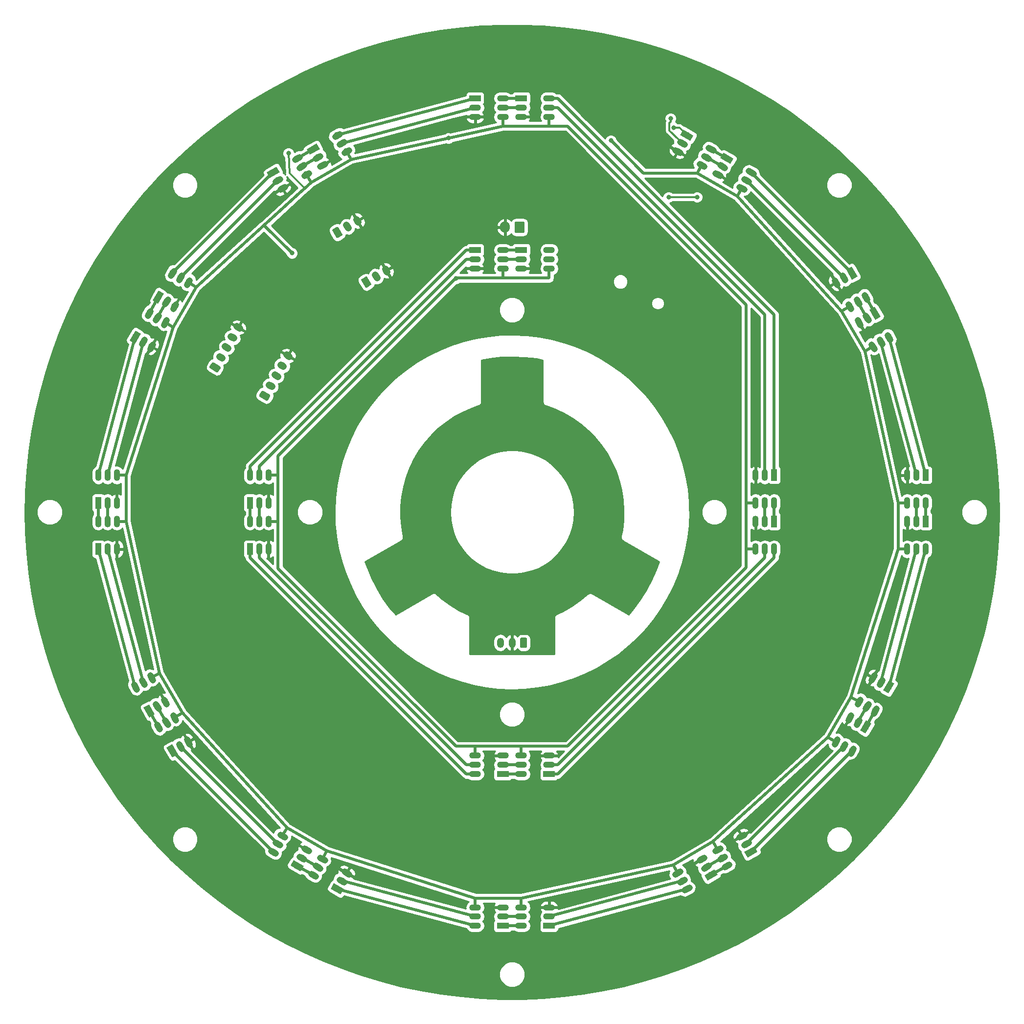
<source format=gbr>
G04 #@! TF.GenerationSoftware,KiCad,Pcbnew,(5.0.1-3-g963ef8bb5)*
G04 #@! TF.CreationDate,2019-08-14T18:08:12+02:00*
G04 #@! TF.ProjectId,crecol_led_pcb_v20,637265636F6C5F6C65645F7063625F76,rev?*
G04 #@! TF.SameCoordinates,Original*
G04 #@! TF.FileFunction,Copper,L1,Top,Signal*
G04 #@! TF.FilePolarity,Positive*
%FSLAX46Y46*%
G04 Gerber Fmt 4.6, Leading zero omitted, Abs format (unit mm)*
G04 Created by KiCad (PCBNEW (5.0.1-3-g963ef8bb5)) date 2019 August 14, Wednesday 18:08:12*
%MOMM*%
%LPD*%
G01*
G04 APERTURE LIST*
G04 #@! TA.AperFunction,ComponentPad*
%ADD10O,1.700000X2.000000*%
G04 #@! TD*
G04 #@! TA.AperFunction,Conductor*
%ADD11C,0.100000*%
G04 #@! TD*
G04 #@! TA.AperFunction,ComponentPad*
%ADD12C,1.700000*%
G04 #@! TD*
G04 #@! TA.AperFunction,SMDPad,CuDef*
%ADD13R,2.000000X1.100000*%
G04 #@! TD*
G04 #@! TA.AperFunction,SMDPad,CuDef*
%ADD14O,2.000000X1.100000*%
G04 #@! TD*
G04 #@! TA.AperFunction,SMDPad,CuDef*
%ADD15R,1.100000X2.000000*%
G04 #@! TD*
G04 #@! TA.AperFunction,SMDPad,CuDef*
%ADD16O,1.100000X2.000000*%
G04 #@! TD*
G04 #@! TA.AperFunction,SMDPad,CuDef*
%ADD17C,1.100000*%
G04 #@! TD*
G04 #@! TA.AperFunction,Conductor*
%ADD18C,1.100000*%
G04 #@! TD*
G04 #@! TA.AperFunction,ComponentPad*
%ADD19C,1.200000*%
G04 #@! TD*
G04 #@! TA.AperFunction,ComponentPad*
%ADD20O,1.200000X1.750000*%
G04 #@! TD*
G04 #@! TA.AperFunction,Conductor*
%ADD21C,1.200000*%
G04 #@! TD*
G04 #@! TA.AperFunction,ViaPad*
%ADD22C,0.800000*%
G04 #@! TD*
G04 #@! TA.AperFunction,Conductor*
%ADD23C,0.500000*%
G04 #@! TD*
G04 #@! TA.AperFunction,Conductor*
%ADD24C,0.300000*%
G04 #@! TD*
G04 #@! TA.AperFunction,Conductor*
%ADD25C,0.254000*%
G04 #@! TD*
G04 APERTURE END LIST*
D10*
G04 #@! TO.P,J33,2*
G04 #@! TO.N,GND*
X98800000Y-50700000D03*
D11*
G04 #@! TD*
G04 #@! TO.N,+5V*
G04 #@! TO.C,J33*
G36*
X101924504Y-49701204D02*
X101948773Y-49704804D01*
X101972571Y-49710765D01*
X101995671Y-49719030D01*
X102017849Y-49729520D01*
X102038893Y-49742133D01*
X102058598Y-49756747D01*
X102076777Y-49773223D01*
X102093253Y-49791402D01*
X102107867Y-49811107D01*
X102120480Y-49832151D01*
X102130970Y-49854329D01*
X102139235Y-49877429D01*
X102145196Y-49901227D01*
X102148796Y-49925496D01*
X102150000Y-49950000D01*
X102150000Y-51450000D01*
X102148796Y-51474504D01*
X102145196Y-51498773D01*
X102139235Y-51522571D01*
X102130970Y-51545671D01*
X102120480Y-51567849D01*
X102107867Y-51588893D01*
X102093253Y-51608598D01*
X102076777Y-51626777D01*
X102058598Y-51643253D01*
X102038893Y-51657867D01*
X102017849Y-51670480D01*
X101995671Y-51680970D01*
X101972571Y-51689235D01*
X101948773Y-51695196D01*
X101924504Y-51698796D01*
X101900000Y-51700000D01*
X100700000Y-51700000D01*
X100675496Y-51698796D01*
X100651227Y-51695196D01*
X100627429Y-51689235D01*
X100604329Y-51680970D01*
X100582151Y-51670480D01*
X100561107Y-51657867D01*
X100541402Y-51643253D01*
X100523223Y-51626777D01*
X100506747Y-51608598D01*
X100492133Y-51588893D01*
X100479520Y-51567849D01*
X100469030Y-51545671D01*
X100460765Y-51522571D01*
X100454804Y-51498773D01*
X100451204Y-51474504D01*
X100450000Y-51450000D01*
X100450000Y-49950000D01*
X100451204Y-49925496D01*
X100454804Y-49901227D01*
X100460765Y-49877429D01*
X100469030Y-49854329D01*
X100479520Y-49832151D01*
X100492133Y-49811107D01*
X100506747Y-49791402D01*
X100523223Y-49773223D01*
X100541402Y-49756747D01*
X100561107Y-49742133D01*
X100582151Y-49729520D01*
X100604329Y-49719030D01*
X100627429Y-49710765D01*
X100651227Y-49704804D01*
X100675496Y-49701204D01*
X100700000Y-49700000D01*
X101900000Y-49700000D01*
X101924504Y-49701204D01*
X101924504Y-49701204D01*
G37*
D12*
G04 #@! TO.P,J33,1*
G04 #@! TO.N,+5V*
X101300000Y-50700000D03*
G04 #@! TD*
D13*
G04 #@! TO.P,U14B1,1*
G04 #@! TO.N,Net-(U14A1-Pad6)*
X98400000Y-145350000D03*
D14*
G04 #@! TO.P,U14B1,2*
G04 #@! TO.N,Net-(U14A1-Pad5)*
X98400000Y-143750000D03*
G04 #@! TO.P,U14B1,3*
G04 #@! TO.N,GND*
X98400000Y-142150000D03*
G04 #@! TO.P,U14B1,4*
G04 #@! TO.N,+5V*
X93600000Y-142150000D03*
G04 #@! TO.P,U14B1,5*
G04 #@! TO.N,Net-(U14B1-Pad5)*
X93600000Y-143750000D03*
G04 #@! TO.P,U14B1,6*
G04 #@! TO.N,Net-(U14B1-Pad6)*
X93600000Y-145350000D03*
G04 #@! TD*
D15*
G04 #@! TO.P,U15B1,1*
G04 #@! TO.N,Net-(U15A1-Pad6)*
X54650000Y-98400000D03*
D16*
G04 #@! TO.P,U15B1,2*
G04 #@! TO.N,Net-(U15A1-Pad5)*
X56250000Y-98400000D03*
G04 #@! TO.P,U15B1,3*
G04 #@! TO.N,GND*
X57850000Y-98400000D03*
G04 #@! TO.P,U15B1,4*
G04 #@! TO.N,+5V*
X57850000Y-93600000D03*
G04 #@! TO.P,U15B1,5*
G04 #@! TO.N,Net-(U15B1-Pad5)*
X56250000Y-93600000D03*
G04 #@! TO.P,U15B1,6*
G04 #@! TO.N,Net-(U15B1-Pad6)*
X54650000Y-93600000D03*
G04 #@! TD*
D13*
G04 #@! TO.P,U16B1,1*
G04 #@! TO.N,Net-(U16A1-Pad6)*
X101600000Y-54650000D03*
D14*
G04 #@! TO.P,U16B1,2*
G04 #@! TO.N,Net-(U16A1-Pad5)*
X101600000Y-56250000D03*
G04 #@! TO.P,U16B1,3*
G04 #@! TO.N,GND*
X101600000Y-57850000D03*
G04 #@! TO.P,U16B1,4*
G04 #@! TO.N,+5V*
X106400000Y-57850000D03*
G04 #@! TO.P,U16B1,5*
G04 #@! TO.N,Net-(U16B1-Pad5)*
X106400000Y-56250000D03*
G04 #@! TO.P,U16B1,6*
G04 #@! TO.N,Net-(U16B1-Pad6)*
X106400000Y-54650000D03*
G04 #@! TD*
G04 #@! TO.P,U14A1,6*
G04 #@! TO.N,Net-(U14A1-Pad6)*
X101600000Y-145350000D03*
G04 #@! TO.P,U14A1,5*
G04 #@! TO.N,Net-(U14A1-Pad5)*
X101600000Y-143750000D03*
G04 #@! TO.P,U14A1,4*
G04 #@! TO.N,+5V*
X101600000Y-142150000D03*
G04 #@! TO.P,U14A1,3*
G04 #@! TO.N,GND*
X106400000Y-142150000D03*
G04 #@! TO.P,U14A1,2*
G04 #@! TO.N,Net-(U13B1-Pad5)*
X106400000Y-143750000D03*
D13*
G04 #@! TO.P,U14A1,1*
G04 #@! TO.N,Net-(U13B1-Pad6)*
X106400000Y-145350000D03*
G04 #@! TD*
D16*
G04 #@! TO.P,U15A1,6*
G04 #@! TO.N,Net-(U15A1-Pad6)*
X54650000Y-101600000D03*
G04 #@! TO.P,U15A1,5*
G04 #@! TO.N,Net-(U15A1-Pad5)*
X56250000Y-101600000D03*
G04 #@! TO.P,U15A1,4*
G04 #@! TO.N,+5V*
X57850000Y-101600000D03*
G04 #@! TO.P,U15A1,3*
G04 #@! TO.N,GND*
X57850000Y-106400000D03*
G04 #@! TO.P,U15A1,2*
G04 #@! TO.N,Net-(U14B1-Pad5)*
X56250000Y-106400000D03*
D15*
G04 #@! TO.P,U15A1,1*
G04 #@! TO.N,Net-(U14B1-Pad6)*
X54650000Y-106400000D03*
G04 #@! TD*
D14*
G04 #@! TO.P,U16A1,6*
G04 #@! TO.N,Net-(U16A1-Pad6)*
X98400000Y-54650000D03*
G04 #@! TO.P,U16A1,5*
G04 #@! TO.N,Net-(U16A1-Pad5)*
X98400000Y-56250000D03*
G04 #@! TO.P,U16A1,4*
G04 #@! TO.N,+5V*
X98400000Y-57850000D03*
G04 #@! TO.P,U16A1,3*
G04 #@! TO.N,GND*
X93600000Y-57850000D03*
G04 #@! TO.P,U16A1,2*
G04 #@! TO.N,Net-(U15B1-Pad5)*
X93600000Y-56250000D03*
D13*
G04 #@! TO.P,U16A1,1*
G04 #@! TO.N,Net-(U15B1-Pad6)*
X93600000Y-54650000D03*
G04 #@! TD*
D17*
G04 #@! TO.P,U1A1,6*
G04 #@! TO.N,Net-(U1A1-Pad6)*
X134414359Y-37192581D03*
D18*
G04 #@! TD*
G04 #@! TO.N,Net-(U1A1-Pad6)*
G04 #@! TO.C,U1A1*
X134024648Y-36967581D02*
X134804070Y-37417581D01*
D17*
G04 #@! TO.P,U1A1,5*
G04 #@! TO.N,Net-(U1A1-Pad5)*
X133614359Y-38578222D03*
D18*
G04 #@! TD*
G04 #@! TO.N,Net-(U1A1-Pad5)*
G04 #@! TO.C,U1A1*
X133224648Y-38353222D02*
X134004070Y-38803222D01*
D17*
G04 #@! TO.P,U1A1,4*
G04 #@! TO.N,+5V*
X132814359Y-39963863D03*
D18*
G04 #@! TD*
G04 #@! TO.N,+5V*
G04 #@! TO.C,U1A1*
X132424648Y-39738863D02*
X133204070Y-40188863D01*
D17*
G04 #@! TO.P,U1A1,3*
G04 #@! TO.N,GND*
X128657437Y-37563863D03*
D18*
G04 #@! TD*
G04 #@! TO.N,GND*
G04 #@! TO.C,U1A1*
X128267726Y-37338863D02*
X129047148Y-37788863D01*
D17*
G04 #@! TO.P,U1A1,2*
G04 #@! TO.N,L_CLK_5V*
X129457437Y-36178222D03*
D18*
G04 #@! TD*
G04 #@! TO.N,L_CLK_5V*
G04 #@! TO.C,U1A1*
X129067726Y-35953222D02*
X129847148Y-36403222D01*
D17*
G04 #@! TO.P,U1A1,1*
G04 #@! TO.N,L_DO_5V*
X130257437Y-34792581D03*
D11*
G04 #@! TD*
G04 #@! TO.N,L_DO_5V*
G04 #@! TO.C,U1A1*
G36*
X129116412Y-34768895D02*
X129666412Y-33816267D01*
X131398462Y-34816267D01*
X130848462Y-35768895D01*
X129116412Y-34768895D01*
X129116412Y-34768895D01*
G37*
D17*
G04 #@! TO.P,U2A1,6*
G04 #@! TO.N,Net-(U2A1-Pad6)*
X161207419Y-62814359D03*
D18*
G04 #@! TD*
G04 #@! TO.N,Net-(U2A1-Pad6)*
G04 #@! TO.C,U2A1*
X160982419Y-62424648D02*
X161432419Y-63204070D01*
D17*
G04 #@! TO.P,U2A1,5*
G04 #@! TO.N,Net-(U2A1-Pad5)*
X159821778Y-63614359D03*
D18*
G04 #@! TD*
G04 #@! TO.N,Net-(U2A1-Pad5)*
G04 #@! TO.C,U2A1*
X159596778Y-63224648D02*
X160046778Y-64004070D01*
D17*
G04 #@! TO.P,U2A1,4*
G04 #@! TO.N,+5V*
X158436137Y-64414359D03*
D18*
G04 #@! TD*
G04 #@! TO.N,+5V*
G04 #@! TO.C,U2A1*
X158211137Y-64024648D02*
X158661137Y-64804070D01*
D17*
G04 #@! TO.P,U2A1,3*
G04 #@! TO.N,GND*
X156036137Y-60257437D03*
D18*
G04 #@! TD*
G04 #@! TO.N,GND*
G04 #@! TO.C,U2A1*
X155811137Y-59867726D02*
X156261137Y-60647148D01*
D17*
G04 #@! TO.P,U2A1,2*
G04 #@! TO.N,Net-(U1B1-Pad5)*
X157421778Y-59457437D03*
D18*
G04 #@! TD*
G04 #@! TO.N,Net-(U1B1-Pad5)*
G04 #@! TO.C,U2A1*
X157196778Y-59067726D02*
X157646778Y-59847148D01*
D17*
G04 #@! TO.P,U2A1,1*
G04 #@! TO.N,Net-(U1B1-Pad6)*
X158807419Y-58657437D03*
D11*
G04 #@! TD*
G04 #@! TO.N,Net-(U1B1-Pad6)*
G04 #@! TO.C,U2A1*
G36*
X157831105Y-58066412D02*
X158783733Y-57516412D01*
X159783733Y-59248462D01*
X158831105Y-59798462D01*
X157831105Y-58066412D01*
X157831105Y-58066412D01*
G37*
D16*
G04 #@! TO.P,U3A1,6*
G04 #@! TO.N,Net-(U3A1-Pad6)*
X171600000Y-98400000D03*
G04 #@! TO.P,U3A1,5*
G04 #@! TO.N,Net-(U3A1-Pad5)*
X170000000Y-98400000D03*
G04 #@! TO.P,U3A1,4*
G04 #@! TO.N,+5V*
X168400000Y-98400000D03*
G04 #@! TO.P,U3A1,3*
G04 #@! TO.N,GND*
X168400000Y-93600000D03*
G04 #@! TO.P,U3A1,2*
G04 #@! TO.N,Net-(U2B1-Pad5)*
X170000000Y-93600000D03*
D15*
G04 #@! TO.P,U3A1,1*
G04 #@! TO.N,Net-(U2B1-Pad6)*
X171600000Y-93600000D03*
G04 #@! TD*
D17*
G04 #@! TO.P,U4A1,6*
G04 #@! TO.N,Net-(U4A1-Pad6)*
X162807419Y-134414359D03*
D18*
G04 #@! TD*
G04 #@! TO.N,Net-(U4A1-Pad6)*
G04 #@! TO.C,U4A1*
X163032419Y-134024648D02*
X162582419Y-134804070D01*
D17*
G04 #@! TO.P,U4A1,5*
G04 #@! TO.N,Net-(U4A1-Pad5)*
X161421778Y-133614359D03*
D18*
G04 #@! TD*
G04 #@! TO.N,Net-(U4A1-Pad5)*
G04 #@! TO.C,U4A1*
X161646778Y-133224648D02*
X161196778Y-134004070D01*
D17*
G04 #@! TO.P,U4A1,4*
G04 #@! TO.N,+5V*
X160036137Y-132814359D03*
D18*
G04 #@! TD*
G04 #@! TO.N,+5V*
G04 #@! TO.C,U4A1*
X160261137Y-132424648D02*
X159811137Y-133204070D01*
D17*
G04 #@! TO.P,U4A1,3*
G04 #@! TO.N,GND*
X162436137Y-128657437D03*
D18*
G04 #@! TD*
G04 #@! TO.N,GND*
G04 #@! TO.C,U4A1*
X162661137Y-128267726D02*
X162211137Y-129047148D01*
D17*
G04 #@! TO.P,U4A1,2*
G04 #@! TO.N,Net-(U3B1-Pad5)*
X163821778Y-129457437D03*
D18*
G04 #@! TD*
G04 #@! TO.N,Net-(U3B1-Pad5)*
G04 #@! TO.C,U4A1*
X164046778Y-129067726D02*
X163596778Y-129847148D01*
D17*
G04 #@! TO.P,U4A1,1*
G04 #@! TO.N,Net-(U3B1-Pad6)*
X165207419Y-130257437D03*
D11*
G04 #@! TD*
G04 #@! TO.N,Net-(U3B1-Pad6)*
G04 #@! TO.C,U4A1*
G36*
X165231105Y-129116412D02*
X166183733Y-129666412D01*
X165183733Y-131398462D01*
X164231105Y-130848462D01*
X165231105Y-129116412D01*
X165231105Y-129116412D01*
G37*
D17*
G04 #@! TO.P,U5A1,6*
G04 #@! TO.N,Net-(U5A1-Pad6)*
X137185641Y-161207419D03*
D18*
G04 #@! TD*
G04 #@! TO.N,Net-(U5A1-Pad6)*
G04 #@! TO.C,U5A1*
X137575352Y-160982419D02*
X136795930Y-161432419D01*
D17*
G04 #@! TO.P,U5A1,5*
G04 #@! TO.N,Net-(U5A1-Pad5)*
X136385641Y-159821778D03*
D18*
G04 #@! TD*
G04 #@! TO.N,Net-(U5A1-Pad5)*
G04 #@! TO.C,U5A1*
X136775352Y-159596778D02*
X135995930Y-160046778D01*
D17*
G04 #@! TO.P,U5A1,4*
G04 #@! TO.N,+5V*
X135585641Y-158436137D03*
D18*
G04 #@! TD*
G04 #@! TO.N,+5V*
G04 #@! TO.C,U5A1*
X135975352Y-158211137D02*
X135195930Y-158661137D01*
D17*
G04 #@! TO.P,U5A1,3*
G04 #@! TO.N,GND*
X139742563Y-156036137D03*
D18*
G04 #@! TD*
G04 #@! TO.N,GND*
G04 #@! TO.C,U5A1*
X140132274Y-155811137D02*
X139352852Y-156261137D01*
D17*
G04 #@! TO.P,U5A1,2*
G04 #@! TO.N,Net-(U4B1-Pad5)*
X140542563Y-157421778D03*
D18*
G04 #@! TD*
G04 #@! TO.N,Net-(U4B1-Pad5)*
G04 #@! TO.C,U5A1*
X140932274Y-157196778D02*
X140152852Y-157646778D01*
D17*
G04 #@! TO.P,U5A1,1*
G04 #@! TO.N,Net-(U4B1-Pad6)*
X141342563Y-158807419D03*
D11*
G04 #@! TD*
G04 #@! TO.N,Net-(U4B1-Pad6)*
G04 #@! TO.C,U5A1*
G36*
X141933588Y-157831105D02*
X142483588Y-158783733D01*
X140751538Y-159783733D01*
X140201538Y-158831105D01*
X141933588Y-157831105D01*
X141933588Y-157831105D01*
G37*
D14*
G04 #@! TO.P,U6A1,6*
G04 #@! TO.N,Net-(U6A1-Pad6)*
X101600000Y-171600000D03*
G04 #@! TO.P,U6A1,5*
G04 #@! TO.N,Net-(U6A1-Pad5)*
X101600000Y-170000000D03*
G04 #@! TO.P,U6A1,4*
G04 #@! TO.N,+5V*
X101600000Y-168400000D03*
G04 #@! TO.P,U6A1,3*
G04 #@! TO.N,GND*
X106400000Y-168400000D03*
G04 #@! TO.P,U6A1,2*
G04 #@! TO.N,Net-(U5B1-Pad5)*
X106400000Y-170000000D03*
D13*
G04 #@! TO.P,U6A1,1*
G04 #@! TO.N,Net-(U5B1-Pad6)*
X106400000Y-171600000D03*
G04 #@! TD*
D17*
G04 #@! TO.P,U7A1,6*
G04 #@! TO.N,Net-(U7A1-Pad6)*
X65585641Y-162807419D03*
D18*
G04 #@! TD*
G04 #@! TO.N,Net-(U7A1-Pad6)*
G04 #@! TO.C,U7A1*
X65975352Y-163032419D02*
X65195930Y-162582419D01*
D17*
G04 #@! TO.P,U7A1,5*
G04 #@! TO.N,Net-(U7A1-Pad5)*
X66385641Y-161421778D03*
D18*
G04 #@! TD*
G04 #@! TO.N,Net-(U7A1-Pad5)*
G04 #@! TO.C,U7A1*
X66775352Y-161646778D02*
X65995930Y-161196778D01*
D17*
G04 #@! TO.P,U7A1,4*
G04 #@! TO.N,+5V*
X67185641Y-160036137D03*
D18*
G04 #@! TD*
G04 #@! TO.N,+5V*
G04 #@! TO.C,U7A1*
X67575352Y-160261137D02*
X66795930Y-159811137D01*
D17*
G04 #@! TO.P,U7A1,3*
G04 #@! TO.N,GND*
X71342563Y-162436137D03*
D18*
G04 #@! TD*
G04 #@! TO.N,GND*
G04 #@! TO.C,U7A1*
X71732274Y-162661137D02*
X70952852Y-162211137D01*
D17*
G04 #@! TO.P,U7A1,2*
G04 #@! TO.N,Net-(U6B1-Pad5)*
X70542563Y-163821778D03*
D18*
G04 #@! TD*
G04 #@! TO.N,Net-(U6B1-Pad5)*
G04 #@! TO.C,U7A1*
X70932274Y-164046778D02*
X70152852Y-163596778D01*
D17*
G04 #@! TO.P,U7A1,1*
G04 #@! TO.N,Net-(U6B1-Pad6)*
X69742563Y-165207419D03*
D11*
G04 #@! TD*
G04 #@! TO.N,Net-(U6B1-Pad6)*
G04 #@! TO.C,U7A1*
G36*
X70883588Y-165231105D02*
X70333588Y-166183733D01*
X68601538Y-165183733D01*
X69151538Y-164231105D01*
X70883588Y-165231105D01*
X70883588Y-165231105D01*
G37*
D17*
G04 #@! TO.P,U8A1,6*
G04 #@! TO.N,Net-(U8A1-Pad6)*
X38792581Y-137185641D03*
D18*
G04 #@! TD*
G04 #@! TO.N,Net-(U8A1-Pad6)*
G04 #@! TO.C,U8A1*
X39017581Y-137575352D02*
X38567581Y-136795930D01*
D17*
G04 #@! TO.P,U8A1,5*
G04 #@! TO.N,Net-(U8A1-Pad5)*
X40178222Y-136385641D03*
D18*
G04 #@! TD*
G04 #@! TO.N,Net-(U8A1-Pad5)*
G04 #@! TO.C,U8A1*
X40403222Y-136775352D02*
X39953222Y-135995930D01*
D17*
G04 #@! TO.P,U8A1,4*
G04 #@! TO.N,+5V*
X41563863Y-135585641D03*
D18*
G04 #@! TD*
G04 #@! TO.N,+5V*
G04 #@! TO.C,U8A1*
X41788863Y-135975352D02*
X41338863Y-135195930D01*
D17*
G04 #@! TO.P,U8A1,3*
G04 #@! TO.N,GND*
X43963863Y-139742563D03*
D18*
G04 #@! TD*
G04 #@! TO.N,GND*
G04 #@! TO.C,U8A1*
X44188863Y-140132274D02*
X43738863Y-139352852D01*
D17*
G04 #@! TO.P,U8A1,2*
G04 #@! TO.N,Net-(U7B1-Pad5)*
X42578222Y-140542563D03*
D18*
G04 #@! TD*
G04 #@! TO.N,Net-(U7B1-Pad5)*
G04 #@! TO.C,U8A1*
X42803222Y-140932274D02*
X42353222Y-140152852D01*
D17*
G04 #@! TO.P,U8A1,1*
G04 #@! TO.N,Net-(U7B1-Pad6)*
X41192581Y-141342563D03*
D11*
G04 #@! TD*
G04 #@! TO.N,Net-(U7B1-Pad6)*
G04 #@! TO.C,U8A1*
G36*
X42168895Y-141933588D02*
X41216267Y-142483588D01*
X40216267Y-140751538D01*
X41168895Y-140201538D01*
X42168895Y-141933588D01*
X42168895Y-141933588D01*
G37*
D16*
G04 #@! TO.P,U9A1,6*
G04 #@! TO.N,Net-(U9A1-Pad6)*
X28400000Y-101600000D03*
G04 #@! TO.P,U9A1,5*
G04 #@! TO.N,Net-(U9A1-Pad5)*
X30000000Y-101600000D03*
G04 #@! TO.P,U9A1,4*
G04 #@! TO.N,+5V*
X31600000Y-101600000D03*
G04 #@! TO.P,U9A1,3*
G04 #@! TO.N,GND*
X31600000Y-106400000D03*
G04 #@! TO.P,U9A1,2*
G04 #@! TO.N,Net-(U8B1-Pad5)*
X30000000Y-106400000D03*
D15*
G04 #@! TO.P,U9A1,1*
G04 #@! TO.N,Net-(U8B1-Pad6)*
X28400000Y-106400000D03*
G04 #@! TD*
D17*
G04 #@! TO.P,U10A1,6*
G04 #@! TO.N,Net-(U10A1-Pad6)*
X37192581Y-65585641D03*
D18*
G04 #@! TD*
G04 #@! TO.N,Net-(U10A1-Pad6)*
G04 #@! TO.C,U10A1*
X36967581Y-65975352D02*
X37417581Y-65195930D01*
D17*
G04 #@! TO.P,U10A1,5*
G04 #@! TO.N,Net-(U10A1-Pad5)*
X38578222Y-66385641D03*
D18*
G04 #@! TD*
G04 #@! TO.N,Net-(U10A1-Pad5)*
G04 #@! TO.C,U10A1*
X38353222Y-66775352D02*
X38803222Y-65995930D01*
D17*
G04 #@! TO.P,U10A1,4*
G04 #@! TO.N,+5V*
X39963863Y-67185641D03*
D18*
G04 #@! TD*
G04 #@! TO.N,+5V*
G04 #@! TO.C,U10A1*
X39738863Y-67575352D02*
X40188863Y-66795930D01*
D17*
G04 #@! TO.P,U10A1,3*
G04 #@! TO.N,GND*
X37563863Y-71342563D03*
D18*
G04 #@! TD*
G04 #@! TO.N,GND*
G04 #@! TO.C,U10A1*
X37338863Y-71732274D02*
X37788863Y-70952852D01*
D17*
G04 #@! TO.P,U10A1,2*
G04 #@! TO.N,Net-(U10A1-Pad2)*
X36178222Y-70542563D03*
D18*
G04 #@! TD*
G04 #@! TO.N,Net-(U10A1-Pad2)*
G04 #@! TO.C,U10A1*
X35953222Y-70932274D02*
X36403222Y-70152852D01*
D17*
G04 #@! TO.P,U10A1,1*
G04 #@! TO.N,Net-(U10A1-Pad1)*
X34792581Y-69742563D03*
D11*
G04 #@! TD*
G04 #@! TO.N,Net-(U10A1-Pad1)*
G04 #@! TO.C,U10A1*
G36*
X34768895Y-70883588D02*
X33816267Y-70333588D01*
X34816267Y-68601538D01*
X35768895Y-69151538D01*
X34768895Y-70883588D01*
X34768895Y-70883588D01*
G37*
D17*
G04 #@! TO.P,U11A1,6*
G04 #@! TO.N,Net-(U11A1-Pad6)*
X62814359Y-38792581D03*
D18*
G04 #@! TD*
G04 #@! TO.N,Net-(U11A1-Pad6)*
G04 #@! TO.C,U11A1*
X62424648Y-39017581D02*
X63204070Y-38567581D01*
D17*
G04 #@! TO.P,U11A1,5*
G04 #@! TO.N,Net-(U11A1-Pad5)*
X63614359Y-40178222D03*
D18*
G04 #@! TD*
G04 #@! TO.N,Net-(U11A1-Pad5)*
G04 #@! TO.C,U11A1*
X63224648Y-40403222D02*
X64004070Y-39953222D01*
D17*
G04 #@! TO.P,U11A1,4*
G04 #@! TO.N,+5V*
X64414359Y-41563863D03*
D18*
G04 #@! TD*
G04 #@! TO.N,+5V*
G04 #@! TO.C,U11A1*
X64024648Y-41788863D02*
X64804070Y-41338863D01*
D17*
G04 #@! TO.P,U11A1,3*
G04 #@! TO.N,GND*
X60257437Y-43963863D03*
D18*
G04 #@! TD*
G04 #@! TO.N,GND*
G04 #@! TO.C,U11A1*
X59867726Y-44188863D02*
X60647148Y-43738863D01*
D17*
G04 #@! TO.P,U11A1,2*
G04 #@! TO.N,Net-(U10B1-Pad5)*
X59457437Y-42578222D03*
D18*
G04 #@! TD*
G04 #@! TO.N,Net-(U10B1-Pad5)*
G04 #@! TO.C,U11A1*
X59067726Y-42803222D02*
X59847148Y-42353222D01*
D17*
G04 #@! TO.P,U11A1,1*
G04 #@! TO.N,Net-(U10B1-Pad6)*
X58657437Y-41192581D03*
D11*
G04 #@! TD*
G04 #@! TO.N,Net-(U10B1-Pad6)*
G04 #@! TO.C,U11A1*
G36*
X58066412Y-42168895D02*
X57516412Y-41216267D01*
X59248462Y-40216267D01*
X59798462Y-41168895D01*
X58066412Y-42168895D01*
X58066412Y-42168895D01*
G37*
D17*
G04 #@! TO.P,U1B1,1*
G04 #@! TO.N,Net-(U1A1-Pad6)*
X137185641Y-38792581D03*
D11*
G04 #@! TD*
G04 #@! TO.N,Net-(U1A1-Pad6)*
G04 #@! TO.C,U1B1*
G36*
X136044616Y-38768895D02*
X136594616Y-37816267D01*
X138326666Y-38816267D01*
X137776666Y-39768895D01*
X136044616Y-38768895D01*
X136044616Y-38768895D01*
G37*
D17*
G04 #@! TO.P,U1B1,2*
G04 #@! TO.N,Net-(U1A1-Pad5)*
X136385641Y-40178222D03*
D18*
G04 #@! TD*
G04 #@! TO.N,Net-(U1A1-Pad5)*
G04 #@! TO.C,U1B1*
X135995930Y-39953222D02*
X136775352Y-40403222D01*
D17*
G04 #@! TO.P,U1B1,3*
G04 #@! TO.N,GND*
X135585641Y-41563863D03*
D18*
G04 #@! TD*
G04 #@! TO.N,GND*
G04 #@! TO.C,U1B1*
X135195930Y-41338863D02*
X135975352Y-41788863D01*
D17*
G04 #@! TO.P,U1B1,4*
G04 #@! TO.N,+5V*
X139742563Y-43963863D03*
D18*
G04 #@! TD*
G04 #@! TO.N,+5V*
G04 #@! TO.C,U1B1*
X139352852Y-43738863D02*
X140132274Y-44188863D01*
D17*
G04 #@! TO.P,U1B1,5*
G04 #@! TO.N,Net-(U1B1-Pad5)*
X140542563Y-42578222D03*
D18*
G04 #@! TD*
G04 #@! TO.N,Net-(U1B1-Pad5)*
G04 #@! TO.C,U1B1*
X140152852Y-42353222D02*
X140932274Y-42803222D01*
D17*
G04 #@! TO.P,U1B1,6*
G04 #@! TO.N,Net-(U1B1-Pad6)*
X141342563Y-41192581D03*
D18*
G04 #@! TD*
G04 #@! TO.N,Net-(U1B1-Pad6)*
G04 #@! TO.C,U1B1*
X140952852Y-40967581D02*
X141732274Y-41417581D01*
D17*
G04 #@! TO.P,U2B1,1*
G04 #@! TO.N,Net-(U2A1-Pad6)*
X162807419Y-65585641D03*
D11*
G04 #@! TD*
G04 #@! TO.N,Net-(U2A1-Pad6)*
G04 #@! TO.C,U2B1*
G36*
X161831105Y-64994616D02*
X162783733Y-64444616D01*
X163783733Y-66176666D01*
X162831105Y-66726666D01*
X161831105Y-64994616D01*
X161831105Y-64994616D01*
G37*
D17*
G04 #@! TO.P,U2B1,2*
G04 #@! TO.N,Net-(U2A1-Pad5)*
X161421778Y-66385641D03*
D18*
G04 #@! TD*
G04 #@! TO.N,Net-(U2A1-Pad5)*
G04 #@! TO.C,U2B1*
X161196778Y-65995930D02*
X161646778Y-66775352D01*
D17*
G04 #@! TO.P,U2B1,3*
G04 #@! TO.N,GND*
X160036137Y-67185641D03*
D18*
G04 #@! TD*
G04 #@! TO.N,GND*
G04 #@! TO.C,U2B1*
X159811137Y-66795930D02*
X160261137Y-67575352D01*
D17*
G04 #@! TO.P,U2B1,4*
G04 #@! TO.N,+5V*
X162436137Y-71342563D03*
D18*
G04 #@! TD*
G04 #@! TO.N,+5V*
G04 #@! TO.C,U2B1*
X162211137Y-70952852D02*
X162661137Y-71732274D01*
D17*
G04 #@! TO.P,U2B1,5*
G04 #@! TO.N,Net-(U2B1-Pad5)*
X163821778Y-70542563D03*
D18*
G04 #@! TD*
G04 #@! TO.N,Net-(U2B1-Pad5)*
G04 #@! TO.C,U2B1*
X163596778Y-70152852D02*
X164046778Y-70932274D01*
D17*
G04 #@! TO.P,U2B1,6*
G04 #@! TO.N,Net-(U2B1-Pad6)*
X165207419Y-69742563D03*
D18*
G04 #@! TD*
G04 #@! TO.N,Net-(U2B1-Pad6)*
G04 #@! TO.C,U2B1*
X164982419Y-69352852D02*
X165432419Y-70132274D01*
D15*
G04 #@! TO.P,U3B1,1*
G04 #@! TO.N,Net-(U3A1-Pad6)*
X171600000Y-101600000D03*
D16*
G04 #@! TO.P,U3B1,2*
G04 #@! TO.N,Net-(U3A1-Pad5)*
X170000000Y-101600000D03*
G04 #@! TO.P,U3B1,3*
G04 #@! TO.N,GND*
X168400000Y-101600000D03*
G04 #@! TO.P,U3B1,4*
G04 #@! TO.N,+5V*
X168400000Y-106400000D03*
G04 #@! TO.P,U3B1,5*
G04 #@! TO.N,Net-(U3B1-Pad5)*
X170000000Y-106400000D03*
G04 #@! TO.P,U3B1,6*
G04 #@! TO.N,Net-(U3B1-Pad6)*
X171600000Y-106400000D03*
G04 #@! TD*
D17*
G04 #@! TO.P,U4B1,1*
G04 #@! TO.N,Net-(U4A1-Pad6)*
X161207419Y-137185641D03*
D11*
G04 #@! TD*
G04 #@! TO.N,Net-(U4A1-Pad6)*
G04 #@! TO.C,U4B1*
G36*
X161231105Y-136044616D02*
X162183733Y-136594616D01*
X161183733Y-138326666D01*
X160231105Y-137776666D01*
X161231105Y-136044616D01*
X161231105Y-136044616D01*
G37*
D17*
G04 #@! TO.P,U4B1,2*
G04 #@! TO.N,Net-(U4A1-Pad5)*
X159821778Y-136385641D03*
D18*
G04 #@! TD*
G04 #@! TO.N,Net-(U4A1-Pad5)*
G04 #@! TO.C,U4B1*
X160046778Y-135995930D02*
X159596778Y-136775352D01*
D17*
G04 #@! TO.P,U4B1,3*
G04 #@! TO.N,GND*
X158436137Y-135585641D03*
D18*
G04 #@! TD*
G04 #@! TO.N,GND*
G04 #@! TO.C,U4B1*
X158661137Y-135195930D02*
X158211137Y-135975352D01*
D17*
G04 #@! TO.P,U4B1,4*
G04 #@! TO.N,+5V*
X156036137Y-139742563D03*
D18*
G04 #@! TD*
G04 #@! TO.N,+5V*
G04 #@! TO.C,U4B1*
X156261137Y-139352852D02*
X155811137Y-140132274D01*
D17*
G04 #@! TO.P,U4B1,5*
G04 #@! TO.N,Net-(U4B1-Pad5)*
X157421778Y-140542563D03*
D18*
G04 #@! TD*
G04 #@! TO.N,Net-(U4B1-Pad5)*
G04 #@! TO.C,U4B1*
X157646778Y-140152852D02*
X157196778Y-140932274D01*
D17*
G04 #@! TO.P,U4B1,6*
G04 #@! TO.N,Net-(U4B1-Pad6)*
X158807419Y-141342563D03*
D18*
G04 #@! TD*
G04 #@! TO.N,Net-(U4B1-Pad6)*
G04 #@! TO.C,U4B1*
X159032419Y-140952852D02*
X158582419Y-141732274D01*
D17*
G04 #@! TO.P,U5B1,1*
G04 #@! TO.N,Net-(U5A1-Pad6)*
X134414359Y-162807419D03*
D11*
G04 #@! TD*
G04 #@! TO.N,Net-(U5A1-Pad6)*
G04 #@! TO.C,U5B1*
G36*
X135005384Y-161831105D02*
X135555384Y-162783733D01*
X133823334Y-163783733D01*
X133273334Y-162831105D01*
X135005384Y-161831105D01*
X135005384Y-161831105D01*
G37*
D17*
G04 #@! TO.P,U5B1,2*
G04 #@! TO.N,Net-(U5A1-Pad5)*
X133614359Y-161421778D03*
D18*
G04 #@! TD*
G04 #@! TO.N,Net-(U5A1-Pad5)*
G04 #@! TO.C,U5B1*
X134004070Y-161196778D02*
X133224648Y-161646778D01*
D17*
G04 #@! TO.P,U5B1,3*
G04 #@! TO.N,GND*
X132814359Y-160036137D03*
D18*
G04 #@! TD*
G04 #@! TO.N,GND*
G04 #@! TO.C,U5B1*
X133204070Y-159811137D02*
X132424648Y-160261137D01*
D17*
G04 #@! TO.P,U5B1,4*
G04 #@! TO.N,+5V*
X128657437Y-162436137D03*
D18*
G04 #@! TD*
G04 #@! TO.N,+5V*
G04 #@! TO.C,U5B1*
X129047148Y-162211137D02*
X128267726Y-162661137D01*
D17*
G04 #@! TO.P,U5B1,5*
G04 #@! TO.N,Net-(U5B1-Pad5)*
X129457437Y-163821778D03*
D18*
G04 #@! TD*
G04 #@! TO.N,Net-(U5B1-Pad5)*
G04 #@! TO.C,U5B1*
X129847148Y-163596778D02*
X129067726Y-164046778D01*
D17*
G04 #@! TO.P,U5B1,6*
G04 #@! TO.N,Net-(U5B1-Pad6)*
X130257437Y-165207419D03*
D18*
G04 #@! TD*
G04 #@! TO.N,Net-(U5B1-Pad6)*
G04 #@! TO.C,U5B1*
X130647148Y-164982419D02*
X129867726Y-165432419D01*
D13*
G04 #@! TO.P,U6B1,1*
G04 #@! TO.N,Net-(U6A1-Pad6)*
X98400000Y-171600000D03*
D14*
G04 #@! TO.P,U6B1,2*
G04 #@! TO.N,Net-(U6A1-Pad5)*
X98400000Y-170000000D03*
G04 #@! TO.P,U6B1,3*
G04 #@! TO.N,GND*
X98400000Y-168400000D03*
G04 #@! TO.P,U6B1,4*
G04 #@! TO.N,+5V*
X93600000Y-168400000D03*
G04 #@! TO.P,U6B1,5*
G04 #@! TO.N,Net-(U6B1-Pad5)*
X93600000Y-170000000D03*
G04 #@! TO.P,U6B1,6*
G04 #@! TO.N,Net-(U6B1-Pad6)*
X93600000Y-171600000D03*
G04 #@! TD*
D17*
G04 #@! TO.P,U7B1,1*
G04 #@! TO.N,Net-(U7A1-Pad6)*
X62814359Y-161207419D03*
D11*
G04 #@! TD*
G04 #@! TO.N,Net-(U7A1-Pad6)*
G04 #@! TO.C,U7B1*
G36*
X63955384Y-161231105D02*
X63405384Y-162183733D01*
X61673334Y-161183733D01*
X62223334Y-160231105D01*
X63955384Y-161231105D01*
X63955384Y-161231105D01*
G37*
D17*
G04 #@! TO.P,U7B1,2*
G04 #@! TO.N,Net-(U7A1-Pad5)*
X63614359Y-159821778D03*
D18*
G04 #@! TD*
G04 #@! TO.N,Net-(U7A1-Pad5)*
G04 #@! TO.C,U7B1*
X64004070Y-160046778D02*
X63224648Y-159596778D01*
D17*
G04 #@! TO.P,U7B1,3*
G04 #@! TO.N,GND*
X64414359Y-158436137D03*
D18*
G04 #@! TD*
G04 #@! TO.N,GND*
G04 #@! TO.C,U7B1*
X64804070Y-158661137D02*
X64024648Y-158211137D01*
D17*
G04 #@! TO.P,U7B1,4*
G04 #@! TO.N,+5V*
X60257437Y-156036137D03*
D18*
G04 #@! TD*
G04 #@! TO.N,+5V*
G04 #@! TO.C,U7B1*
X60647148Y-156261137D02*
X59867726Y-155811137D01*
D17*
G04 #@! TO.P,U7B1,5*
G04 #@! TO.N,Net-(U7B1-Pad5)*
X59457437Y-157421778D03*
D18*
G04 #@! TD*
G04 #@! TO.N,Net-(U7B1-Pad5)*
G04 #@! TO.C,U7B1*
X59847148Y-157646778D02*
X59067726Y-157196778D01*
D17*
G04 #@! TO.P,U7B1,6*
G04 #@! TO.N,Net-(U7B1-Pad6)*
X58657437Y-158807419D03*
D18*
G04 #@! TD*
G04 #@! TO.N,Net-(U7B1-Pad6)*
G04 #@! TO.C,U7B1*
X59047148Y-159032419D02*
X58267726Y-158582419D01*
D17*
G04 #@! TO.P,U8B1,1*
G04 #@! TO.N,Net-(U8A1-Pad6)*
X37192581Y-134414359D03*
D11*
G04 #@! TD*
G04 #@! TO.N,Net-(U8A1-Pad6)*
G04 #@! TO.C,U8B1*
G36*
X38168895Y-135005384D02*
X37216267Y-135555384D01*
X36216267Y-133823334D01*
X37168895Y-133273334D01*
X38168895Y-135005384D01*
X38168895Y-135005384D01*
G37*
D17*
G04 #@! TO.P,U8B1,2*
G04 #@! TO.N,Net-(U8A1-Pad5)*
X38578222Y-133614359D03*
D18*
G04 #@! TD*
G04 #@! TO.N,Net-(U8A1-Pad5)*
G04 #@! TO.C,U8B1*
X38803222Y-134004070D02*
X38353222Y-133224648D01*
D17*
G04 #@! TO.P,U8B1,3*
G04 #@! TO.N,GND*
X39963863Y-132814359D03*
D18*
G04 #@! TD*
G04 #@! TO.N,GND*
G04 #@! TO.C,U8B1*
X40188863Y-133204070D02*
X39738863Y-132424648D01*
D17*
G04 #@! TO.P,U8B1,4*
G04 #@! TO.N,+5V*
X37563863Y-128657437D03*
D18*
G04 #@! TD*
G04 #@! TO.N,+5V*
G04 #@! TO.C,U8B1*
X37788863Y-129047148D02*
X37338863Y-128267726D01*
D17*
G04 #@! TO.P,U8B1,5*
G04 #@! TO.N,Net-(U8B1-Pad5)*
X36178222Y-129457437D03*
D18*
G04 #@! TD*
G04 #@! TO.N,Net-(U8B1-Pad5)*
G04 #@! TO.C,U8B1*
X36403222Y-129847148D02*
X35953222Y-129067726D01*
D17*
G04 #@! TO.P,U8B1,6*
G04 #@! TO.N,Net-(U8B1-Pad6)*
X34792581Y-130257437D03*
D18*
G04 #@! TD*
G04 #@! TO.N,Net-(U8B1-Pad6)*
G04 #@! TO.C,U8B1*
X35017581Y-130647148D02*
X34567581Y-129867726D01*
D15*
G04 #@! TO.P,U9B1,1*
G04 #@! TO.N,Net-(U9A1-Pad6)*
X28400000Y-98400000D03*
D16*
G04 #@! TO.P,U9B1,2*
G04 #@! TO.N,Net-(U9A1-Pad5)*
X30000000Y-98400000D03*
G04 #@! TO.P,U9B1,3*
G04 #@! TO.N,GND*
X31600000Y-98400000D03*
G04 #@! TO.P,U9B1,4*
G04 #@! TO.N,+5V*
X31600000Y-93600000D03*
G04 #@! TO.P,U9B1,5*
G04 #@! TO.N,Net-(U10A1-Pad2)*
X30000000Y-93600000D03*
G04 #@! TO.P,U9B1,6*
G04 #@! TO.N,Net-(U10A1-Pad1)*
X28400000Y-93600000D03*
G04 #@! TD*
D17*
G04 #@! TO.P,U10B1,1*
G04 #@! TO.N,Net-(U10A1-Pad6)*
X38792581Y-62814359D03*
D11*
G04 #@! TD*
G04 #@! TO.N,Net-(U10A1-Pad6)*
G04 #@! TO.C,U10B1*
G36*
X38768895Y-63955384D02*
X37816267Y-63405384D01*
X38816267Y-61673334D01*
X39768895Y-62223334D01*
X38768895Y-63955384D01*
X38768895Y-63955384D01*
G37*
D17*
G04 #@! TO.P,U10B1,2*
G04 #@! TO.N,Net-(U10A1-Pad5)*
X40178222Y-63614359D03*
D18*
G04 #@! TD*
G04 #@! TO.N,Net-(U10A1-Pad5)*
G04 #@! TO.C,U10B1*
X39953222Y-64004070D02*
X40403222Y-63224648D01*
D17*
G04 #@! TO.P,U10B1,3*
G04 #@! TO.N,GND*
X41563863Y-64414359D03*
D18*
G04 #@! TD*
G04 #@! TO.N,GND*
G04 #@! TO.C,U10B1*
X41338863Y-64804070D02*
X41788863Y-64024648D01*
D17*
G04 #@! TO.P,U10B1,4*
G04 #@! TO.N,+5V*
X43963863Y-60257437D03*
D18*
G04 #@! TD*
G04 #@! TO.N,+5V*
G04 #@! TO.C,U10B1*
X43738863Y-60647148D02*
X44188863Y-59867726D01*
D17*
G04 #@! TO.P,U10B1,5*
G04 #@! TO.N,Net-(U10B1-Pad5)*
X42578222Y-59457437D03*
D18*
G04 #@! TD*
G04 #@! TO.N,Net-(U10B1-Pad5)*
G04 #@! TO.C,U10B1*
X42353222Y-59847148D02*
X42803222Y-59067726D01*
D17*
G04 #@! TO.P,U10B1,6*
G04 #@! TO.N,Net-(U10B1-Pad6)*
X41192581Y-58657437D03*
D18*
G04 #@! TD*
G04 #@! TO.N,Net-(U10B1-Pad6)*
G04 #@! TO.C,U10B1*
X40967581Y-59047148D02*
X41417581Y-58267726D01*
D17*
G04 #@! TO.P,U11B1,1*
G04 #@! TO.N,Net-(U11A1-Pad6)*
X65585641Y-37192581D03*
D11*
G04 #@! TD*
G04 #@! TO.N,Net-(U11A1-Pad6)*
G04 #@! TO.C,U11B1*
G36*
X64994616Y-38168895D02*
X64444616Y-37216267D01*
X66176666Y-36216267D01*
X66726666Y-37168895D01*
X64994616Y-38168895D01*
X64994616Y-38168895D01*
G37*
D17*
G04 #@! TO.P,U11B1,2*
G04 #@! TO.N,Net-(U11A1-Pad5)*
X66385641Y-38578222D03*
D18*
G04 #@! TD*
G04 #@! TO.N,Net-(U11A1-Pad5)*
G04 #@! TO.C,U11B1*
X65995930Y-38803222D02*
X66775352Y-38353222D01*
D17*
G04 #@! TO.P,U11B1,3*
G04 #@! TO.N,GND*
X67185641Y-39963863D03*
D18*
G04 #@! TD*
G04 #@! TO.N,GND*
G04 #@! TO.C,U11B1*
X66795930Y-40188863D02*
X67575352Y-39738863D01*
D17*
G04 #@! TO.P,U11B1,4*
G04 #@! TO.N,+5V*
X71342563Y-37563863D03*
D18*
G04 #@! TD*
G04 #@! TO.N,+5V*
G04 #@! TO.C,U11B1*
X70952852Y-37788863D02*
X71732274Y-37338863D01*
D17*
G04 #@! TO.P,U11B1,5*
G04 #@! TO.N,Net-(U11B1-Pad5)*
X70542563Y-36178222D03*
D18*
G04 #@! TD*
G04 #@! TO.N,Net-(U11B1-Pad5)*
G04 #@! TO.C,U11B1*
X70152852Y-36403222D02*
X70932274Y-35953222D01*
D17*
G04 #@! TO.P,U11B1,6*
G04 #@! TO.N,Net-(U11B1-Pad6)*
X69742563Y-34792581D03*
D18*
G04 #@! TD*
G04 #@! TO.N,Net-(U11B1-Pad6)*
G04 #@! TO.C,U11B1*
X69352852Y-35017581D02*
X70132274Y-34567581D01*
D13*
G04 #@! TO.P,U12A1,1*
G04 #@! TO.N,Net-(U11B1-Pad6)*
X93600000Y-28400000D03*
D14*
G04 #@! TO.P,U12A1,2*
G04 #@! TO.N,Net-(U11B1-Pad5)*
X93600000Y-30000000D03*
G04 #@! TO.P,U12A1,3*
G04 #@! TO.N,GND*
X93600000Y-31600000D03*
G04 #@! TO.P,U12A1,4*
G04 #@! TO.N,+5V*
X98400000Y-31600000D03*
G04 #@! TO.P,U12A1,5*
G04 #@! TO.N,Net-(U12A1-Pad5)*
X98400000Y-30000000D03*
G04 #@! TO.P,U12A1,6*
G04 #@! TO.N,Net-(U12A1-Pad6)*
X98400000Y-28400000D03*
G04 #@! TD*
G04 #@! TO.P,U12B1,6*
G04 #@! TO.N,Net-(U12B1-Pad6)*
X106400000Y-28400000D03*
G04 #@! TO.P,U12B1,5*
G04 #@! TO.N,Net-(U12B1-Pad5)*
X106400000Y-30000000D03*
G04 #@! TO.P,U12B1,4*
G04 #@! TO.N,+5V*
X106400000Y-31600000D03*
G04 #@! TO.P,U12B1,3*
G04 #@! TO.N,GND*
X101600000Y-31600000D03*
G04 #@! TO.P,U12B1,2*
G04 #@! TO.N,Net-(U12A1-Pad5)*
X101600000Y-30000000D03*
D13*
G04 #@! TO.P,U12B1,1*
G04 #@! TO.N,Net-(U12A1-Pad6)*
X101600000Y-28400000D03*
G04 #@! TD*
D15*
G04 #@! TO.P,U13A1,1*
G04 #@! TO.N,Net-(U12B1-Pad6)*
X145350000Y-93600000D03*
D16*
G04 #@! TO.P,U13A1,2*
G04 #@! TO.N,Net-(U12B1-Pad5)*
X143750000Y-93600000D03*
G04 #@! TO.P,U13A1,3*
G04 #@! TO.N,GND*
X142150000Y-93600000D03*
G04 #@! TO.P,U13A1,4*
G04 #@! TO.N,+5V*
X142150000Y-98400000D03*
G04 #@! TO.P,U13A1,5*
G04 #@! TO.N,Net-(U13A1-Pad5)*
X143750000Y-98400000D03*
G04 #@! TO.P,U13A1,6*
G04 #@! TO.N,Net-(U13A1-Pad6)*
X145350000Y-98400000D03*
G04 #@! TD*
G04 #@! TO.P,U13B1,6*
G04 #@! TO.N,Net-(U13B1-Pad6)*
X145350000Y-106400000D03*
G04 #@! TO.P,U13B1,5*
G04 #@! TO.N,Net-(U13B1-Pad5)*
X143750000Y-106400000D03*
G04 #@! TO.P,U13B1,4*
G04 #@! TO.N,+5V*
X142150000Y-106400000D03*
G04 #@! TO.P,U13B1,3*
G04 #@! TO.N,GND*
X142150000Y-101600000D03*
G04 #@! TO.P,U13B1,2*
G04 #@! TO.N,Net-(U13A1-Pad5)*
X143750000Y-101600000D03*
D15*
G04 #@! TO.P,U13B1,1*
G04 #@! TO.N,Net-(U13A1-Pad6)*
X145350000Y-101600000D03*
G04 #@! TD*
D11*
G04 #@! TO.N,+3V3*
G04 #@! TO.C,J0*
G36*
X102374505Y-121726204D02*
X102398773Y-121729804D01*
X102422572Y-121735765D01*
X102445671Y-121744030D01*
X102467850Y-121754520D01*
X102488893Y-121767132D01*
X102508599Y-121781747D01*
X102526777Y-121798223D01*
X102543253Y-121816401D01*
X102557868Y-121836107D01*
X102570480Y-121857150D01*
X102580970Y-121879329D01*
X102589235Y-121902428D01*
X102595196Y-121926227D01*
X102598796Y-121950495D01*
X102600000Y-121974999D01*
X102600000Y-123225001D01*
X102598796Y-123249505D01*
X102595196Y-123273773D01*
X102589235Y-123297572D01*
X102580970Y-123320671D01*
X102570480Y-123342850D01*
X102557868Y-123363893D01*
X102543253Y-123383599D01*
X102526777Y-123401777D01*
X102508599Y-123418253D01*
X102488893Y-123432868D01*
X102467850Y-123445480D01*
X102445671Y-123455970D01*
X102422572Y-123464235D01*
X102398773Y-123470196D01*
X102374505Y-123473796D01*
X102350001Y-123475000D01*
X101649999Y-123475000D01*
X101625495Y-123473796D01*
X101601227Y-123470196D01*
X101577428Y-123464235D01*
X101554329Y-123455970D01*
X101532150Y-123445480D01*
X101511107Y-123432868D01*
X101491401Y-123418253D01*
X101473223Y-123401777D01*
X101456747Y-123383599D01*
X101442132Y-123363893D01*
X101429520Y-123342850D01*
X101419030Y-123320671D01*
X101410765Y-123297572D01*
X101404804Y-123273773D01*
X101401204Y-123249505D01*
X101400000Y-123225001D01*
X101400000Y-121974999D01*
X101401204Y-121950495D01*
X101404804Y-121926227D01*
X101410765Y-121902428D01*
X101419030Y-121879329D01*
X101429520Y-121857150D01*
X101442132Y-121836107D01*
X101456747Y-121816401D01*
X101473223Y-121798223D01*
X101491401Y-121781747D01*
X101511107Y-121767132D01*
X101532150Y-121754520D01*
X101554329Y-121744030D01*
X101577428Y-121735765D01*
X101601227Y-121729804D01*
X101625495Y-121726204D01*
X101649999Y-121725000D01*
X102350001Y-121725000D01*
X102374505Y-121726204D01*
X102374505Y-121726204D01*
G37*
D19*
G04 #@! TD*
G04 #@! TO.P,J0,1*
G04 #@! TO.N,+3V3*
X102000000Y-122600000D03*
D20*
G04 #@! TO.P,J0,2*
G04 #@! TO.N,Net-(C0-Pad1)*
X100000000Y-122600000D03*
G04 #@! TO.P,J0,3*
G04 #@! TO.N,GND*
X98000000Y-122600000D03*
G04 #@! TD*
D11*
G04 #@! TO.N,T_RXD_5V*
G04 #@! TO.C,J30*
G36*
X56866366Y-79000632D02*
X56890503Y-79005024D01*
X56914094Y-79011760D01*
X56936910Y-79020777D01*
X56958734Y-79031987D01*
X58041267Y-79656988D01*
X58061886Y-79670282D01*
X58081103Y-79685534D01*
X58098732Y-79702596D01*
X58114605Y-79721303D01*
X58128567Y-79741477D01*
X58140484Y-79762921D01*
X58150243Y-79785431D01*
X58157748Y-79808789D01*
X58162927Y-79832769D01*
X58165731Y-79857142D01*
X58166132Y-79881673D01*
X58164127Y-79906124D01*
X58159735Y-79930262D01*
X58152999Y-79953853D01*
X58143982Y-79976669D01*
X58132772Y-79998493D01*
X57782771Y-80604712D01*
X57769477Y-80625331D01*
X57754225Y-80644548D01*
X57737163Y-80662177D01*
X57718456Y-80678050D01*
X57698282Y-80692012D01*
X57676838Y-80703929D01*
X57654328Y-80713688D01*
X57630970Y-80721193D01*
X57606990Y-80726372D01*
X57582617Y-80729176D01*
X57558086Y-80729577D01*
X57533634Y-80727572D01*
X57509497Y-80723180D01*
X57485906Y-80716444D01*
X57463090Y-80707427D01*
X57441266Y-80696217D01*
X56358733Y-80071216D01*
X56338114Y-80057922D01*
X56318897Y-80042670D01*
X56301268Y-80025608D01*
X56285395Y-80006901D01*
X56271433Y-79986727D01*
X56259516Y-79965283D01*
X56249757Y-79942773D01*
X56242252Y-79919415D01*
X56237073Y-79895435D01*
X56234269Y-79871062D01*
X56233868Y-79846531D01*
X56235873Y-79822080D01*
X56240265Y-79797942D01*
X56247001Y-79774351D01*
X56256018Y-79751535D01*
X56267228Y-79729711D01*
X56617229Y-79123492D01*
X56630523Y-79102873D01*
X56645775Y-79083656D01*
X56662837Y-79066027D01*
X56681544Y-79050154D01*
X56701718Y-79036192D01*
X56723162Y-79024275D01*
X56745672Y-79014516D01*
X56769030Y-79007011D01*
X56793010Y-79001832D01*
X56817383Y-78999028D01*
X56841914Y-78998627D01*
X56866366Y-79000632D01*
X56866366Y-79000632D01*
G37*
D19*
G04 #@! TD*
G04 #@! TO.P,J30,1*
G04 #@! TO.N,T_RXD_5V*
X57200000Y-79864102D03*
G04 #@! TO.P,J30,2*
G04 #@! TO.N,T_TXD_5V*
X58200000Y-78132051D03*
D21*
G04 #@! TD*
G04 #@! TO.N,T_TXD_5V*
G04 #@! TO.C,J30*
X57961843Y-77994551D02*
X58438157Y-78269551D01*
D19*
G04 #@! TO.P,J30,3*
G04 #@! TO.N,T_HS1(UP)_5V*
X59200000Y-76400000D03*
D21*
G04 #@! TD*
G04 #@! TO.N,T_HS1(UP)_5V*
G04 #@! TO.C,J30*
X58961843Y-76262500D02*
X59438157Y-76537500D01*
D19*
G04 #@! TO.P,J30,4*
G04 #@! TO.N,T_HS2(DN)_5V*
X60200000Y-74667950D03*
D21*
G04 #@! TD*
G04 #@! TO.N,T_HS2(DN)_5V*
G04 #@! TO.C,J30*
X59961843Y-74530450D02*
X60438157Y-74805450D01*
D19*
G04 #@! TO.P,J30,5*
G04 #@! TO.N,GND*
X61200000Y-72935899D03*
D21*
G04 #@! TD*
G04 #@! TO.N,GND*
G04 #@! TO.C,J30*
X60961843Y-72798399D02*
X61438157Y-73073399D01*
D19*
G04 #@! TO.P,J31,3*
G04 #@! TO.N,GND*
X73232051Y-49600000D03*
D21*
G04 #@! TD*
G04 #@! TO.N,GND*
G04 #@! TO.C,J31*
X73094551Y-49361843D02*
X73369551Y-49838157D01*
D19*
G04 #@! TO.P,J31,2*
G04 #@! TO.N,K_B_5V*
X71500000Y-50600000D03*
D21*
G04 #@! TD*
G04 #@! TO.N,K_B_5V*
G04 #@! TO.C,J31*
X71362500Y-50361843D02*
X71637500Y-50838157D01*
D11*
G04 #@! TO.N,K_A_5V*
G04 #@! TO.C,J31*
G36*
X69774909Y-50634269D02*
X69799282Y-50637073D01*
X69823262Y-50642252D01*
X69846620Y-50649757D01*
X69869130Y-50659516D01*
X69890574Y-50671433D01*
X69910748Y-50685395D01*
X69929455Y-50701268D01*
X69946517Y-50718897D01*
X69961769Y-50738114D01*
X69975063Y-50758733D01*
X70600064Y-51841266D01*
X70611274Y-51863090D01*
X70620291Y-51885906D01*
X70627027Y-51909497D01*
X70631419Y-51933635D01*
X70633424Y-51958086D01*
X70633023Y-51982617D01*
X70630219Y-52006990D01*
X70625040Y-52030970D01*
X70617535Y-52054328D01*
X70607776Y-52076838D01*
X70595859Y-52098282D01*
X70581897Y-52118456D01*
X70566024Y-52137163D01*
X70548395Y-52154225D01*
X70529178Y-52169477D01*
X70508559Y-52182771D01*
X69902340Y-52532772D01*
X69880516Y-52543982D01*
X69857700Y-52552999D01*
X69834109Y-52559735D01*
X69809972Y-52564127D01*
X69785520Y-52566132D01*
X69760989Y-52565731D01*
X69736616Y-52562927D01*
X69712636Y-52557748D01*
X69689278Y-52550243D01*
X69666768Y-52540484D01*
X69645324Y-52528567D01*
X69625150Y-52514605D01*
X69606443Y-52498732D01*
X69589381Y-52481103D01*
X69574129Y-52461886D01*
X69560835Y-52441267D01*
X68935834Y-51358734D01*
X68924624Y-51336910D01*
X68915607Y-51314094D01*
X68908871Y-51290503D01*
X68904479Y-51266365D01*
X68902474Y-51241914D01*
X68902875Y-51217383D01*
X68905679Y-51193010D01*
X68910858Y-51169030D01*
X68918363Y-51145672D01*
X68928122Y-51123162D01*
X68940039Y-51101718D01*
X68954001Y-51081544D01*
X68969874Y-51062837D01*
X68987503Y-51045775D01*
X69006720Y-51030523D01*
X69027339Y-51017229D01*
X69633558Y-50667228D01*
X69655382Y-50656018D01*
X69678198Y-50647001D01*
X69701789Y-50640265D01*
X69725926Y-50635873D01*
X69750378Y-50633868D01*
X69774909Y-50634269D01*
X69774909Y-50634269D01*
G37*
D19*
G04 #@! TD*
G04 #@! TO.P,J31,1*
G04 #@! TO.N,K_A_5V*
X69767949Y-51600000D03*
D11*
G04 #@! TO.N,+3V3*
G04 #@! TO.C,J32*
G36*
X74774909Y-59234269D02*
X74799282Y-59237073D01*
X74823262Y-59242252D01*
X74846620Y-59249757D01*
X74869130Y-59259516D01*
X74890574Y-59271433D01*
X74910748Y-59285395D01*
X74929455Y-59301268D01*
X74946517Y-59318897D01*
X74961769Y-59338114D01*
X74975063Y-59358733D01*
X75600064Y-60441266D01*
X75611274Y-60463090D01*
X75620291Y-60485906D01*
X75627027Y-60509497D01*
X75631419Y-60533635D01*
X75633424Y-60558086D01*
X75633023Y-60582617D01*
X75630219Y-60606990D01*
X75625040Y-60630970D01*
X75617535Y-60654328D01*
X75607776Y-60676838D01*
X75595859Y-60698282D01*
X75581897Y-60718456D01*
X75566024Y-60737163D01*
X75548395Y-60754225D01*
X75529178Y-60769477D01*
X75508559Y-60782771D01*
X74902340Y-61132772D01*
X74880516Y-61143982D01*
X74857700Y-61152999D01*
X74834109Y-61159735D01*
X74809972Y-61164127D01*
X74785520Y-61166132D01*
X74760989Y-61165731D01*
X74736616Y-61162927D01*
X74712636Y-61157748D01*
X74689278Y-61150243D01*
X74666768Y-61140484D01*
X74645324Y-61128567D01*
X74625150Y-61114605D01*
X74606443Y-61098732D01*
X74589381Y-61081103D01*
X74574129Y-61061886D01*
X74560835Y-61041267D01*
X73935834Y-59958734D01*
X73924624Y-59936910D01*
X73915607Y-59914094D01*
X73908871Y-59890503D01*
X73904479Y-59866365D01*
X73902474Y-59841914D01*
X73902875Y-59817383D01*
X73905679Y-59793010D01*
X73910858Y-59769030D01*
X73918363Y-59745672D01*
X73928122Y-59723162D01*
X73940039Y-59701718D01*
X73954001Y-59681544D01*
X73969874Y-59662837D01*
X73987503Y-59645775D01*
X74006720Y-59630523D01*
X74027339Y-59617229D01*
X74633558Y-59267228D01*
X74655382Y-59256018D01*
X74678198Y-59247001D01*
X74701789Y-59240265D01*
X74725926Y-59235873D01*
X74750378Y-59233868D01*
X74774909Y-59234269D01*
X74774909Y-59234269D01*
G37*
D19*
G04 #@! TD*
G04 #@! TO.P,J32,1*
G04 #@! TO.N,+3V3*
X74767949Y-60200000D03*
G04 #@! TO.P,J32,2*
G04 #@! TO.N,SW_OUT*
X76500000Y-59200000D03*
D21*
G04 #@! TD*
G04 #@! TO.N,SW_OUT*
G04 #@! TO.C,J32*
X76362500Y-58961843D02*
X76637500Y-59438157D01*
D19*
G04 #@! TO.P,J32,3*
G04 #@! TO.N,GND*
X78232051Y-58200000D03*
D21*
G04 #@! TD*
G04 #@! TO.N,GND*
G04 #@! TO.C,J32*
X78094551Y-57961843D02*
X78369551Y-58438157D01*
D11*
G04 #@! TO.N,T_RXD_5V*
G04 #@! TO.C,J34*
G36*
X48266366Y-74100632D02*
X48290503Y-74105024D01*
X48314094Y-74111760D01*
X48336910Y-74120777D01*
X48358734Y-74131987D01*
X49441267Y-74756988D01*
X49461886Y-74770282D01*
X49481103Y-74785534D01*
X49498732Y-74802596D01*
X49514605Y-74821303D01*
X49528567Y-74841477D01*
X49540484Y-74862921D01*
X49550243Y-74885431D01*
X49557748Y-74908789D01*
X49562927Y-74932769D01*
X49565731Y-74957142D01*
X49566132Y-74981673D01*
X49564127Y-75006124D01*
X49559735Y-75030262D01*
X49552999Y-75053853D01*
X49543982Y-75076669D01*
X49532772Y-75098493D01*
X49182771Y-75704712D01*
X49169477Y-75725331D01*
X49154225Y-75744548D01*
X49137163Y-75762177D01*
X49118456Y-75778050D01*
X49098282Y-75792012D01*
X49076838Y-75803929D01*
X49054328Y-75813688D01*
X49030970Y-75821193D01*
X49006990Y-75826372D01*
X48982617Y-75829176D01*
X48958086Y-75829577D01*
X48933634Y-75827572D01*
X48909497Y-75823180D01*
X48885906Y-75816444D01*
X48863090Y-75807427D01*
X48841266Y-75796217D01*
X47758733Y-75171216D01*
X47738114Y-75157922D01*
X47718897Y-75142670D01*
X47701268Y-75125608D01*
X47685395Y-75106901D01*
X47671433Y-75086727D01*
X47659516Y-75065283D01*
X47649757Y-75042773D01*
X47642252Y-75019415D01*
X47637073Y-74995435D01*
X47634269Y-74971062D01*
X47633868Y-74946531D01*
X47635873Y-74922080D01*
X47640265Y-74897942D01*
X47647001Y-74874351D01*
X47656018Y-74851535D01*
X47667228Y-74829711D01*
X48017229Y-74223492D01*
X48030523Y-74202873D01*
X48045775Y-74183656D01*
X48062837Y-74166027D01*
X48081544Y-74150154D01*
X48101718Y-74136192D01*
X48123162Y-74124275D01*
X48145672Y-74114516D01*
X48169030Y-74107011D01*
X48193010Y-74101832D01*
X48217383Y-74099028D01*
X48241914Y-74098627D01*
X48266366Y-74100632D01*
X48266366Y-74100632D01*
G37*
D19*
G04 #@! TD*
G04 #@! TO.P,J34,1*
G04 #@! TO.N,T_RXD_5V*
X48600000Y-74964102D03*
G04 #@! TO.P,J34,2*
G04 #@! TO.N,T_TXD_5V*
X49600000Y-73232051D03*
D21*
G04 #@! TD*
G04 #@! TO.N,T_TXD_5V*
G04 #@! TO.C,J34*
X49361843Y-73094551D02*
X49838157Y-73369551D01*
D19*
G04 #@! TO.P,J34,3*
G04 #@! TO.N,T_HS1(UP)_5V*
X50600000Y-71500000D03*
D21*
G04 #@! TD*
G04 #@! TO.N,T_HS1(UP)_5V*
G04 #@! TO.C,J34*
X50361843Y-71362500D02*
X50838157Y-71637500D01*
D19*
G04 #@! TO.P,J34,4*
G04 #@! TO.N,T_HS2(DN)_5V*
X51600000Y-69767950D03*
D21*
G04 #@! TD*
G04 #@! TO.N,T_HS2(DN)_5V*
G04 #@! TO.C,J34*
X51361843Y-69630450D02*
X51838157Y-69905450D01*
D19*
G04 #@! TO.P,J34,5*
G04 #@! TO.N,GND*
X52600000Y-68035899D03*
D21*
G04 #@! TD*
G04 #@! TO.N,GND*
G04 #@! TO.C,J34*
X52361843Y-67898399D02*
X52838157Y-68173399D01*
D22*
G04 #@! TO.N,GND*
X63500000Y-36700000D03*
X35914120Y-63000000D03*
X26000000Y-100000000D03*
X35914120Y-137000000D03*
X63000000Y-164085880D03*
X100000000Y-174000000D03*
X137000000Y-164085880D03*
X164085880Y-137000000D03*
X174000000Y-100000000D03*
X164085880Y-63000000D03*
X137000000Y-35914120D03*
X100500000Y-26600000D03*
X52500000Y-100000000D03*
X100000000Y-147600000D03*
X147000000Y-100000000D03*
X58300000Y-45600000D03*
X106600000Y-49800000D03*
X120000000Y-50000000D03*
X128600000Y-57500000D03*
X104100000Y-38000000D03*
X77400000Y-40100000D03*
X110700000Y-27900000D03*
X92500000Y-37500000D03*
X87400000Y-24400000D03*
X89800000Y-27100000D03*
X82600000Y-25500000D03*
X97200000Y-24100000D03*
X79500000Y-28600000D03*
X60000000Y-38300000D03*
X84700000Y-39300000D03*
X80300000Y-49100000D03*
G04 #@! TO.N,+5V*
X89000000Y-35300000D03*
X90300000Y-59600000D03*
X117100000Y-35700000D03*
X61900000Y-55200000D03*
X61300000Y-37900000D03*
G04 #@! TO.N,Net-(C0-Pad1)*
X100000000Y-76000000D03*
X100000000Y-74500000D03*
X100000000Y-77500000D03*
X77916352Y-112750000D03*
X122083648Y-112750000D03*
X79215390Y-112000000D03*
X120784610Y-112000000D03*
X80514428Y-111250000D03*
X119485572Y-111250000D03*
X106000000Y-120000000D03*
X94000000Y-120000000D03*
G04 #@! TO.N,SCK*
X127100000Y-45500000D03*
X132000000Y-45500000D03*
G04 #@! TO.N,L_CLK_5V*
X127430331Y-31869669D03*
G04 #@! TO.N,L_DO_5V*
X128000000Y-33500000D03*
G04 #@! TD*
D23*
G04 #@! TO.N,Net-(U10A1-Pad1)*
X34792581Y-69742563D02*
X28400000Y-93600000D01*
G04 #@! TO.N,Net-(U10A1-Pad2)*
X36178222Y-70542563D02*
X30000000Y-93600000D01*
G04 #@! TO.N,+5V*
X140500000Y-106400000D02*
X142100000Y-106400000D01*
X142100000Y-98400000D02*
X140500000Y-98400000D01*
X140500000Y-98400000D02*
X140500000Y-106400000D01*
X166800000Y-98400000D02*
X166800000Y-106400000D01*
X166800000Y-106400000D02*
X168400000Y-106400000D01*
X168400000Y-98400000D02*
X166800000Y-98400000D01*
X161050497Y-72142563D02*
X162436138Y-71342563D01*
X138942563Y-45349503D02*
X139742563Y-43963862D01*
X106400000Y-33200000D02*
X106400000Y-31600000D01*
X72142563Y-38949503D02*
X71342563Y-37563862D01*
X45349503Y-61057437D02*
X43963862Y-60257437D01*
X33200000Y-93600000D02*
X31600000Y-93600000D01*
X38949503Y-127857437D02*
X37563862Y-128657437D01*
X61057437Y-154650497D02*
X60257437Y-156036138D01*
X93600000Y-166800000D02*
X93600000Y-168400000D01*
X127857437Y-161050497D02*
X128657437Y-162436138D01*
X154650497Y-138942563D02*
X156036138Y-139742563D01*
X158436138Y-64414359D02*
X157050497Y-65214359D01*
X132814359Y-39963862D02*
X132014359Y-41349503D01*
X98400000Y-31600000D02*
X98400000Y-33200000D01*
X64414359Y-41563862D02*
X65214359Y-42949503D01*
X39963862Y-67185641D02*
X41349503Y-67985641D01*
X31600000Y-101600000D02*
X33200000Y-101600000D01*
X41563862Y-135585641D02*
X42949503Y-134785641D01*
X67185641Y-160036138D02*
X67985641Y-158650497D01*
X101600000Y-168400000D02*
X101600000Y-166800000D01*
X135585641Y-158436138D02*
X134785641Y-157050497D01*
X160036138Y-132814359D02*
X158650497Y-132014359D01*
X157050497Y-65214359D02*
X161050497Y-72142563D01*
X132014359Y-41349503D02*
X138942563Y-45349503D01*
X98400000Y-33200000D02*
X106400000Y-33200000D01*
X65214359Y-42949503D02*
X72142563Y-38949503D01*
X41349503Y-67985641D02*
X45349503Y-61057437D01*
X33200000Y-101600000D02*
X33200000Y-93600000D01*
X42949503Y-134785641D02*
X38949503Y-127857437D01*
X67985641Y-158650497D02*
X61057437Y-154650497D01*
X101600000Y-166800000D02*
X93600000Y-166800000D01*
X134785641Y-157050497D02*
X127857437Y-161050497D01*
X158650497Y-132014359D02*
X154650497Y-138942563D01*
X98400000Y-57900000D02*
X98400000Y-59500000D01*
X57900000Y-101600000D02*
X59500000Y-101600000D01*
X101600000Y-142100000D02*
X101600000Y-140500000D01*
X98400000Y-59500000D02*
X106400000Y-59500000D01*
X59500000Y-101600000D02*
X59500000Y-93600000D01*
X101600000Y-140500000D02*
X93600000Y-140500000D01*
X106400000Y-59500000D02*
X106400000Y-57900000D01*
X59500000Y-93600000D02*
X57900000Y-93600000D01*
X93600000Y-140500000D02*
X93600000Y-142100000D01*
X161050497Y-72142563D02*
X166800000Y-98400000D01*
X166800000Y-106400000D02*
X158650497Y-132014359D01*
X154650497Y-138942563D02*
X134785641Y-157050497D01*
X127857437Y-161050497D02*
X101600000Y-166800000D01*
X93600000Y-166800000D02*
X67985641Y-158650497D01*
X61057437Y-154650497D02*
X42949503Y-134785641D01*
X38949503Y-127857437D02*
X33200000Y-101600000D01*
X33200000Y-93600000D02*
X41349503Y-67985641D01*
X72142563Y-38949503D02*
X98400000Y-33200000D01*
X106400000Y-33200000D02*
X109600000Y-33200000D01*
X140500000Y-64100000D02*
X140500000Y-98400000D01*
X109600000Y-33200000D02*
X140500000Y-64100000D01*
X138942563Y-45349503D02*
X157050497Y-65214359D01*
X59500000Y-93600000D02*
X59500000Y-90264226D01*
X90264226Y-59500000D02*
X98400000Y-59500000D01*
X59500000Y-90264226D02*
X90264226Y-59500000D01*
X59500000Y-101600000D02*
X59500000Y-109735774D01*
X90264226Y-140500000D02*
X93600000Y-140500000D01*
X59500000Y-109735774D02*
X90264226Y-140500000D01*
X101600000Y-140500000D02*
X109600000Y-140500000D01*
X140500000Y-109600000D02*
X140500000Y-106400000D01*
X109600000Y-140500000D02*
X140500000Y-109600000D01*
X122749503Y-41349503D02*
X132014359Y-41349503D01*
X117100000Y-35700000D02*
X122749503Y-41349503D01*
X57100000Y-50400000D02*
X61900000Y-55200000D01*
X45349503Y-61057437D02*
X57100000Y-50346197D01*
X57100000Y-50346197D02*
X57100000Y-50400000D01*
X57100000Y-50346197D02*
X63600000Y-44421082D01*
X63600000Y-44421082D02*
X64100000Y-43965304D01*
X64100000Y-43965304D02*
X65214359Y-42949503D01*
D24*
X61500000Y-41365304D02*
X64100000Y-43965304D01*
X61300000Y-37900000D02*
X61500000Y-41365304D01*
D23*
G04 #@! TO.N,Net-(U10A1-Pad5)*
X38578222Y-66385641D02*
X40178222Y-63614359D01*
G04 #@! TO.N,Net-(U10A1-Pad6)*
X37192581Y-65585641D02*
X38792581Y-62814359D01*
G04 #@! TO.N,Net-(U10B1-Pad6)*
X41192581Y-58657437D02*
X58657437Y-41192581D01*
G04 #@! TO.N,Net-(U10B1-Pad5)*
X42578222Y-59457437D02*
X59457437Y-42578222D01*
G04 #@! TO.N,Net-(U11A1-Pad5)*
X63614359Y-40178222D02*
X66385641Y-38578222D01*
G04 #@! TO.N,Net-(U11A1-Pad6)*
X62814359Y-38792581D02*
X65585641Y-37192581D01*
G04 #@! TO.N,Net-(U11B1-Pad6)*
X69742563Y-34792581D02*
X93600000Y-28400000D01*
G04 #@! TO.N,Net-(U11B1-Pad5)*
X70542563Y-36178222D02*
X93600000Y-30000000D01*
G04 #@! TO.N,Net-(U12A1-Pad5)*
X98400000Y-30000000D02*
X101600000Y-30000000D01*
G04 #@! TO.N,Net-(U12A1-Pad6)*
X98400000Y-28400000D02*
X101600000Y-28400000D01*
G04 #@! TO.N,Net-(U12B1-Pad6)*
X107900000Y-28400000D02*
X106400000Y-28400000D01*
X145350000Y-65850000D02*
X107900000Y-28400000D01*
X145350000Y-93600000D02*
X145350000Y-65850000D01*
G04 #@! TO.N,Net-(U12B1-Pad5)*
X143750000Y-65850000D02*
X143750000Y-92100000D01*
X143750000Y-92100000D02*
X143750000Y-93600000D01*
X107900000Y-30000000D02*
X143750000Y-65850000D01*
X106400000Y-30000000D02*
X107900000Y-30000000D01*
G04 #@! TO.N,Net-(U13A1-Pad5)*
X143750000Y-98400000D02*
X143750000Y-101600000D01*
G04 #@! TO.N,Net-(U13A1-Pad6)*
X145350000Y-98400000D02*
X145350000Y-101600000D01*
G04 #@! TO.N,Net-(U13B1-Pad6)*
X107900000Y-145350000D02*
X106400000Y-145350000D01*
X145350000Y-107900000D02*
X107900000Y-145350000D01*
X145350000Y-106400000D02*
X145350000Y-107900000D01*
G04 #@! TO.N,Net-(U13B1-Pad5)*
X143750000Y-107900000D02*
X143750000Y-106400000D01*
X107900000Y-143750000D02*
X143750000Y-107900000D01*
X106400000Y-143750000D02*
X107900000Y-143750000D01*
G04 #@! TO.N,Net-(U14A1-Pad5)*
X98400000Y-143750000D02*
X101600000Y-143750000D01*
G04 #@! TO.N,Net-(U14A1-Pad6)*
X98400000Y-145350000D02*
X101600000Y-145350000D01*
G04 #@! TO.N,Net-(U14B1-Pad6)*
X92100000Y-145350000D02*
X93600000Y-145350000D01*
X54650000Y-107900000D02*
X92100000Y-145350000D01*
X54650000Y-106400000D02*
X54650000Y-107900000D01*
G04 #@! TO.N,Net-(U14B1-Pad5)*
X92100000Y-143750000D02*
X93600000Y-143750000D01*
X56250000Y-107900000D02*
X92100000Y-143750000D01*
X56250000Y-106400000D02*
X56250000Y-107900000D01*
G04 #@! TO.N,Net-(U15A1-Pad5)*
X56250000Y-98400000D02*
X56250000Y-101600000D01*
G04 #@! TO.N,Net-(U15A1-Pad6)*
X54650000Y-98400000D02*
X54650000Y-101600000D01*
G04 #@! TO.N,Net-(U15B1-Pad6)*
X54650000Y-93600000D02*
X54700000Y-92600000D01*
X54650000Y-92100000D02*
X54650000Y-93600000D01*
X92100000Y-54650000D02*
X54650000Y-92100000D01*
X93600000Y-54650000D02*
X92100000Y-54650000D01*
G04 #@! TO.N,Net-(U15B1-Pad5)*
X92100000Y-56250000D02*
X93600000Y-56250000D01*
X56250000Y-92100000D02*
X92100000Y-56250000D01*
X56250000Y-93600000D02*
X56250000Y-92100000D01*
G04 #@! TO.N,Net-(U16A1-Pad5)*
X101600000Y-56250000D02*
X98400000Y-56250000D01*
G04 #@! TO.N,Net-(U16A1-Pad6)*
X98400000Y-54650000D02*
X101600000Y-54650000D01*
G04 #@! TO.N,Net-(U1A1-Pad5)*
X133614359Y-38578222D02*
X136385641Y-40178222D01*
G04 #@! TO.N,Net-(U1A1-Pad6)*
X134414359Y-37192581D02*
X137185641Y-38792581D01*
G04 #@! TO.N,Net-(U1B1-Pad6)*
X141342563Y-41192581D02*
X158807419Y-58657437D01*
G04 #@! TO.N,Net-(U1B1-Pad5)*
X157421778Y-59457437D02*
X140542563Y-42578222D01*
G04 #@! TO.N,Net-(U2A1-Pad5)*
X159821778Y-63614359D02*
X161421778Y-66385641D01*
G04 #@! TO.N,Net-(U2A1-Pad6)*
X161207419Y-62814359D02*
X162807419Y-65585641D01*
G04 #@! TO.N,Net-(U2B1-Pad6)*
X165207419Y-69742563D02*
X171600000Y-93600000D01*
G04 #@! TO.N,Net-(U2B1-Pad5)*
X163821778Y-70542563D02*
X170000000Y-93600000D01*
G04 #@! TO.N,Net-(U3A1-Pad5)*
X170000000Y-98400000D02*
X170000000Y-101600000D01*
G04 #@! TO.N,Net-(U3A1-Pad6)*
X171600000Y-98400000D02*
X171600000Y-101600000D01*
G04 #@! TO.N,Net-(U3B1-Pad6)*
X165207419Y-130257437D02*
X171600000Y-106400000D01*
G04 #@! TO.N,Net-(U3B1-Pad5)*
X170000000Y-106400000D02*
X163821778Y-129457437D01*
G04 #@! TO.N,Net-(U4A1-Pad5)*
X161421778Y-133614359D02*
X159821778Y-136385641D01*
G04 #@! TO.N,Net-(U4A1-Pad6)*
X162807419Y-134414359D02*
X161207419Y-137185641D01*
G04 #@! TO.N,Net-(U4B1-Pad6)*
X141342563Y-158807419D02*
X158807419Y-141342563D01*
G04 #@! TO.N,Net-(U4B1-Pad5)*
X157421778Y-140542563D02*
X140542563Y-157421778D01*
G04 #@! TO.N,Net-(U5A1-Pad5)*
X133614359Y-161421778D02*
X136385641Y-159821778D01*
G04 #@! TO.N,Net-(U5A1-Pad6)*
X134414359Y-162807419D02*
X137185641Y-161207419D01*
G04 #@! TO.N,Net-(U5B1-Pad6)*
X106400000Y-171600000D02*
X130257437Y-165207419D01*
G04 #@! TO.N,Net-(U5B1-Pad5)*
X106400000Y-170000000D02*
X129457437Y-163821778D01*
G04 #@! TO.N,Net-(U6A1-Pad5)*
X98400000Y-170000000D02*
X101600000Y-170000000D01*
G04 #@! TO.N,Net-(U6A1-Pad6)*
X98400000Y-171600000D02*
X101600000Y-171600000D01*
G04 #@! TO.N,Net-(U6B1-Pad6)*
X69742563Y-165207419D02*
X93600000Y-171600000D01*
G04 #@! TO.N,Net-(U6B1-Pad5)*
X93600000Y-170000000D02*
X70542563Y-163821778D01*
G04 #@! TO.N,Net-(U7A1-Pad5)*
X63614359Y-159821778D02*
X66385641Y-161421778D01*
G04 #@! TO.N,Net-(U7A1-Pad6)*
X62814359Y-161207419D02*
X65585641Y-162807419D01*
G04 #@! TO.N,Net-(U7B1-Pad6)*
X41192581Y-141342563D02*
X58657437Y-158807419D01*
G04 #@! TO.N,Net-(U7B1-Pad5)*
X59457437Y-157421778D02*
X42578222Y-140542563D01*
G04 #@! TO.N,Net-(U8A1-Pad5)*
X38578222Y-133614359D02*
X40178222Y-136385641D01*
G04 #@! TO.N,Net-(U8A1-Pad6)*
X37192581Y-134414359D02*
X38792581Y-137185641D01*
G04 #@! TO.N,Net-(U8B1-Pad6)*
X28400000Y-106400000D02*
X34792581Y-130257437D01*
G04 #@! TO.N,Net-(U8B1-Pad5)*
X30000000Y-106400000D02*
X36178222Y-129457437D01*
G04 #@! TO.N,Net-(U9A1-Pad5)*
X30000000Y-98400000D02*
X30000000Y-101600000D01*
G04 #@! TO.N,Net-(U9A1-Pad6)*
X28400000Y-98400000D02*
X28400000Y-101600000D01*
D24*
G04 #@! TO.N,SCK*
X127100000Y-45500000D02*
X132000000Y-45500000D01*
G04 #@! TO.N,L_CLK_5V*
X128700488Y-35421273D02*
X129457437Y-36178222D01*
X127249999Y-33970784D02*
X128700488Y-35421273D01*
X127430331Y-32435354D02*
X127249999Y-32615686D01*
X127249999Y-32615686D02*
X127249999Y-33970784D01*
X127430331Y-31869669D02*
X127430331Y-32435354D01*
G04 #@! TO.N,L_DO_5V*
X128964856Y-33500000D02*
X130257437Y-34792581D01*
X128000000Y-33500000D02*
X128964856Y-33500000D01*
G04 #@! TD*
D25*
G04 #@! TO.N,Net-(C0-Pad1)*
G36*
X102187905Y-73238765D02*
X104190425Y-73478399D01*
X105290000Y-73687636D01*
X105290001Y-80979926D01*
X105331196Y-81187028D01*
X105488120Y-81421881D01*
X105722973Y-81578805D01*
X105802046Y-81594534D01*
X107424037Y-82187314D01*
X108978093Y-82917788D01*
X110461060Y-83783517D01*
X111861194Y-84777642D01*
X113167420Y-85892302D01*
X114369380Y-87118657D01*
X115457579Y-88447019D01*
X116423370Y-89866835D01*
X117259137Y-91366905D01*
X117958240Y-92935318D01*
X118515156Y-94559677D01*
X118925468Y-96227099D01*
X119185933Y-97924405D01*
X119294485Y-99638136D01*
X119250266Y-101354753D01*
X119053035Y-103065761D01*
X118839267Y-104182013D01*
X118814709Y-104254359D01*
X118820233Y-104338642D01*
X118820043Y-104342055D01*
X118822148Y-104405198D01*
X118827391Y-104447846D01*
X118833183Y-104536209D01*
X118872103Y-104615131D01*
X118885784Y-104648473D01*
X118914867Y-104704559D01*
X118920778Y-104713835D01*
X118958110Y-104789536D01*
X119022818Y-104846283D01*
X119030226Y-104854309D01*
X119077035Y-104896739D01*
X119101087Y-104914924D01*
X119116868Y-104928763D01*
X119127873Y-104935117D01*
X119181013Y-104968312D01*
X119216829Y-104986476D01*
X125429336Y-108573269D01*
X124934867Y-109960066D01*
X124117887Y-111801615D01*
X123165134Y-113576712D01*
X122081954Y-115275400D01*
X120873162Y-116889821D01*
X120142176Y-117737456D01*
X114005338Y-114194351D01*
X113998564Y-114187429D01*
X113950538Y-114146383D01*
X113899052Y-114109767D01*
X113844515Y-114077874D01*
X113787360Y-114050955D01*
X113728038Y-114029223D01*
X113667018Y-114012851D01*
X113604786Y-114001968D01*
X113541832Y-113996660D01*
X113478654Y-113996969D01*
X113415755Y-114002893D01*
X113353632Y-114014385D01*
X113292776Y-114031354D01*
X113233670Y-114053665D01*
X113176780Y-114081143D01*
X113122558Y-114113569D01*
X113071434Y-114150686D01*
X113057047Y-114162454D01*
X111720463Y-115285193D01*
X110315306Y-116266557D01*
X108824604Y-117121343D01*
X107774761Y-117620894D01*
X107722972Y-117631195D01*
X107488119Y-117788120D01*
X107331195Y-118022973D01*
X107290000Y-118230075D01*
X107290001Y-124590000D01*
X92710000Y-124590000D01*
X92710000Y-122203364D01*
X96765000Y-122203364D01*
X96765000Y-122996635D01*
X96836656Y-123356872D01*
X97109615Y-123765385D01*
X97518127Y-124038344D01*
X98000000Y-124134195D01*
X98481872Y-124038344D01*
X98890385Y-123765385D01*
X99009167Y-123587615D01*
X99216526Y-123838080D01*
X99644719Y-124064592D01*
X99682391Y-124068462D01*
X99873000Y-123943731D01*
X99873000Y-122727000D01*
X99853000Y-122727000D01*
X99853000Y-122473000D01*
X99873000Y-122473000D01*
X99873000Y-121256269D01*
X100127000Y-121256269D01*
X100127000Y-122473000D01*
X100147000Y-122473000D01*
X100147000Y-122727000D01*
X100127000Y-122727000D01*
X100127000Y-123943731D01*
X100317609Y-124068462D01*
X100355281Y-124064592D01*
X100783474Y-123838080D01*
X100903873Y-123692653D01*
X101015414Y-123859586D01*
X101306564Y-124054127D01*
X101649999Y-124122440D01*
X102350001Y-124122440D01*
X102693436Y-124054127D01*
X102984586Y-123859586D01*
X103179127Y-123568436D01*
X103247440Y-123225001D01*
X103247440Y-121974999D01*
X103179127Y-121631564D01*
X102984586Y-121340414D01*
X102693436Y-121145873D01*
X102350001Y-121077560D01*
X101649999Y-121077560D01*
X101306564Y-121145873D01*
X101015414Y-121340414D01*
X100903873Y-121507347D01*
X100783474Y-121361920D01*
X100355281Y-121135408D01*
X100317609Y-121131538D01*
X100127000Y-121256269D01*
X99873000Y-121256269D01*
X99682391Y-121131538D01*
X99644719Y-121135408D01*
X99216526Y-121361920D01*
X99009167Y-121612385D01*
X98890385Y-121434615D01*
X98481873Y-121161656D01*
X98000000Y-121065805D01*
X97518128Y-121161656D01*
X97109616Y-121434615D01*
X96836656Y-121843127D01*
X96765000Y-122203364D01*
X92710000Y-122203364D01*
X92710000Y-118270074D01*
X92668805Y-118062972D01*
X92511880Y-117828119D01*
X92277027Y-117671195D01*
X92138072Y-117643555D01*
X90717529Y-116945701D01*
X89247891Y-116053451D01*
X87859296Y-115031074D01*
X87078200Y-114360613D01*
X86908263Y-114166837D01*
X86654936Y-114041910D01*
X86373086Y-114023436D01*
X86173132Y-114091311D01*
X79860663Y-117735817D01*
X78906892Y-116614192D01*
X77720563Y-114985902D01*
X76659646Y-113273224D01*
X75730141Y-111485841D01*
X74936410Y-109631789D01*
X74567825Y-108574908D01*
X80883133Y-104928763D01*
X81041891Y-104789536D01*
X81166817Y-104536210D01*
X81185291Y-104254359D01*
X81159378Y-104178022D01*
X80861745Y-102476941D01*
X80717325Y-100765850D01*
X80721008Y-100000000D01*
X89245000Y-100000000D01*
X89329806Y-101347959D01*
X89582888Y-102674660D01*
X90000254Y-103959180D01*
X90575322Y-105181261D01*
X91299022Y-106321630D01*
X92159942Y-107362304D01*
X93144505Y-108286870D01*
X94237183Y-109080747D01*
X95420744Y-109731415D01*
X96676522Y-110228613D01*
X97984714Y-110564499D01*
X99324688Y-110733777D01*
X100675312Y-110733777D01*
X102015286Y-110564499D01*
X103323478Y-110228613D01*
X104579256Y-109731415D01*
X105762817Y-109080747D01*
X106855495Y-108286870D01*
X107840058Y-107362304D01*
X108700978Y-106321630D01*
X109424678Y-105181261D01*
X109999746Y-103959180D01*
X110417112Y-102674660D01*
X110670194Y-101347959D01*
X110755000Y-100000000D01*
X110670194Y-98652041D01*
X110417112Y-97325340D01*
X109999746Y-96040820D01*
X109424678Y-94818739D01*
X108700978Y-93678370D01*
X107840058Y-92637696D01*
X106855495Y-91713130D01*
X105762817Y-90919253D01*
X104579256Y-90268585D01*
X103323478Y-89771387D01*
X102015286Y-89435501D01*
X100675312Y-89266223D01*
X99324688Y-89266223D01*
X97984714Y-89435501D01*
X96676522Y-89771387D01*
X95420744Y-90268585D01*
X94237183Y-90919253D01*
X93144505Y-91713130D01*
X92159942Y-92637696D01*
X91299022Y-93678370D01*
X90575322Y-94818739D01*
X90000254Y-96040820D01*
X89582888Y-97325340D01*
X89329806Y-98652041D01*
X89245000Y-100000000D01*
X80721008Y-100000000D01*
X80725584Y-99048695D01*
X80886454Y-97339087D01*
X81198665Y-95650533D01*
X81659741Y-93996416D01*
X82266031Y-92389846D01*
X83012740Y-90843522D01*
X83893949Y-89369702D01*
X84902689Y-87980046D01*
X86030960Y-86685570D01*
X87269843Y-85496512D01*
X88609514Y-84422294D01*
X90039377Y-83471417D01*
X91548116Y-82651405D01*
X93128514Y-81966706D01*
X94202098Y-81593709D01*
X94277028Y-81578805D01*
X94347261Y-81531877D01*
X94350308Y-81530337D01*
X94403939Y-81496943D01*
X94438247Y-81471082D01*
X94511881Y-81421881D01*
X94560767Y-81348717D01*
X94582804Y-81320196D01*
X94616834Y-81266966D01*
X94621911Y-81257210D01*
X94668805Y-81187028D01*
X94685596Y-81102613D01*
X94688842Y-81092186D01*
X94702183Y-81030433D01*
X94705905Y-81000512D01*
X94710000Y-80979926D01*
X94710000Y-80967222D01*
X94712178Y-80904600D01*
X94710000Y-80864507D01*
X94710000Y-73690914D01*
X96158236Y-73425737D01*
X98161547Y-73212490D01*
X100175226Y-73150049D01*
X102187905Y-73238765D01*
X102187905Y-73238765D01*
G37*
X102187905Y-73238765D02*
X104190425Y-73478399D01*
X105290000Y-73687636D01*
X105290001Y-80979926D01*
X105331196Y-81187028D01*
X105488120Y-81421881D01*
X105722973Y-81578805D01*
X105802046Y-81594534D01*
X107424037Y-82187314D01*
X108978093Y-82917788D01*
X110461060Y-83783517D01*
X111861194Y-84777642D01*
X113167420Y-85892302D01*
X114369380Y-87118657D01*
X115457579Y-88447019D01*
X116423370Y-89866835D01*
X117259137Y-91366905D01*
X117958240Y-92935318D01*
X118515156Y-94559677D01*
X118925468Y-96227099D01*
X119185933Y-97924405D01*
X119294485Y-99638136D01*
X119250266Y-101354753D01*
X119053035Y-103065761D01*
X118839267Y-104182013D01*
X118814709Y-104254359D01*
X118820233Y-104338642D01*
X118820043Y-104342055D01*
X118822148Y-104405198D01*
X118827391Y-104447846D01*
X118833183Y-104536209D01*
X118872103Y-104615131D01*
X118885784Y-104648473D01*
X118914867Y-104704559D01*
X118920778Y-104713835D01*
X118958110Y-104789536D01*
X119022818Y-104846283D01*
X119030226Y-104854309D01*
X119077035Y-104896739D01*
X119101087Y-104914924D01*
X119116868Y-104928763D01*
X119127873Y-104935117D01*
X119181013Y-104968312D01*
X119216829Y-104986476D01*
X125429336Y-108573269D01*
X124934867Y-109960066D01*
X124117887Y-111801615D01*
X123165134Y-113576712D01*
X122081954Y-115275400D01*
X120873162Y-116889821D01*
X120142176Y-117737456D01*
X114005338Y-114194351D01*
X113998564Y-114187429D01*
X113950538Y-114146383D01*
X113899052Y-114109767D01*
X113844515Y-114077874D01*
X113787360Y-114050955D01*
X113728038Y-114029223D01*
X113667018Y-114012851D01*
X113604786Y-114001968D01*
X113541832Y-113996660D01*
X113478654Y-113996969D01*
X113415755Y-114002893D01*
X113353632Y-114014385D01*
X113292776Y-114031354D01*
X113233670Y-114053665D01*
X113176780Y-114081143D01*
X113122558Y-114113569D01*
X113071434Y-114150686D01*
X113057047Y-114162454D01*
X111720463Y-115285193D01*
X110315306Y-116266557D01*
X108824604Y-117121343D01*
X107774761Y-117620894D01*
X107722972Y-117631195D01*
X107488119Y-117788120D01*
X107331195Y-118022973D01*
X107290000Y-118230075D01*
X107290001Y-124590000D01*
X92710000Y-124590000D01*
X92710000Y-122203364D01*
X96765000Y-122203364D01*
X96765000Y-122996635D01*
X96836656Y-123356872D01*
X97109615Y-123765385D01*
X97518127Y-124038344D01*
X98000000Y-124134195D01*
X98481872Y-124038344D01*
X98890385Y-123765385D01*
X99009167Y-123587615D01*
X99216526Y-123838080D01*
X99644719Y-124064592D01*
X99682391Y-124068462D01*
X99873000Y-123943731D01*
X99873000Y-122727000D01*
X99853000Y-122727000D01*
X99853000Y-122473000D01*
X99873000Y-122473000D01*
X99873000Y-121256269D01*
X100127000Y-121256269D01*
X100127000Y-122473000D01*
X100147000Y-122473000D01*
X100147000Y-122727000D01*
X100127000Y-122727000D01*
X100127000Y-123943731D01*
X100317609Y-124068462D01*
X100355281Y-124064592D01*
X100783474Y-123838080D01*
X100903873Y-123692653D01*
X101015414Y-123859586D01*
X101306564Y-124054127D01*
X101649999Y-124122440D01*
X102350001Y-124122440D01*
X102693436Y-124054127D01*
X102984586Y-123859586D01*
X103179127Y-123568436D01*
X103247440Y-123225001D01*
X103247440Y-121974999D01*
X103179127Y-121631564D01*
X102984586Y-121340414D01*
X102693436Y-121145873D01*
X102350001Y-121077560D01*
X101649999Y-121077560D01*
X101306564Y-121145873D01*
X101015414Y-121340414D01*
X100903873Y-121507347D01*
X100783474Y-121361920D01*
X100355281Y-121135408D01*
X100317609Y-121131538D01*
X100127000Y-121256269D01*
X99873000Y-121256269D01*
X99682391Y-121131538D01*
X99644719Y-121135408D01*
X99216526Y-121361920D01*
X99009167Y-121612385D01*
X98890385Y-121434615D01*
X98481873Y-121161656D01*
X98000000Y-121065805D01*
X97518128Y-121161656D01*
X97109616Y-121434615D01*
X96836656Y-121843127D01*
X96765000Y-122203364D01*
X92710000Y-122203364D01*
X92710000Y-118270074D01*
X92668805Y-118062972D01*
X92511880Y-117828119D01*
X92277027Y-117671195D01*
X92138072Y-117643555D01*
X90717529Y-116945701D01*
X89247891Y-116053451D01*
X87859296Y-115031074D01*
X87078200Y-114360613D01*
X86908263Y-114166837D01*
X86654936Y-114041910D01*
X86373086Y-114023436D01*
X86173132Y-114091311D01*
X79860663Y-117735817D01*
X78906892Y-116614192D01*
X77720563Y-114985902D01*
X76659646Y-113273224D01*
X75730141Y-111485841D01*
X74936410Y-109631789D01*
X74567825Y-108574908D01*
X80883133Y-104928763D01*
X81041891Y-104789536D01*
X81166817Y-104536210D01*
X81185291Y-104254359D01*
X81159378Y-104178022D01*
X80861745Y-102476941D01*
X80717325Y-100765850D01*
X80721008Y-100000000D01*
X89245000Y-100000000D01*
X89329806Y-101347959D01*
X89582888Y-102674660D01*
X90000254Y-103959180D01*
X90575322Y-105181261D01*
X91299022Y-106321630D01*
X92159942Y-107362304D01*
X93144505Y-108286870D01*
X94237183Y-109080747D01*
X95420744Y-109731415D01*
X96676522Y-110228613D01*
X97984714Y-110564499D01*
X99324688Y-110733777D01*
X100675312Y-110733777D01*
X102015286Y-110564499D01*
X103323478Y-110228613D01*
X104579256Y-109731415D01*
X105762817Y-109080747D01*
X106855495Y-108286870D01*
X107840058Y-107362304D01*
X108700978Y-106321630D01*
X109424678Y-105181261D01*
X109999746Y-103959180D01*
X110417112Y-102674660D01*
X110670194Y-101347959D01*
X110755000Y-100000000D01*
X110670194Y-98652041D01*
X110417112Y-97325340D01*
X109999746Y-96040820D01*
X109424678Y-94818739D01*
X108700978Y-93678370D01*
X107840058Y-92637696D01*
X106855495Y-91713130D01*
X105762817Y-90919253D01*
X104579256Y-90268585D01*
X103323478Y-89771387D01*
X102015286Y-89435501D01*
X100675312Y-89266223D01*
X99324688Y-89266223D01*
X97984714Y-89435501D01*
X96676522Y-89771387D01*
X95420744Y-90268585D01*
X94237183Y-90919253D01*
X93144505Y-91713130D01*
X92159942Y-92637696D01*
X91299022Y-93678370D01*
X90575322Y-94818739D01*
X90000254Y-96040820D01*
X89582888Y-97325340D01*
X89329806Y-98652041D01*
X89245000Y-100000000D01*
X80721008Y-100000000D01*
X80725584Y-99048695D01*
X80886454Y-97339087D01*
X81198665Y-95650533D01*
X81659741Y-93996416D01*
X82266031Y-92389846D01*
X83012740Y-90843522D01*
X83893949Y-89369702D01*
X84902689Y-87980046D01*
X86030960Y-86685570D01*
X87269843Y-85496512D01*
X88609514Y-84422294D01*
X90039377Y-83471417D01*
X91548116Y-82651405D01*
X93128514Y-81966706D01*
X94202098Y-81593709D01*
X94277028Y-81578805D01*
X94347261Y-81531877D01*
X94350308Y-81530337D01*
X94403939Y-81496943D01*
X94438247Y-81471082D01*
X94511881Y-81421881D01*
X94560767Y-81348717D01*
X94582804Y-81320196D01*
X94616834Y-81266966D01*
X94621911Y-81257210D01*
X94668805Y-81187028D01*
X94685596Y-81102613D01*
X94688842Y-81092186D01*
X94702183Y-81030433D01*
X94705905Y-81000512D01*
X94710000Y-80979926D01*
X94710000Y-80967222D01*
X94712178Y-80904600D01*
X94710000Y-80864507D01*
X94710000Y-73690914D01*
X96158236Y-73425737D01*
X98161547Y-73212490D01*
X100175226Y-73150049D01*
X102187905Y-73238765D01*
G04 #@! TO.N,GND*
G36*
X105291043Y-15901278D02*
X108808091Y-16196612D01*
X112309686Y-16638967D01*
X115789686Y-17227565D01*
X119241986Y-17961374D01*
X122660529Y-18839106D01*
X126039317Y-19859223D01*
X129372424Y-21019933D01*
X132654001Y-22319202D01*
X135878292Y-23754748D01*
X139039640Y-25324055D01*
X142132500Y-27024369D01*
X145151445Y-28852707D01*
X148091179Y-30805862D01*
X150946544Y-32880406D01*
X153712532Y-35072702D01*
X156384291Y-37378901D01*
X158957131Y-39794960D01*
X161426541Y-42316638D01*
X163788188Y-44939513D01*
X166037929Y-47658982D01*
X168171817Y-50470276D01*
X170186108Y-53368461D01*
X172077269Y-56348454D01*
X173841982Y-59405027D01*
X175477151Y-62532817D01*
X176979908Y-65726337D01*
X178347616Y-68979985D01*
X179577875Y-72288052D01*
X180668527Y-75644736D01*
X181617660Y-79044147D01*
X182423608Y-82480321D01*
X183084956Y-85947232D01*
X183600545Y-89438795D01*
X183969471Y-92948887D01*
X184191085Y-96471348D01*
X184265000Y-100000000D01*
X184191085Y-103528652D01*
X183969471Y-107051113D01*
X183600545Y-110561205D01*
X183084956Y-114052768D01*
X182423608Y-117519679D01*
X181617660Y-120955853D01*
X180668527Y-124355264D01*
X179577875Y-127711948D01*
X178347616Y-131020015D01*
X176979908Y-134273663D01*
X175477151Y-137467183D01*
X173841982Y-140594973D01*
X172077269Y-143651546D01*
X170186108Y-146631539D01*
X168171817Y-149529724D01*
X166037929Y-152341018D01*
X163788188Y-155060487D01*
X161426541Y-157683362D01*
X158957131Y-160205040D01*
X156384291Y-162621099D01*
X153712532Y-164927298D01*
X150946544Y-167119594D01*
X148091179Y-169194138D01*
X145151445Y-171147293D01*
X142132500Y-172975631D01*
X139039640Y-174675945D01*
X135878292Y-176245252D01*
X132654001Y-177680798D01*
X129372424Y-178980067D01*
X126039317Y-180140777D01*
X122660529Y-181160894D01*
X119241986Y-182038626D01*
X115789686Y-182772435D01*
X112309686Y-183361033D01*
X108808091Y-183803388D01*
X105291043Y-184098722D01*
X101764713Y-184246519D01*
X98235287Y-184246519D01*
X94708957Y-184098722D01*
X91191909Y-183803388D01*
X87690314Y-183361033D01*
X84210314Y-182772435D01*
X80758014Y-182038626D01*
X77339471Y-181160894D01*
X73960683Y-180140777D01*
X72279798Y-179555431D01*
X97765000Y-179555431D01*
X97765000Y-180444569D01*
X98105259Y-181266026D01*
X98733974Y-181894741D01*
X99555431Y-182235000D01*
X100444569Y-182235000D01*
X101266026Y-181894741D01*
X101894741Y-181266026D01*
X102235000Y-180444569D01*
X102235000Y-179555431D01*
X101894741Y-178733974D01*
X101266026Y-178105259D01*
X100444569Y-177765000D01*
X99555431Y-177765000D01*
X98733974Y-178105259D01*
X98105259Y-178733974D01*
X97765000Y-179555431D01*
X72279798Y-179555431D01*
X70627576Y-178980067D01*
X67345999Y-177680798D01*
X64121708Y-176245252D01*
X60960360Y-174675945D01*
X57867500Y-172975631D01*
X54848555Y-171147293D01*
X51908821Y-169194138D01*
X49053456Y-167119594D01*
X46287468Y-164927298D01*
X43615709Y-162621099D01*
X41042869Y-160205040D01*
X38573459Y-157683362D01*
X37197704Y-156155431D01*
X41165000Y-156155431D01*
X41165000Y-157044569D01*
X41505259Y-157866026D01*
X42133974Y-158494741D01*
X42955431Y-158835000D01*
X43844569Y-158835000D01*
X44666026Y-158494741D01*
X45294741Y-157866026D01*
X45635000Y-157044569D01*
X45635000Y-156155431D01*
X45294741Y-155333974D01*
X44666026Y-154705259D01*
X43844569Y-154365000D01*
X42955431Y-154365000D01*
X42133974Y-154705259D01*
X41505259Y-155333974D01*
X41165000Y-156155431D01*
X37197704Y-156155431D01*
X36211812Y-155060487D01*
X33962071Y-152341018D01*
X31828183Y-149529724D01*
X29813892Y-146631539D01*
X27922731Y-143651546D01*
X26158018Y-140594973D01*
X24522849Y-137467183D01*
X23020092Y-134273663D01*
X21652384Y-131020015D01*
X20422125Y-127711948D01*
X19331473Y-124355264D01*
X18382340Y-120955853D01*
X17576392Y-117519679D01*
X16915044Y-114052768D01*
X16399455Y-110561205D01*
X16030529Y-107051113D01*
X15808915Y-103528652D01*
X15735000Y-100000000D01*
X15744312Y-99555431D01*
X17765000Y-99555431D01*
X17765000Y-100444569D01*
X18105259Y-101266026D01*
X18733974Y-101894741D01*
X19555431Y-102235000D01*
X20444569Y-102235000D01*
X21266026Y-101894741D01*
X21894741Y-101266026D01*
X22235000Y-100444569D01*
X22235000Y-99555431D01*
X21894741Y-98733974D01*
X21266026Y-98105259D01*
X20444569Y-97765000D01*
X19555431Y-97765000D01*
X18733974Y-98105259D01*
X18105259Y-98733974D01*
X17765000Y-99555431D01*
X15744312Y-99555431D01*
X15789462Y-97400000D01*
X27202560Y-97400000D01*
X27202560Y-99400000D01*
X27251843Y-99647765D01*
X27392191Y-99857809D01*
X27515000Y-99939868D01*
X27515001Y-100341553D01*
X27283755Y-100687637D01*
X27215000Y-101033291D01*
X27215000Y-102166710D01*
X27283755Y-102512364D01*
X27545664Y-102904337D01*
X27937637Y-103166245D01*
X28400000Y-103258215D01*
X28862364Y-103166245D01*
X29200001Y-102940643D01*
X29537637Y-103166245D01*
X30000000Y-103258215D01*
X30462364Y-103166245D01*
X30800001Y-102940643D01*
X31137637Y-103166245D01*
X31600000Y-103258215D01*
X32062364Y-103166245D01*
X32454337Y-102904337D01*
X32548712Y-102763095D01*
X37905220Y-127225766D01*
X37651571Y-127100680D01*
X37181159Y-127069848D01*
X36734755Y-127221382D01*
X36540856Y-127391427D01*
X31335040Y-107963062D01*
X31473000Y-107868361D01*
X31473000Y-106527000D01*
X31727000Y-106527000D01*
X31727000Y-107868361D01*
X31909744Y-107993803D01*
X31936146Y-107993398D01*
X32348118Y-107777724D01*
X32646196Y-107420813D01*
X32785000Y-106977000D01*
X32785000Y-106527000D01*
X31727000Y-106527000D01*
X31473000Y-106527000D01*
X31453000Y-106527000D01*
X31453000Y-106273000D01*
X31473000Y-106273000D01*
X31473000Y-104931639D01*
X31727000Y-104931639D01*
X31727000Y-106273000D01*
X32785000Y-106273000D01*
X32785000Y-105823000D01*
X32646196Y-105379187D01*
X32348118Y-105022276D01*
X31936146Y-104806602D01*
X31909744Y-104806197D01*
X31727000Y-104931639D01*
X31473000Y-104931639D01*
X31290256Y-104806197D01*
X31263854Y-104806602D01*
X30851882Y-105022276D01*
X30813423Y-105068325D01*
X30462363Y-104833755D01*
X30000000Y-104741785D01*
X29537636Y-104833755D01*
X29391580Y-104931347D01*
X29197765Y-104801843D01*
X28950000Y-104752560D01*
X27850000Y-104752560D01*
X27602235Y-104801843D01*
X27392191Y-104942191D01*
X27251843Y-105152235D01*
X27202560Y-105400000D01*
X27202560Y-107400000D01*
X27251843Y-107647765D01*
X27392191Y-107857809D01*
X27602235Y-107998157D01*
X27850000Y-108047440D01*
X27925211Y-108047440D01*
X33586892Y-129177123D01*
X33400535Y-129555018D01*
X33369703Y-130025430D01*
X33482987Y-130359152D01*
X34049697Y-131340722D01*
X34282067Y-131605689D01*
X34704872Y-131814193D01*
X35175284Y-131845026D01*
X35621688Y-131693492D01*
X35976122Y-131382661D01*
X36155723Y-131018467D01*
X36560925Y-131045026D01*
X37007329Y-130893492D01*
X37361763Y-130582661D01*
X37541364Y-130218467D01*
X37946566Y-130245026D01*
X38392970Y-130093492D01*
X38747404Y-129782661D01*
X38881790Y-129510154D01*
X39885540Y-131248700D01*
X39458275Y-131266363D01*
X39435208Y-131279213D01*
X39339668Y-131479221D01*
X40010348Y-132640874D01*
X40027669Y-132630874D01*
X40154669Y-132850844D01*
X40137348Y-132860844D01*
X40147348Y-132878165D01*
X39927378Y-133005165D01*
X39917378Y-132987844D01*
X39900057Y-132997844D01*
X39773057Y-132777874D01*
X39790378Y-132767874D01*
X39119697Y-131606221D01*
X38898715Y-131588957D01*
X38876053Y-131602509D01*
X38627112Y-131995274D01*
X38616830Y-132054384D01*
X38195518Y-132026770D01*
X37749114Y-132178304D01*
X37394681Y-132489134D01*
X37316989Y-132646678D01*
X37084387Y-132631433D01*
X36845175Y-132712635D01*
X35892547Y-133262635D01*
X35702618Y-133429198D01*
X35590888Y-133655764D01*
X35574366Y-133907842D01*
X35655568Y-134147054D01*
X36655568Y-135879104D01*
X36822130Y-136069033D01*
X37048697Y-136180763D01*
X37196082Y-136190423D01*
X37396925Y-136538294D01*
X37369703Y-136953634D01*
X37482987Y-137287356D01*
X38049697Y-138268926D01*
X38282067Y-138533893D01*
X38704872Y-138742397D01*
X39175284Y-138773230D01*
X39621688Y-138621696D01*
X39866016Y-138407425D01*
X43339668Y-138407425D01*
X44010348Y-139569078D01*
X44926603Y-139040078D01*
X44701603Y-138650366D01*
X44359489Y-138335415D01*
X43922890Y-138175360D01*
X43458275Y-138194567D01*
X43435208Y-138207417D01*
X43339668Y-138407425D01*
X39866016Y-138407425D01*
X39976122Y-138310865D01*
X40155723Y-137946671D01*
X40560925Y-137973230D01*
X41007329Y-137821696D01*
X41361763Y-137510865D01*
X41541364Y-137146671D01*
X41946566Y-137173230D01*
X42392970Y-137021696D01*
X42747404Y-136710865D01*
X42955909Y-136288060D01*
X42967019Y-136118555D01*
X59837225Y-154625594D01*
X59555018Y-154644091D01*
X59132212Y-154852596D01*
X58821382Y-155207029D01*
X58738482Y-155451244D01*
X44515931Y-141228694D01*
X44588058Y-141077701D01*
X43917378Y-139916048D01*
X43900057Y-139926048D01*
X43820960Y-139789048D01*
X44137348Y-139789048D01*
X44808029Y-140950701D01*
X45029011Y-140967965D01*
X45051673Y-140954413D01*
X45300614Y-140561648D01*
X45380302Y-140103515D01*
X45278603Y-139649760D01*
X45053603Y-139260048D01*
X44137348Y-139789048D01*
X43820960Y-139789048D01*
X43773057Y-139706078D01*
X43790378Y-139696078D01*
X43119697Y-138534425D01*
X42898715Y-138517161D01*
X42876053Y-138530713D01*
X42627112Y-138923478D01*
X42616830Y-138982588D01*
X42195518Y-138954974D01*
X41749114Y-139106508D01*
X41394681Y-139417338D01*
X41316989Y-139574882D01*
X41084387Y-139559637D01*
X40845175Y-139640839D01*
X39892547Y-140190839D01*
X39702618Y-140357402D01*
X39590888Y-140583968D01*
X39574366Y-140836046D01*
X39655568Y-141075258D01*
X40655568Y-142807308D01*
X40822130Y-142997237D01*
X41048697Y-143108967D01*
X41300775Y-143125489D01*
X41539987Y-143044287D01*
X41605122Y-143006682D01*
X57073123Y-158474684D01*
X57100680Y-158895127D01*
X57309185Y-159317933D01*
X57574152Y-159550303D01*
X58555721Y-160117013D01*
X58889443Y-160230297D01*
X59359856Y-160199465D01*
X59782661Y-159990960D01*
X60093492Y-159636526D01*
X60245026Y-159190122D01*
X60218467Y-158784920D01*
X60582661Y-158605319D01*
X60893492Y-158250885D01*
X61045026Y-157804481D01*
X61018467Y-157399279D01*
X61382661Y-157219678D01*
X61693492Y-156865244D01*
X61845026Y-156418840D01*
X61825153Y-156115648D01*
X63563700Y-157119398D01*
X63202509Y-157348327D01*
X63188957Y-157370989D01*
X63206221Y-157591971D01*
X64367874Y-158262652D01*
X64377874Y-158245331D01*
X64597844Y-158372331D01*
X64587844Y-158389652D01*
X64605165Y-158399652D01*
X64478165Y-158619622D01*
X64460844Y-158609622D01*
X64450844Y-158626943D01*
X64230874Y-158499943D01*
X64240874Y-158482622D01*
X63079221Y-157811942D01*
X62879213Y-157907482D01*
X62866363Y-157930549D01*
X62847156Y-158395164D01*
X62867807Y-158451496D01*
X62489134Y-158638237D01*
X62178304Y-158992670D01*
X62026770Y-159439074D01*
X62038259Y-159614359D01*
X61829197Y-159717456D01*
X61662635Y-159907385D01*
X61112635Y-160860013D01*
X61031433Y-161099225D01*
X61047955Y-161351303D01*
X61159685Y-161577869D01*
X61349614Y-161744432D01*
X63081664Y-162744432D01*
X63320876Y-162825634D01*
X63572954Y-162809112D01*
X63705424Y-162743785D01*
X64053296Y-162944629D01*
X64237389Y-163317933D01*
X64502356Y-163550303D01*
X65483925Y-164117013D01*
X65817647Y-164230297D01*
X66288060Y-164199465D01*
X66710865Y-163990960D01*
X67021696Y-163636526D01*
X67173230Y-163190122D01*
X67146671Y-162784920D01*
X67510865Y-162605319D01*
X67821696Y-162250885D01*
X67973230Y-161804481D01*
X67946671Y-161399279D01*
X68004037Y-161370989D01*
X70117161Y-161370989D01*
X70134425Y-161591971D01*
X71296078Y-162262652D01*
X71825078Y-161346397D01*
X71435366Y-161121397D01*
X70981611Y-161019698D01*
X70523478Y-161099386D01*
X70130713Y-161348327D01*
X70117161Y-161370989D01*
X68004037Y-161370989D01*
X68310865Y-161219678D01*
X68621696Y-160865244D01*
X68773230Y-160418840D01*
X68742397Y-159948428D01*
X68667266Y-159796077D01*
X92530815Y-167388539D01*
X92295663Y-167545663D01*
X92033755Y-167937636D01*
X91941785Y-168400000D01*
X91992099Y-168652944D01*
X72563734Y-163447130D01*
X72550701Y-163280303D01*
X71389048Y-162609622D01*
X71379048Y-162626943D01*
X71159078Y-162499943D01*
X71169078Y-162482622D01*
X71008050Y-162389652D01*
X71516048Y-162389652D01*
X72677701Y-163060332D01*
X72877709Y-162964792D01*
X72890559Y-162941725D01*
X72909766Y-162477110D01*
X72749711Y-162040511D01*
X72434760Y-161698397D01*
X72045048Y-161473397D01*
X71516048Y-162389652D01*
X71008050Y-162389652D01*
X70007425Y-161811942D01*
X69807417Y-161907482D01*
X69794567Y-161930549D01*
X69775360Y-162395164D01*
X69796011Y-162451496D01*
X69417338Y-162638237D01*
X69106508Y-162992670D01*
X68954974Y-163439074D01*
X68966463Y-163614359D01*
X68757401Y-163717456D01*
X68590839Y-163907385D01*
X68040839Y-164860013D01*
X67959637Y-165099225D01*
X67976159Y-165351303D01*
X68087889Y-165577869D01*
X68277818Y-165744432D01*
X70009868Y-166744432D01*
X70249080Y-166825634D01*
X70501158Y-166809112D01*
X70727725Y-166697382D01*
X70894287Y-166507453D01*
X70931893Y-166442318D01*
X92061575Y-172104000D01*
X92295663Y-172454337D01*
X92687636Y-172716245D01*
X93033290Y-172785000D01*
X94166710Y-172785000D01*
X94512364Y-172716245D01*
X94904337Y-172454337D01*
X95166245Y-172062364D01*
X95258215Y-171600000D01*
X95166245Y-171137636D01*
X94940644Y-170800000D01*
X95166245Y-170462364D01*
X95258215Y-170000000D01*
X95166245Y-169537636D01*
X94940644Y-169200000D01*
X95166245Y-168862364D01*
X95258215Y-168400000D01*
X95166245Y-167937636D01*
X94997439Y-167685000D01*
X97004938Y-167685000D01*
X96806602Y-168063854D01*
X96806197Y-168090256D01*
X96931639Y-168273000D01*
X98273000Y-168273000D01*
X98273000Y-168253000D01*
X98527000Y-168253000D01*
X98527000Y-168273000D01*
X98547000Y-168273000D01*
X98547000Y-168527000D01*
X98527000Y-168527000D01*
X98527000Y-168547000D01*
X98273000Y-168547000D01*
X98273000Y-168527000D01*
X96931639Y-168527000D01*
X96806197Y-168709744D01*
X96806602Y-168736146D01*
X97022276Y-169148118D01*
X97068325Y-169186577D01*
X96833755Y-169537636D01*
X96741785Y-170000000D01*
X96833755Y-170462364D01*
X96931347Y-170608420D01*
X96801843Y-170802235D01*
X96752560Y-171050000D01*
X96752560Y-172150000D01*
X96801843Y-172397765D01*
X96942191Y-172607809D01*
X97152235Y-172748157D01*
X97400000Y-172797440D01*
X99400000Y-172797440D01*
X99647765Y-172748157D01*
X99857809Y-172607809D01*
X99939868Y-172485000D01*
X100341553Y-172485000D01*
X100687636Y-172716245D01*
X101033290Y-172785000D01*
X102166710Y-172785000D01*
X102512364Y-172716245D01*
X102904337Y-172454337D01*
X103166245Y-172062364D01*
X103258215Y-171600000D01*
X103166245Y-171137636D01*
X102940644Y-170800000D01*
X103166245Y-170462364D01*
X103258215Y-170000000D01*
X103166245Y-169537636D01*
X102940644Y-169200000D01*
X103166245Y-168862364D01*
X103258215Y-168400000D01*
X103196604Y-168090256D01*
X104806197Y-168090256D01*
X104931639Y-168273000D01*
X106273000Y-168273000D01*
X106273000Y-167215000D01*
X106527000Y-167215000D01*
X106527000Y-168273000D01*
X107868361Y-168273000D01*
X107993803Y-168090256D01*
X107993398Y-168063854D01*
X107777724Y-167651882D01*
X107420813Y-167353804D01*
X106977000Y-167215000D01*
X106527000Y-167215000D01*
X106273000Y-167215000D01*
X105823000Y-167215000D01*
X105379187Y-167353804D01*
X105022276Y-167651882D01*
X104806602Y-168063854D01*
X104806197Y-168090256D01*
X103196604Y-168090256D01*
X103166245Y-167937636D01*
X102904337Y-167545663D01*
X102763095Y-167451288D01*
X127225766Y-162094780D01*
X127100680Y-162348429D01*
X127069848Y-162818841D01*
X127221382Y-163265245D01*
X127391427Y-163459144D01*
X107963062Y-168664960D01*
X107868361Y-168527000D01*
X106527000Y-168527000D01*
X106527000Y-168547000D01*
X106273000Y-168547000D01*
X106273000Y-168527000D01*
X104931639Y-168527000D01*
X104806197Y-168709744D01*
X104806602Y-168736146D01*
X105022276Y-169148118D01*
X105068325Y-169186577D01*
X104833755Y-169537636D01*
X104741785Y-170000000D01*
X104833755Y-170462364D01*
X104931347Y-170608420D01*
X104801843Y-170802235D01*
X104752560Y-171050000D01*
X104752560Y-172150000D01*
X104801843Y-172397765D01*
X104942191Y-172607809D01*
X105152235Y-172748157D01*
X105400000Y-172797440D01*
X107400000Y-172797440D01*
X107647765Y-172748157D01*
X107857809Y-172607809D01*
X107998157Y-172397765D01*
X108047440Y-172150000D01*
X108047440Y-172074789D01*
X129177123Y-166413108D01*
X129555018Y-166599465D01*
X130025430Y-166630297D01*
X130359152Y-166517013D01*
X131340722Y-165950303D01*
X131605689Y-165717933D01*
X131814193Y-165295128D01*
X131845026Y-164824716D01*
X131693492Y-164378312D01*
X131382661Y-164023878D01*
X131018467Y-163844277D01*
X131045026Y-163439075D01*
X130893492Y-162992671D01*
X130582661Y-162638237D01*
X130218467Y-162458636D01*
X130245026Y-162053434D01*
X130093492Y-161607030D01*
X129782661Y-161252596D01*
X129510154Y-161118210D01*
X131248700Y-160114460D01*
X131266363Y-160541725D01*
X131279213Y-160564792D01*
X131479221Y-160660332D01*
X132640874Y-159989652D01*
X132630874Y-159972331D01*
X132850844Y-159845331D01*
X132860844Y-159862652D01*
X132878165Y-159852652D01*
X133005165Y-160072622D01*
X132987844Y-160082622D01*
X132997844Y-160099943D01*
X132777874Y-160226943D01*
X132767874Y-160209622D01*
X131606221Y-160880303D01*
X131588957Y-161101285D01*
X131602509Y-161123947D01*
X131995274Y-161372888D01*
X132054384Y-161383170D01*
X132026770Y-161804482D01*
X132178304Y-162250886D01*
X132489134Y-162605319D01*
X132646678Y-162683011D01*
X132631433Y-162915613D01*
X132712635Y-163154825D01*
X133262635Y-164107453D01*
X133429198Y-164297382D01*
X133655764Y-164409112D01*
X133907842Y-164425634D01*
X134147054Y-164344432D01*
X135879104Y-163344432D01*
X136069033Y-163177870D01*
X136180763Y-162951303D01*
X136190423Y-162803918D01*
X136538294Y-162603075D01*
X136953634Y-162630297D01*
X137287356Y-162517013D01*
X138268926Y-161950303D01*
X138533893Y-161717933D01*
X138742397Y-161295128D01*
X138773230Y-160824716D01*
X138621696Y-160378312D01*
X138310865Y-160023878D01*
X137946671Y-159844277D01*
X137973230Y-159439075D01*
X137821696Y-158992671D01*
X137510865Y-158638237D01*
X137146671Y-158458636D01*
X137173230Y-158053434D01*
X137021696Y-157607030D01*
X136710865Y-157252596D01*
X136288060Y-157044091D01*
X136118555Y-157032981D01*
X137167169Y-156077110D01*
X138175360Y-156077110D01*
X138194567Y-156541725D01*
X138207417Y-156564792D01*
X138407425Y-156660332D01*
X139569078Y-155989652D01*
X139040078Y-155073397D01*
X138650366Y-155298397D01*
X138335415Y-155640511D01*
X138175360Y-156077110D01*
X137167169Y-156077110D01*
X138407589Y-154946397D01*
X139260048Y-154946397D01*
X139789048Y-155862652D01*
X140950701Y-155191971D01*
X140967965Y-154970989D01*
X140954413Y-154948327D01*
X140561648Y-154699386D01*
X140103515Y-154619698D01*
X139649760Y-154721397D01*
X139260048Y-154946397D01*
X138407589Y-154946397D01*
X154625594Y-140162775D01*
X154644091Y-140444982D01*
X154852596Y-140867788D01*
X155207029Y-141178618D01*
X155451244Y-141261518D01*
X141228694Y-155484069D01*
X141077701Y-155411942D01*
X139916048Y-156082622D01*
X139926048Y-156099943D01*
X139706078Y-156226943D01*
X139696078Y-156209622D01*
X138534425Y-156880303D01*
X138517161Y-157101285D01*
X138530713Y-157123947D01*
X138923478Y-157372888D01*
X138982588Y-157383170D01*
X138954974Y-157804482D01*
X139106508Y-158250886D01*
X139417338Y-158605319D01*
X139574882Y-158683011D01*
X139559637Y-158915613D01*
X139640839Y-159154825D01*
X140190839Y-160107453D01*
X140357402Y-160297382D01*
X140583968Y-160409112D01*
X140836046Y-160425634D01*
X141075258Y-160344432D01*
X142807308Y-159344432D01*
X142997237Y-159177870D01*
X143108967Y-158951303D01*
X143125489Y-158699225D01*
X143044287Y-158460013D01*
X143006682Y-158394878D01*
X145246129Y-156155431D01*
X154365000Y-156155431D01*
X154365000Y-157044569D01*
X154705259Y-157866026D01*
X155333974Y-158494741D01*
X156155431Y-158835000D01*
X157044569Y-158835000D01*
X157866026Y-158494741D01*
X158494741Y-157866026D01*
X158835000Y-157044569D01*
X158835000Y-156155431D01*
X158494741Y-155333974D01*
X157866026Y-154705259D01*
X157044569Y-154365000D01*
X156155431Y-154365000D01*
X155333974Y-154705259D01*
X154705259Y-155333974D01*
X154365000Y-156155431D01*
X145246129Y-156155431D01*
X158474684Y-142926877D01*
X158895127Y-142899320D01*
X159317933Y-142690815D01*
X159550303Y-142425848D01*
X160117013Y-141444279D01*
X160230297Y-141110557D01*
X160199465Y-140640144D01*
X159990960Y-140217339D01*
X159636526Y-139906508D01*
X159190122Y-139754974D01*
X158784920Y-139781533D01*
X158605319Y-139417339D01*
X158250885Y-139106508D01*
X157804481Y-138954974D01*
X157399279Y-138981533D01*
X157219678Y-138617339D01*
X156865244Y-138306508D01*
X156418840Y-138154974D01*
X156115648Y-138174847D01*
X157119398Y-136436300D01*
X157348327Y-136797491D01*
X157370989Y-136811043D01*
X157591971Y-136793779D01*
X158262652Y-135632126D01*
X158245331Y-135622126D01*
X158372331Y-135402156D01*
X158389652Y-135412156D01*
X158399652Y-135394835D01*
X158619622Y-135521835D01*
X158609622Y-135539156D01*
X158626943Y-135549156D01*
X158499943Y-135769126D01*
X158482622Y-135759126D01*
X157811942Y-136920779D01*
X157907482Y-137120787D01*
X157930549Y-137133637D01*
X158395164Y-137152844D01*
X158451496Y-137132193D01*
X158638237Y-137510866D01*
X158992670Y-137821696D01*
X159439074Y-137973230D01*
X159614359Y-137961741D01*
X159717456Y-138170803D01*
X159907385Y-138337365D01*
X160860013Y-138887365D01*
X161099225Y-138968567D01*
X161351303Y-138952045D01*
X161577869Y-138840315D01*
X161744432Y-138650386D01*
X162744432Y-136918336D01*
X162825634Y-136679124D01*
X162809112Y-136427046D01*
X162743785Y-136294576D01*
X162944629Y-135946704D01*
X163317933Y-135762611D01*
X163550303Y-135497644D01*
X164117013Y-134516075D01*
X164230297Y-134182353D01*
X164199465Y-133711940D01*
X163990960Y-133289135D01*
X163636526Y-132978304D01*
X163190122Y-132826770D01*
X162784920Y-132853329D01*
X162605319Y-132489135D01*
X162250885Y-132178304D01*
X161804481Y-132026770D01*
X161399279Y-132053329D01*
X161219678Y-131689135D01*
X160865244Y-131378304D01*
X160418840Y-131226770D01*
X159948428Y-131257603D01*
X159796077Y-131332734D01*
X160532412Y-129018389D01*
X161019698Y-129018389D01*
X161099386Y-129476522D01*
X161348327Y-129869287D01*
X161370989Y-129882839D01*
X161591971Y-129865575D01*
X162262652Y-128703922D01*
X161346397Y-128174922D01*
X161121397Y-128564634D01*
X161019698Y-129018389D01*
X160532412Y-129018389D01*
X160870756Y-127954952D01*
X161473397Y-127954952D01*
X162389652Y-128483952D01*
X163060332Y-127322299D01*
X162964792Y-127122291D01*
X162941725Y-127109441D01*
X162477110Y-127090234D01*
X162040511Y-127250289D01*
X161698397Y-127565240D01*
X161473397Y-127954952D01*
X160870756Y-127954952D01*
X167388540Y-107469185D01*
X167545663Y-107704337D01*
X167937636Y-107966245D01*
X168400000Y-108058215D01*
X168652944Y-108007901D01*
X163447130Y-127436266D01*
X163280303Y-127449299D01*
X162609622Y-128610952D01*
X162626943Y-128620952D01*
X162499943Y-128840922D01*
X162482622Y-128830922D01*
X161811942Y-129992575D01*
X161907482Y-130192583D01*
X161930549Y-130205433D01*
X162395164Y-130224640D01*
X162451496Y-130203989D01*
X162638237Y-130582662D01*
X162992670Y-130893492D01*
X163439074Y-131045026D01*
X163614359Y-131033537D01*
X163717456Y-131242599D01*
X163907385Y-131409161D01*
X164860013Y-131959161D01*
X165099225Y-132040363D01*
X165351303Y-132023841D01*
X165577869Y-131912111D01*
X165744432Y-131722182D01*
X166744432Y-129990132D01*
X166825634Y-129750920D01*
X166809112Y-129498842D01*
X166697382Y-129272275D01*
X166507453Y-129105713D01*
X166442318Y-129068107D01*
X172104000Y-107938424D01*
X172454337Y-107704337D01*
X172716245Y-107312364D01*
X172785000Y-106966710D01*
X172785000Y-105833291D01*
X172716245Y-105487636D01*
X172454337Y-105095663D01*
X172062364Y-104833755D01*
X171600000Y-104741785D01*
X171137637Y-104833755D01*
X170800001Y-105059357D01*
X170462364Y-104833755D01*
X170000000Y-104741785D01*
X169537637Y-104833755D01*
X169200001Y-105059357D01*
X168862364Y-104833755D01*
X168400000Y-104741785D01*
X167937637Y-104833755D01*
X167685000Y-105002562D01*
X167685000Y-102995062D01*
X168063854Y-103193398D01*
X168090256Y-103193803D01*
X168273000Y-103068361D01*
X168273000Y-101727000D01*
X168253000Y-101727000D01*
X168253000Y-101473000D01*
X168273000Y-101473000D01*
X168273000Y-101453000D01*
X168527000Y-101453000D01*
X168527000Y-101473000D01*
X168547000Y-101473000D01*
X168547000Y-101727000D01*
X168527000Y-101727000D01*
X168527000Y-103068361D01*
X168709744Y-103193803D01*
X168736146Y-103193398D01*
X169148118Y-102977724D01*
X169186577Y-102931675D01*
X169537636Y-103166245D01*
X170000000Y-103258215D01*
X170462363Y-103166245D01*
X170608420Y-103068653D01*
X170802235Y-103198157D01*
X171050000Y-103247440D01*
X172150000Y-103247440D01*
X172397765Y-103198157D01*
X172607809Y-103057809D01*
X172748157Y-102847765D01*
X172797440Y-102600000D01*
X172797440Y-100600000D01*
X172748157Y-100352235D01*
X172607809Y-100142191D01*
X172485000Y-100060132D01*
X172485000Y-99658447D01*
X172553833Y-99555431D01*
X177765000Y-99555431D01*
X177765000Y-100444569D01*
X178105259Y-101266026D01*
X178733974Y-101894741D01*
X179555431Y-102235000D01*
X180444569Y-102235000D01*
X181266026Y-101894741D01*
X181894741Y-101266026D01*
X182235000Y-100444569D01*
X182235000Y-99555431D01*
X181894741Y-98733974D01*
X181266026Y-98105259D01*
X180444569Y-97765000D01*
X179555431Y-97765000D01*
X178733974Y-98105259D01*
X178105259Y-98733974D01*
X177765000Y-99555431D01*
X172553833Y-99555431D01*
X172716245Y-99312364D01*
X172785000Y-98966710D01*
X172785000Y-97833291D01*
X172716245Y-97487636D01*
X172454337Y-97095663D01*
X172062364Y-96833755D01*
X171600000Y-96741785D01*
X171137637Y-96833755D01*
X170800001Y-97059357D01*
X170462364Y-96833755D01*
X170000000Y-96741785D01*
X169537637Y-96833755D01*
X169200001Y-97059357D01*
X168862364Y-96833755D01*
X168400000Y-96741785D01*
X167937637Y-96833755D01*
X167545664Y-97095663D01*
X167451288Y-97236906D01*
X166682736Y-93727000D01*
X167215000Y-93727000D01*
X167215000Y-94177000D01*
X167353804Y-94620813D01*
X167651882Y-94977724D01*
X168063854Y-95193398D01*
X168090256Y-95193803D01*
X168273000Y-95068361D01*
X168273000Y-93727000D01*
X167215000Y-93727000D01*
X166682736Y-93727000D01*
X166528584Y-93023000D01*
X167215000Y-93023000D01*
X167215000Y-93473000D01*
X168273000Y-93473000D01*
X168273000Y-92131639D01*
X168090256Y-92006197D01*
X168063854Y-92006602D01*
X167651882Y-92222276D01*
X167353804Y-92579187D01*
X167215000Y-93023000D01*
X166528584Y-93023000D01*
X162094779Y-72774233D01*
X162348428Y-72899319D01*
X162818840Y-72930152D01*
X163265244Y-72778618D01*
X163459144Y-72608572D01*
X168664959Y-92036939D01*
X168527000Y-92131639D01*
X168527000Y-93473000D01*
X168547000Y-93473000D01*
X168547000Y-93727000D01*
X168527000Y-93727000D01*
X168527000Y-95068361D01*
X168709744Y-95193803D01*
X168736146Y-95193398D01*
X169148118Y-94977724D01*
X169186577Y-94931675D01*
X169537636Y-95166245D01*
X170000000Y-95258215D01*
X170462363Y-95166245D01*
X170608420Y-95068653D01*
X170802235Y-95198157D01*
X171050000Y-95247440D01*
X172150000Y-95247440D01*
X172397765Y-95198157D01*
X172607809Y-95057809D01*
X172748157Y-94847765D01*
X172797440Y-94600000D01*
X172797440Y-92600000D01*
X172748157Y-92352235D01*
X172607809Y-92142191D01*
X172397765Y-92001843D01*
X172150000Y-91952560D01*
X172074789Y-91952560D01*
X166413107Y-70822877D01*
X166599465Y-70444982D01*
X166630297Y-69974569D01*
X166517013Y-69640847D01*
X165950303Y-68659278D01*
X165717933Y-68394311D01*
X165295127Y-68185806D01*
X164824715Y-68154974D01*
X164378311Y-68306508D01*
X164023878Y-68617338D01*
X163844277Y-68981532D01*
X163439074Y-68954974D01*
X162992670Y-69106508D01*
X162638237Y-69417338D01*
X162458636Y-69781532D01*
X162053433Y-69754974D01*
X161607029Y-69906508D01*
X161252596Y-70217338D01*
X161118210Y-70489845D01*
X160114461Y-68751300D01*
X160541725Y-68733637D01*
X160564792Y-68720787D01*
X160660332Y-68520779D01*
X159989652Y-67359126D01*
X159972331Y-67369126D01*
X159845331Y-67149156D01*
X159862652Y-67139156D01*
X159852652Y-67121835D01*
X160072622Y-66994835D01*
X160082622Y-67012156D01*
X160099943Y-67002156D01*
X160226943Y-67222126D01*
X160209622Y-67232126D01*
X160880303Y-68393779D01*
X161101285Y-68411043D01*
X161123947Y-68397491D01*
X161372888Y-68004726D01*
X161383170Y-67945615D01*
X161804481Y-67973230D01*
X162250885Y-67821696D01*
X162605319Y-67510865D01*
X162683011Y-67353322D01*
X162915613Y-67368567D01*
X163154825Y-67287365D01*
X164107453Y-66737365D01*
X164297382Y-66570802D01*
X164409112Y-66344236D01*
X164425634Y-66092158D01*
X164344432Y-65852946D01*
X163344432Y-64120896D01*
X163177870Y-63930967D01*
X162951303Y-63819237D01*
X162803918Y-63809577D01*
X162603075Y-63461706D01*
X162630297Y-63046365D01*
X162517013Y-62712643D01*
X161950303Y-61731074D01*
X161717933Y-61466107D01*
X161295127Y-61257602D01*
X160824715Y-61226770D01*
X160378311Y-61378304D01*
X160023878Y-61689134D01*
X159844277Y-62053328D01*
X159439074Y-62026770D01*
X158992670Y-62178304D01*
X158638237Y-62489134D01*
X158458636Y-62853328D01*
X158053433Y-62826770D01*
X157607029Y-62978304D01*
X157252596Y-63289134D01*
X157044091Y-63711940D01*
X157032981Y-63881444D01*
X154369850Y-60959922D01*
X155073397Y-60959922D01*
X155298397Y-61349634D01*
X155640511Y-61664585D01*
X156077110Y-61824640D01*
X156541725Y-61805433D01*
X156564792Y-61792583D01*
X156660332Y-61592575D01*
X155989652Y-60430922D01*
X155073397Y-60959922D01*
X154369850Y-60959922D01*
X153400467Y-59896485D01*
X154619698Y-59896485D01*
X154721397Y-60350240D01*
X154946397Y-60739952D01*
X155862652Y-60210952D01*
X155191971Y-59049299D01*
X154970989Y-59032035D01*
X154948327Y-59045587D01*
X154699386Y-59438352D01*
X154619698Y-59896485D01*
X153400467Y-59896485D01*
X140162774Y-45374406D01*
X140444982Y-45355909D01*
X140867787Y-45147404D01*
X141178618Y-44792970D01*
X141261518Y-44548755D01*
X155484068Y-58771306D01*
X155411942Y-58922299D01*
X156082622Y-60083952D01*
X156099943Y-60073952D01*
X156226943Y-60293922D01*
X156209622Y-60303922D01*
X156880303Y-61465575D01*
X157101285Y-61482839D01*
X157123947Y-61469287D01*
X157372888Y-61076522D01*
X157383170Y-61017411D01*
X157804481Y-61045026D01*
X158250885Y-60893492D01*
X158605319Y-60582661D01*
X158683011Y-60425118D01*
X158915613Y-60440363D01*
X159154825Y-60359161D01*
X160107453Y-59809161D01*
X160297382Y-59642598D01*
X160409112Y-59416032D01*
X160425634Y-59163954D01*
X160344432Y-58924742D01*
X159344432Y-57192692D01*
X159177870Y-57002763D01*
X158951303Y-56891033D01*
X158699225Y-56874511D01*
X158460013Y-56955713D01*
X158394879Y-56993318D01*
X144356992Y-42955431D01*
X154365000Y-42955431D01*
X154365000Y-43844569D01*
X154705259Y-44666026D01*
X155333974Y-45294741D01*
X156155431Y-45635000D01*
X157044569Y-45635000D01*
X157866026Y-45294741D01*
X158494741Y-44666026D01*
X158835000Y-43844569D01*
X158835000Y-42955431D01*
X158494741Y-42133974D01*
X157866026Y-41505259D01*
X157044569Y-41165000D01*
X156155431Y-41165000D01*
X155333974Y-41505259D01*
X154705259Y-42133974D01*
X154365000Y-42955431D01*
X144356992Y-42955431D01*
X142926877Y-41525317D01*
X142899319Y-41104872D01*
X142690815Y-40682067D01*
X142425848Y-40449697D01*
X141444278Y-39882987D01*
X141110556Y-39769703D01*
X140640144Y-39800535D01*
X140217338Y-40009040D01*
X139906508Y-40363473D01*
X139754974Y-40809877D01*
X139781532Y-41215080D01*
X139417338Y-41394681D01*
X139106508Y-41749114D01*
X138954974Y-42195518D01*
X138981532Y-42600721D01*
X138617338Y-42780322D01*
X138306508Y-43134755D01*
X138154974Y-43581159D01*
X138174846Y-43884352D01*
X136436300Y-42880602D01*
X136797491Y-42651673D01*
X136811043Y-42629011D01*
X136793779Y-42408029D01*
X135632126Y-41737348D01*
X135622126Y-41754669D01*
X135402156Y-41627669D01*
X135412156Y-41610348D01*
X135394835Y-41600348D01*
X135521835Y-41380378D01*
X135539156Y-41390378D01*
X135549156Y-41373057D01*
X135769126Y-41500057D01*
X135759126Y-41517378D01*
X136920779Y-42188058D01*
X137120787Y-42092518D01*
X137133637Y-42069451D01*
X137152844Y-41604836D01*
X137132193Y-41548504D01*
X137510865Y-41361763D01*
X137821696Y-41007329D01*
X137973230Y-40560925D01*
X137961741Y-40385641D01*
X138170803Y-40282544D01*
X138337365Y-40092615D01*
X138887365Y-39139987D01*
X138968567Y-38900775D01*
X138952045Y-38648697D01*
X138840315Y-38422131D01*
X138650386Y-38255568D01*
X136918336Y-37255568D01*
X136679124Y-37174366D01*
X136427046Y-37190888D01*
X136294576Y-37256215D01*
X135946704Y-37055371D01*
X135762611Y-36682067D01*
X135497644Y-36449697D01*
X134516074Y-35882987D01*
X134182352Y-35769703D01*
X133711940Y-35800535D01*
X133289134Y-36009040D01*
X132978304Y-36363473D01*
X132826770Y-36809877D01*
X132853328Y-37215080D01*
X132489134Y-37394681D01*
X132178304Y-37749114D01*
X132026770Y-38195518D01*
X132053328Y-38600721D01*
X131689134Y-38780322D01*
X131378304Y-39134755D01*
X131226770Y-39581159D01*
X131257602Y-40051571D01*
X131461238Y-40464503D01*
X123116082Y-40464503D01*
X121305182Y-38653603D01*
X128174922Y-38653603D01*
X128564634Y-38878603D01*
X129018389Y-38980302D01*
X129476522Y-38900614D01*
X129869287Y-38651673D01*
X129882839Y-38629011D01*
X129865575Y-38408029D01*
X128703922Y-37737348D01*
X128174922Y-38653603D01*
X121305182Y-38653603D01*
X120174469Y-37522890D01*
X127090234Y-37522890D01*
X127250289Y-37959489D01*
X127565240Y-38301603D01*
X127954952Y-38526603D01*
X128483952Y-37610348D01*
X127322299Y-36939668D01*
X127122291Y-37035208D01*
X127109441Y-37058275D01*
X127090234Y-37522890D01*
X120174469Y-37522890D01*
X118127431Y-35475853D01*
X117977431Y-35113720D01*
X117686280Y-34822569D01*
X117305874Y-34665000D01*
X116894126Y-34665000D01*
X116513720Y-34822569D01*
X116222569Y-35113720D01*
X116117927Y-35366349D01*
X112415373Y-31663795D01*
X126395331Y-31663795D01*
X126395331Y-32075543D01*
X126504592Y-32339323D01*
X126464999Y-32538371D01*
X126464999Y-32538374D01*
X126449621Y-32615686D01*
X126464999Y-32692998D01*
X126465000Y-33893468D01*
X126449621Y-33970784D01*
X126510545Y-34277075D01*
X126640250Y-34471192D01*
X126640253Y-34471195D01*
X126684047Y-34536737D01*
X126749589Y-34580531D01*
X127893854Y-35724797D01*
X127869848Y-35795518D01*
X127897462Y-36216830D01*
X127838352Y-36227112D01*
X127445587Y-36476053D01*
X127432035Y-36498715D01*
X127449299Y-36719697D01*
X128610952Y-37390378D01*
X128620952Y-37373057D01*
X128840922Y-37500057D01*
X128830922Y-37517378D01*
X129992575Y-38188058D01*
X130192583Y-38092518D01*
X130205433Y-38069451D01*
X130224640Y-37604836D01*
X130203989Y-37548504D01*
X130582661Y-37361763D01*
X130893492Y-37007329D01*
X131045026Y-36560925D01*
X131033537Y-36385641D01*
X131242599Y-36282544D01*
X131409161Y-36092615D01*
X131959161Y-35139987D01*
X132040363Y-34900775D01*
X132023841Y-34648697D01*
X131912111Y-34422131D01*
X131722182Y-34255568D01*
X129990132Y-33255568D01*
X129750920Y-33174366D01*
X129749474Y-33174461D01*
X129574605Y-32999592D01*
X129530809Y-32934047D01*
X129271148Y-32760546D01*
X129042172Y-32715000D01*
X129042168Y-32715000D01*
X128964856Y-32699622D01*
X128887544Y-32715000D01*
X128678711Y-32715000D01*
X128586280Y-32622569D01*
X128271520Y-32492191D01*
X128307762Y-32455949D01*
X128465331Y-32075543D01*
X128465331Y-31663795D01*
X128307762Y-31283389D01*
X128016611Y-30992238D01*
X127636205Y-30834669D01*
X127224457Y-30834669D01*
X126844051Y-30992238D01*
X126552900Y-31283389D01*
X126395331Y-31663795D01*
X112415373Y-31663795D01*
X108587425Y-27835847D01*
X108538049Y-27761951D01*
X108245310Y-27566348D01*
X107987165Y-27515000D01*
X107987161Y-27515000D01*
X107900000Y-27497663D01*
X107812839Y-27515000D01*
X107658447Y-27515000D01*
X107312364Y-27283755D01*
X106966710Y-27215000D01*
X105833290Y-27215000D01*
X105487636Y-27283755D01*
X105095663Y-27545663D01*
X104833755Y-27937636D01*
X104741785Y-28400000D01*
X104833755Y-28862364D01*
X105059356Y-29200000D01*
X104833755Y-29537636D01*
X104741785Y-30000000D01*
X104833755Y-30462364D01*
X105059356Y-30800000D01*
X104833755Y-31137636D01*
X104741785Y-31600000D01*
X104833755Y-32062364D01*
X105002561Y-32315000D01*
X102995062Y-32315000D01*
X103193398Y-31936146D01*
X103193803Y-31909744D01*
X103068361Y-31727000D01*
X101727000Y-31727000D01*
X101727000Y-31747000D01*
X101473000Y-31747000D01*
X101473000Y-31727000D01*
X101453000Y-31727000D01*
X101453000Y-31473000D01*
X101473000Y-31473000D01*
X101473000Y-31453000D01*
X101727000Y-31453000D01*
X101727000Y-31473000D01*
X103068361Y-31473000D01*
X103193803Y-31290256D01*
X103193398Y-31263854D01*
X102977724Y-30851882D01*
X102931675Y-30813423D01*
X103166245Y-30462364D01*
X103258215Y-30000000D01*
X103166245Y-29537636D01*
X103068653Y-29391580D01*
X103198157Y-29197765D01*
X103247440Y-28950000D01*
X103247440Y-27850000D01*
X103198157Y-27602235D01*
X103057809Y-27392191D01*
X102847765Y-27251843D01*
X102600000Y-27202560D01*
X100600000Y-27202560D01*
X100352235Y-27251843D01*
X100142191Y-27392191D01*
X100060132Y-27515000D01*
X99658447Y-27515000D01*
X99312364Y-27283755D01*
X98966710Y-27215000D01*
X97833290Y-27215000D01*
X97487636Y-27283755D01*
X97095663Y-27545663D01*
X96833755Y-27937636D01*
X96741785Y-28400000D01*
X96833755Y-28862364D01*
X97059356Y-29200000D01*
X96833755Y-29537636D01*
X96741785Y-30000000D01*
X96833755Y-30462364D01*
X97059356Y-30800000D01*
X96833755Y-31137636D01*
X96741785Y-31600000D01*
X96833755Y-32062364D01*
X97095663Y-32454337D01*
X97236905Y-32548712D01*
X89272585Y-34292632D01*
X89205874Y-34265000D01*
X88794126Y-34265000D01*
X88413720Y-34422569D01*
X88339298Y-34496991D01*
X72774233Y-37905221D01*
X72899319Y-37651572D01*
X72930152Y-37181160D01*
X72778618Y-36734756D01*
X72608572Y-36540856D01*
X89892118Y-31909744D01*
X92006197Y-31909744D01*
X92006602Y-31936146D01*
X92222276Y-32348118D01*
X92579187Y-32646196D01*
X93023000Y-32785000D01*
X93473000Y-32785000D01*
X93473000Y-31727000D01*
X93727000Y-31727000D01*
X93727000Y-32785000D01*
X94177000Y-32785000D01*
X94620813Y-32646196D01*
X94977724Y-32348118D01*
X95193398Y-31936146D01*
X95193803Y-31909744D01*
X95068361Y-31727000D01*
X93727000Y-31727000D01*
X93473000Y-31727000D01*
X92131639Y-31727000D01*
X92006197Y-31909744D01*
X89892118Y-31909744D01*
X92036939Y-31335041D01*
X92131639Y-31473000D01*
X93473000Y-31473000D01*
X93473000Y-31453000D01*
X93727000Y-31453000D01*
X93727000Y-31473000D01*
X95068361Y-31473000D01*
X95193803Y-31290256D01*
X95193398Y-31263854D01*
X94977724Y-30851882D01*
X94931675Y-30813423D01*
X95166245Y-30462364D01*
X95258215Y-30000000D01*
X95166245Y-29537636D01*
X95068653Y-29391580D01*
X95198157Y-29197765D01*
X95247440Y-28950000D01*
X95247440Y-27850000D01*
X95198157Y-27602235D01*
X95057809Y-27392191D01*
X94847765Y-27251843D01*
X94600000Y-27202560D01*
X92600000Y-27202560D01*
X92352235Y-27251843D01*
X92142191Y-27392191D01*
X92001843Y-27602235D01*
X91952560Y-27850000D01*
X91952560Y-27925211D01*
X70822877Y-33586893D01*
X70444982Y-33400535D01*
X69974569Y-33369703D01*
X69640847Y-33482987D01*
X68659278Y-34049697D01*
X68394311Y-34282067D01*
X68185806Y-34704873D01*
X68154974Y-35175285D01*
X68306508Y-35621689D01*
X68617338Y-35976122D01*
X68981532Y-36155723D01*
X68954974Y-36560926D01*
X69106508Y-37007330D01*
X69417338Y-37361763D01*
X69781532Y-37541364D01*
X69754974Y-37946567D01*
X69906508Y-38392971D01*
X70217338Y-38747404D01*
X70489845Y-38881790D01*
X68751300Y-39885539D01*
X68733637Y-39458275D01*
X68720787Y-39435208D01*
X68520779Y-39339668D01*
X67359126Y-40010348D01*
X67369126Y-40027669D01*
X67149156Y-40154669D01*
X67139156Y-40137348D01*
X67121835Y-40147348D01*
X66994835Y-39927378D01*
X67012156Y-39917378D01*
X67002156Y-39900057D01*
X67222126Y-39773057D01*
X67232126Y-39790378D01*
X68393779Y-39119697D01*
X68411043Y-38898715D01*
X68397491Y-38876053D01*
X68004726Y-38627112D01*
X67945615Y-38616830D01*
X67973230Y-38195519D01*
X67821696Y-37749115D01*
X67510865Y-37394681D01*
X67353322Y-37316989D01*
X67368567Y-37084387D01*
X67287365Y-36845175D01*
X66737365Y-35892547D01*
X66570802Y-35702618D01*
X66344236Y-35590888D01*
X66092158Y-35574366D01*
X65852946Y-35655568D01*
X64120896Y-36655568D01*
X63930967Y-36822130D01*
X63819237Y-37048697D01*
X63809577Y-37196082D01*
X63461706Y-37396925D01*
X63046365Y-37369703D01*
X62712643Y-37482987D01*
X62335000Y-37701020D01*
X62335000Y-37694126D01*
X62177431Y-37313720D01*
X61886280Y-37022569D01*
X61505874Y-36865000D01*
X61094126Y-36865000D01*
X60713720Y-37022569D01*
X60422569Y-37313720D01*
X60265000Y-37694126D01*
X60265000Y-38105874D01*
X60422569Y-38486280D01*
X60555186Y-38618897D01*
X60710530Y-41310466D01*
X60699622Y-41365304D01*
X60719447Y-41464973D01*
X60720760Y-41487722D01*
X60734499Y-41540644D01*
X60741489Y-41575790D01*
X60582661Y-41394681D01*
X60425118Y-41316989D01*
X60440363Y-41084387D01*
X60359161Y-40845175D01*
X59809161Y-39892547D01*
X59642598Y-39702618D01*
X59416032Y-39590888D01*
X59163954Y-39574366D01*
X58924742Y-39655568D01*
X57192692Y-40655568D01*
X57002763Y-40822130D01*
X56891033Y-41048697D01*
X56874511Y-41300775D01*
X56955713Y-41539987D01*
X56993318Y-41605121D01*
X41525317Y-57073123D01*
X41104872Y-57100681D01*
X40682067Y-57309185D01*
X40449697Y-57574152D01*
X39882987Y-58555722D01*
X39769703Y-58889444D01*
X39800535Y-59359856D01*
X40009040Y-59782662D01*
X40363473Y-60093492D01*
X40809877Y-60245026D01*
X41215080Y-60218468D01*
X41394681Y-60582662D01*
X41749114Y-60893492D01*
X42195518Y-61045026D01*
X42600721Y-61018468D01*
X42780322Y-61382662D01*
X43134755Y-61693492D01*
X43581159Y-61845026D01*
X43884352Y-61825154D01*
X42880602Y-63563700D01*
X42651673Y-63202509D01*
X42629011Y-63188957D01*
X42408029Y-63206221D01*
X41737348Y-64367874D01*
X41754669Y-64377874D01*
X41627669Y-64597844D01*
X41610348Y-64587844D01*
X41600348Y-64605165D01*
X41380378Y-64478165D01*
X41390378Y-64460844D01*
X41373057Y-64450844D01*
X41500057Y-64230874D01*
X41517378Y-64240874D01*
X42188058Y-63079221D01*
X42092518Y-62879213D01*
X42069451Y-62866363D01*
X41604836Y-62847156D01*
X41548504Y-62867807D01*
X41361763Y-62489135D01*
X41007329Y-62178304D01*
X40560925Y-62026770D01*
X40385641Y-62038259D01*
X40282544Y-61829197D01*
X40092615Y-61662635D01*
X39139987Y-61112635D01*
X38900775Y-61031433D01*
X38648697Y-61047955D01*
X38422131Y-61159685D01*
X38255568Y-61349614D01*
X37255568Y-63081664D01*
X37174366Y-63320876D01*
X37190888Y-63572954D01*
X37256215Y-63705424D01*
X37055371Y-64053296D01*
X36682067Y-64237389D01*
X36449697Y-64502356D01*
X35882987Y-65483926D01*
X35769703Y-65817648D01*
X35800535Y-66288060D01*
X36009040Y-66710866D01*
X36363473Y-67021696D01*
X36809877Y-67173230D01*
X37215080Y-67146672D01*
X37394681Y-67510866D01*
X37749114Y-67821696D01*
X38195518Y-67973230D01*
X38600721Y-67946672D01*
X38780322Y-68310866D01*
X39134755Y-68621696D01*
X39581159Y-68773230D01*
X40051571Y-68742398D01*
X40203922Y-68667267D01*
X32611461Y-92530815D01*
X32454337Y-92295663D01*
X32062363Y-92033755D01*
X31600000Y-91941785D01*
X31347055Y-91992099D01*
X36522332Y-72677701D01*
X36939668Y-72677701D01*
X37035208Y-72877709D01*
X37058275Y-72890559D01*
X37522890Y-72909766D01*
X37959489Y-72749711D01*
X38301603Y-72434760D01*
X38526603Y-72045048D01*
X37610348Y-71516048D01*
X36939668Y-72677701D01*
X36522332Y-72677701D01*
X36552870Y-72563734D01*
X36719697Y-72550701D01*
X37390378Y-71389048D01*
X37373057Y-71379048D01*
X37420959Y-71296078D01*
X37737348Y-71296078D01*
X38653603Y-71825078D01*
X38878603Y-71435366D01*
X38980302Y-70981611D01*
X38900614Y-70523478D01*
X38651673Y-70130713D01*
X38629011Y-70117161D01*
X38408029Y-70134425D01*
X37737348Y-71296078D01*
X37420959Y-71296078D01*
X37500057Y-71159078D01*
X37517378Y-71169078D01*
X38188058Y-70007425D01*
X38092518Y-69807417D01*
X38069451Y-69794567D01*
X37604836Y-69775360D01*
X37548504Y-69796011D01*
X37361763Y-69417339D01*
X37007329Y-69106508D01*
X36560925Y-68954974D01*
X36385641Y-68966463D01*
X36282544Y-68757401D01*
X36092615Y-68590839D01*
X35139987Y-68040839D01*
X34900775Y-67959637D01*
X34648697Y-67976159D01*
X34422131Y-68087889D01*
X34255568Y-68277818D01*
X33255568Y-70009868D01*
X33174366Y-70249080D01*
X33190888Y-70501158D01*
X33302618Y-70727725D01*
X33492547Y-70894287D01*
X33557681Y-70931892D01*
X27896001Y-92061575D01*
X27545663Y-92295663D01*
X27283755Y-92687637D01*
X27215000Y-93033291D01*
X27215000Y-94166710D01*
X27283755Y-94512364D01*
X27545664Y-94904337D01*
X27937637Y-95166245D01*
X28400000Y-95258215D01*
X28862364Y-95166245D01*
X29200001Y-94940643D01*
X29537637Y-95166245D01*
X30000000Y-95258215D01*
X30462364Y-95166245D01*
X30800001Y-94940643D01*
X31137637Y-95166245D01*
X31600000Y-95258215D01*
X32062364Y-95166245D01*
X32315001Y-94997438D01*
X32315001Y-97004938D01*
X31936146Y-96806602D01*
X31909744Y-96806197D01*
X31727000Y-96931639D01*
X31727000Y-98273000D01*
X31747000Y-98273000D01*
X31747000Y-98527000D01*
X31727000Y-98527000D01*
X31727000Y-98547000D01*
X31473000Y-98547000D01*
X31473000Y-98527000D01*
X31453000Y-98527000D01*
X31453000Y-98273000D01*
X31473000Y-98273000D01*
X31473000Y-96931639D01*
X31290256Y-96806197D01*
X31263854Y-96806602D01*
X30851882Y-97022276D01*
X30813423Y-97068325D01*
X30462363Y-96833755D01*
X30000000Y-96741785D01*
X29537636Y-96833755D01*
X29391580Y-96931347D01*
X29197765Y-96801843D01*
X28950000Y-96752560D01*
X27850000Y-96752560D01*
X27602235Y-96801843D01*
X27392191Y-96942191D01*
X27251843Y-97152235D01*
X27202560Y-97400000D01*
X15789462Y-97400000D01*
X15808915Y-96471348D01*
X16030529Y-92948887D01*
X16399455Y-89438795D01*
X16915044Y-85947232D01*
X17576392Y-82480321D01*
X18382340Y-79044147D01*
X19331473Y-75644736D01*
X20422125Y-72288052D01*
X21652384Y-68979985D01*
X23020092Y-65726337D01*
X24522849Y-62532817D01*
X26158018Y-59405027D01*
X27922731Y-56348454D01*
X29813892Y-53368461D01*
X31828183Y-50470276D01*
X33962071Y-47658982D01*
X36211812Y-44939513D01*
X37998287Y-42955431D01*
X41165000Y-42955431D01*
X41165000Y-43844569D01*
X41505259Y-44666026D01*
X42133974Y-45294741D01*
X42955431Y-45635000D01*
X43844569Y-45635000D01*
X44666026Y-45294741D01*
X45294741Y-44666026D01*
X45635000Y-43844569D01*
X45635000Y-42955431D01*
X45294741Y-42133974D01*
X44666026Y-41505259D01*
X43844569Y-41165000D01*
X42955431Y-41165000D01*
X42133974Y-41505259D01*
X41505259Y-42133974D01*
X41165000Y-42955431D01*
X37998287Y-42955431D01*
X38573459Y-42316638D01*
X41042869Y-39794960D01*
X43615709Y-37378901D01*
X46287468Y-35072702D01*
X49053456Y-32880406D01*
X51908821Y-30805862D01*
X54848555Y-28852707D01*
X57867500Y-27024369D01*
X60960360Y-25324055D01*
X64121708Y-23754748D01*
X67345999Y-22319202D01*
X70627576Y-21019933D01*
X73960683Y-19859223D01*
X77339471Y-18839106D01*
X80758014Y-17961374D01*
X84210314Y-17227565D01*
X87690314Y-16638967D01*
X91191909Y-16196612D01*
X94708957Y-15901278D01*
X98235287Y-15753481D01*
X101764713Y-15753481D01*
X105291043Y-15901278D01*
X105291043Y-15901278D01*
G37*
X105291043Y-15901278D02*
X108808091Y-16196612D01*
X112309686Y-16638967D01*
X115789686Y-17227565D01*
X119241986Y-17961374D01*
X122660529Y-18839106D01*
X126039317Y-19859223D01*
X129372424Y-21019933D01*
X132654001Y-22319202D01*
X135878292Y-23754748D01*
X139039640Y-25324055D01*
X142132500Y-27024369D01*
X145151445Y-28852707D01*
X148091179Y-30805862D01*
X150946544Y-32880406D01*
X153712532Y-35072702D01*
X156384291Y-37378901D01*
X158957131Y-39794960D01*
X161426541Y-42316638D01*
X163788188Y-44939513D01*
X166037929Y-47658982D01*
X168171817Y-50470276D01*
X170186108Y-53368461D01*
X172077269Y-56348454D01*
X173841982Y-59405027D01*
X175477151Y-62532817D01*
X176979908Y-65726337D01*
X178347616Y-68979985D01*
X179577875Y-72288052D01*
X180668527Y-75644736D01*
X181617660Y-79044147D01*
X182423608Y-82480321D01*
X183084956Y-85947232D01*
X183600545Y-89438795D01*
X183969471Y-92948887D01*
X184191085Y-96471348D01*
X184265000Y-100000000D01*
X184191085Y-103528652D01*
X183969471Y-107051113D01*
X183600545Y-110561205D01*
X183084956Y-114052768D01*
X182423608Y-117519679D01*
X181617660Y-120955853D01*
X180668527Y-124355264D01*
X179577875Y-127711948D01*
X178347616Y-131020015D01*
X176979908Y-134273663D01*
X175477151Y-137467183D01*
X173841982Y-140594973D01*
X172077269Y-143651546D01*
X170186108Y-146631539D01*
X168171817Y-149529724D01*
X166037929Y-152341018D01*
X163788188Y-155060487D01*
X161426541Y-157683362D01*
X158957131Y-160205040D01*
X156384291Y-162621099D01*
X153712532Y-164927298D01*
X150946544Y-167119594D01*
X148091179Y-169194138D01*
X145151445Y-171147293D01*
X142132500Y-172975631D01*
X139039640Y-174675945D01*
X135878292Y-176245252D01*
X132654001Y-177680798D01*
X129372424Y-178980067D01*
X126039317Y-180140777D01*
X122660529Y-181160894D01*
X119241986Y-182038626D01*
X115789686Y-182772435D01*
X112309686Y-183361033D01*
X108808091Y-183803388D01*
X105291043Y-184098722D01*
X101764713Y-184246519D01*
X98235287Y-184246519D01*
X94708957Y-184098722D01*
X91191909Y-183803388D01*
X87690314Y-183361033D01*
X84210314Y-182772435D01*
X80758014Y-182038626D01*
X77339471Y-181160894D01*
X73960683Y-180140777D01*
X72279798Y-179555431D01*
X97765000Y-179555431D01*
X97765000Y-180444569D01*
X98105259Y-181266026D01*
X98733974Y-181894741D01*
X99555431Y-182235000D01*
X100444569Y-182235000D01*
X101266026Y-181894741D01*
X101894741Y-181266026D01*
X102235000Y-180444569D01*
X102235000Y-179555431D01*
X101894741Y-178733974D01*
X101266026Y-178105259D01*
X100444569Y-177765000D01*
X99555431Y-177765000D01*
X98733974Y-178105259D01*
X98105259Y-178733974D01*
X97765000Y-179555431D01*
X72279798Y-179555431D01*
X70627576Y-178980067D01*
X67345999Y-177680798D01*
X64121708Y-176245252D01*
X60960360Y-174675945D01*
X57867500Y-172975631D01*
X54848555Y-171147293D01*
X51908821Y-169194138D01*
X49053456Y-167119594D01*
X46287468Y-164927298D01*
X43615709Y-162621099D01*
X41042869Y-160205040D01*
X38573459Y-157683362D01*
X37197704Y-156155431D01*
X41165000Y-156155431D01*
X41165000Y-157044569D01*
X41505259Y-157866026D01*
X42133974Y-158494741D01*
X42955431Y-158835000D01*
X43844569Y-158835000D01*
X44666026Y-158494741D01*
X45294741Y-157866026D01*
X45635000Y-157044569D01*
X45635000Y-156155431D01*
X45294741Y-155333974D01*
X44666026Y-154705259D01*
X43844569Y-154365000D01*
X42955431Y-154365000D01*
X42133974Y-154705259D01*
X41505259Y-155333974D01*
X41165000Y-156155431D01*
X37197704Y-156155431D01*
X36211812Y-155060487D01*
X33962071Y-152341018D01*
X31828183Y-149529724D01*
X29813892Y-146631539D01*
X27922731Y-143651546D01*
X26158018Y-140594973D01*
X24522849Y-137467183D01*
X23020092Y-134273663D01*
X21652384Y-131020015D01*
X20422125Y-127711948D01*
X19331473Y-124355264D01*
X18382340Y-120955853D01*
X17576392Y-117519679D01*
X16915044Y-114052768D01*
X16399455Y-110561205D01*
X16030529Y-107051113D01*
X15808915Y-103528652D01*
X15735000Y-100000000D01*
X15744312Y-99555431D01*
X17765000Y-99555431D01*
X17765000Y-100444569D01*
X18105259Y-101266026D01*
X18733974Y-101894741D01*
X19555431Y-102235000D01*
X20444569Y-102235000D01*
X21266026Y-101894741D01*
X21894741Y-101266026D01*
X22235000Y-100444569D01*
X22235000Y-99555431D01*
X21894741Y-98733974D01*
X21266026Y-98105259D01*
X20444569Y-97765000D01*
X19555431Y-97765000D01*
X18733974Y-98105259D01*
X18105259Y-98733974D01*
X17765000Y-99555431D01*
X15744312Y-99555431D01*
X15789462Y-97400000D01*
X27202560Y-97400000D01*
X27202560Y-99400000D01*
X27251843Y-99647765D01*
X27392191Y-99857809D01*
X27515000Y-99939868D01*
X27515001Y-100341553D01*
X27283755Y-100687637D01*
X27215000Y-101033291D01*
X27215000Y-102166710D01*
X27283755Y-102512364D01*
X27545664Y-102904337D01*
X27937637Y-103166245D01*
X28400000Y-103258215D01*
X28862364Y-103166245D01*
X29200001Y-102940643D01*
X29537637Y-103166245D01*
X30000000Y-103258215D01*
X30462364Y-103166245D01*
X30800001Y-102940643D01*
X31137637Y-103166245D01*
X31600000Y-103258215D01*
X32062364Y-103166245D01*
X32454337Y-102904337D01*
X32548712Y-102763095D01*
X37905220Y-127225766D01*
X37651571Y-127100680D01*
X37181159Y-127069848D01*
X36734755Y-127221382D01*
X36540856Y-127391427D01*
X31335040Y-107963062D01*
X31473000Y-107868361D01*
X31473000Y-106527000D01*
X31727000Y-106527000D01*
X31727000Y-107868361D01*
X31909744Y-107993803D01*
X31936146Y-107993398D01*
X32348118Y-107777724D01*
X32646196Y-107420813D01*
X32785000Y-106977000D01*
X32785000Y-106527000D01*
X31727000Y-106527000D01*
X31473000Y-106527000D01*
X31453000Y-106527000D01*
X31453000Y-106273000D01*
X31473000Y-106273000D01*
X31473000Y-104931639D01*
X31727000Y-104931639D01*
X31727000Y-106273000D01*
X32785000Y-106273000D01*
X32785000Y-105823000D01*
X32646196Y-105379187D01*
X32348118Y-105022276D01*
X31936146Y-104806602D01*
X31909744Y-104806197D01*
X31727000Y-104931639D01*
X31473000Y-104931639D01*
X31290256Y-104806197D01*
X31263854Y-104806602D01*
X30851882Y-105022276D01*
X30813423Y-105068325D01*
X30462363Y-104833755D01*
X30000000Y-104741785D01*
X29537636Y-104833755D01*
X29391580Y-104931347D01*
X29197765Y-104801843D01*
X28950000Y-104752560D01*
X27850000Y-104752560D01*
X27602235Y-104801843D01*
X27392191Y-104942191D01*
X27251843Y-105152235D01*
X27202560Y-105400000D01*
X27202560Y-107400000D01*
X27251843Y-107647765D01*
X27392191Y-107857809D01*
X27602235Y-107998157D01*
X27850000Y-108047440D01*
X27925211Y-108047440D01*
X33586892Y-129177123D01*
X33400535Y-129555018D01*
X33369703Y-130025430D01*
X33482987Y-130359152D01*
X34049697Y-131340722D01*
X34282067Y-131605689D01*
X34704872Y-131814193D01*
X35175284Y-131845026D01*
X35621688Y-131693492D01*
X35976122Y-131382661D01*
X36155723Y-131018467D01*
X36560925Y-131045026D01*
X37007329Y-130893492D01*
X37361763Y-130582661D01*
X37541364Y-130218467D01*
X37946566Y-130245026D01*
X38392970Y-130093492D01*
X38747404Y-129782661D01*
X38881790Y-129510154D01*
X39885540Y-131248700D01*
X39458275Y-131266363D01*
X39435208Y-131279213D01*
X39339668Y-131479221D01*
X40010348Y-132640874D01*
X40027669Y-132630874D01*
X40154669Y-132850844D01*
X40137348Y-132860844D01*
X40147348Y-132878165D01*
X39927378Y-133005165D01*
X39917378Y-132987844D01*
X39900057Y-132997844D01*
X39773057Y-132777874D01*
X39790378Y-132767874D01*
X39119697Y-131606221D01*
X38898715Y-131588957D01*
X38876053Y-131602509D01*
X38627112Y-131995274D01*
X38616830Y-132054384D01*
X38195518Y-132026770D01*
X37749114Y-132178304D01*
X37394681Y-132489134D01*
X37316989Y-132646678D01*
X37084387Y-132631433D01*
X36845175Y-132712635D01*
X35892547Y-133262635D01*
X35702618Y-133429198D01*
X35590888Y-133655764D01*
X35574366Y-133907842D01*
X35655568Y-134147054D01*
X36655568Y-135879104D01*
X36822130Y-136069033D01*
X37048697Y-136180763D01*
X37196082Y-136190423D01*
X37396925Y-136538294D01*
X37369703Y-136953634D01*
X37482987Y-137287356D01*
X38049697Y-138268926D01*
X38282067Y-138533893D01*
X38704872Y-138742397D01*
X39175284Y-138773230D01*
X39621688Y-138621696D01*
X39866016Y-138407425D01*
X43339668Y-138407425D01*
X44010348Y-139569078D01*
X44926603Y-139040078D01*
X44701603Y-138650366D01*
X44359489Y-138335415D01*
X43922890Y-138175360D01*
X43458275Y-138194567D01*
X43435208Y-138207417D01*
X43339668Y-138407425D01*
X39866016Y-138407425D01*
X39976122Y-138310865D01*
X40155723Y-137946671D01*
X40560925Y-137973230D01*
X41007329Y-137821696D01*
X41361763Y-137510865D01*
X41541364Y-137146671D01*
X41946566Y-137173230D01*
X42392970Y-137021696D01*
X42747404Y-136710865D01*
X42955909Y-136288060D01*
X42967019Y-136118555D01*
X59837225Y-154625594D01*
X59555018Y-154644091D01*
X59132212Y-154852596D01*
X58821382Y-155207029D01*
X58738482Y-155451244D01*
X44515931Y-141228694D01*
X44588058Y-141077701D01*
X43917378Y-139916048D01*
X43900057Y-139926048D01*
X43820960Y-139789048D01*
X44137348Y-139789048D01*
X44808029Y-140950701D01*
X45029011Y-140967965D01*
X45051673Y-140954413D01*
X45300614Y-140561648D01*
X45380302Y-140103515D01*
X45278603Y-139649760D01*
X45053603Y-139260048D01*
X44137348Y-139789048D01*
X43820960Y-139789048D01*
X43773057Y-139706078D01*
X43790378Y-139696078D01*
X43119697Y-138534425D01*
X42898715Y-138517161D01*
X42876053Y-138530713D01*
X42627112Y-138923478D01*
X42616830Y-138982588D01*
X42195518Y-138954974D01*
X41749114Y-139106508D01*
X41394681Y-139417338D01*
X41316989Y-139574882D01*
X41084387Y-139559637D01*
X40845175Y-139640839D01*
X39892547Y-140190839D01*
X39702618Y-140357402D01*
X39590888Y-140583968D01*
X39574366Y-140836046D01*
X39655568Y-141075258D01*
X40655568Y-142807308D01*
X40822130Y-142997237D01*
X41048697Y-143108967D01*
X41300775Y-143125489D01*
X41539987Y-143044287D01*
X41605122Y-143006682D01*
X57073123Y-158474684D01*
X57100680Y-158895127D01*
X57309185Y-159317933D01*
X57574152Y-159550303D01*
X58555721Y-160117013D01*
X58889443Y-160230297D01*
X59359856Y-160199465D01*
X59782661Y-159990960D01*
X60093492Y-159636526D01*
X60245026Y-159190122D01*
X60218467Y-158784920D01*
X60582661Y-158605319D01*
X60893492Y-158250885D01*
X61045026Y-157804481D01*
X61018467Y-157399279D01*
X61382661Y-157219678D01*
X61693492Y-156865244D01*
X61845026Y-156418840D01*
X61825153Y-156115648D01*
X63563700Y-157119398D01*
X63202509Y-157348327D01*
X63188957Y-157370989D01*
X63206221Y-157591971D01*
X64367874Y-158262652D01*
X64377874Y-158245331D01*
X64597844Y-158372331D01*
X64587844Y-158389652D01*
X64605165Y-158399652D01*
X64478165Y-158619622D01*
X64460844Y-158609622D01*
X64450844Y-158626943D01*
X64230874Y-158499943D01*
X64240874Y-158482622D01*
X63079221Y-157811942D01*
X62879213Y-157907482D01*
X62866363Y-157930549D01*
X62847156Y-158395164D01*
X62867807Y-158451496D01*
X62489134Y-158638237D01*
X62178304Y-158992670D01*
X62026770Y-159439074D01*
X62038259Y-159614359D01*
X61829197Y-159717456D01*
X61662635Y-159907385D01*
X61112635Y-160860013D01*
X61031433Y-161099225D01*
X61047955Y-161351303D01*
X61159685Y-161577869D01*
X61349614Y-161744432D01*
X63081664Y-162744432D01*
X63320876Y-162825634D01*
X63572954Y-162809112D01*
X63705424Y-162743785D01*
X64053296Y-162944629D01*
X64237389Y-163317933D01*
X64502356Y-163550303D01*
X65483925Y-164117013D01*
X65817647Y-164230297D01*
X66288060Y-164199465D01*
X66710865Y-163990960D01*
X67021696Y-163636526D01*
X67173230Y-163190122D01*
X67146671Y-162784920D01*
X67510865Y-162605319D01*
X67821696Y-162250885D01*
X67973230Y-161804481D01*
X67946671Y-161399279D01*
X68004037Y-161370989D01*
X70117161Y-161370989D01*
X70134425Y-161591971D01*
X71296078Y-162262652D01*
X71825078Y-161346397D01*
X71435366Y-161121397D01*
X70981611Y-161019698D01*
X70523478Y-161099386D01*
X70130713Y-161348327D01*
X70117161Y-161370989D01*
X68004037Y-161370989D01*
X68310865Y-161219678D01*
X68621696Y-160865244D01*
X68773230Y-160418840D01*
X68742397Y-159948428D01*
X68667266Y-159796077D01*
X92530815Y-167388539D01*
X92295663Y-167545663D01*
X92033755Y-167937636D01*
X91941785Y-168400000D01*
X91992099Y-168652944D01*
X72563734Y-163447130D01*
X72550701Y-163280303D01*
X71389048Y-162609622D01*
X71379048Y-162626943D01*
X71159078Y-162499943D01*
X71169078Y-162482622D01*
X71008050Y-162389652D01*
X71516048Y-162389652D01*
X72677701Y-163060332D01*
X72877709Y-162964792D01*
X72890559Y-162941725D01*
X72909766Y-162477110D01*
X72749711Y-162040511D01*
X72434760Y-161698397D01*
X72045048Y-161473397D01*
X71516048Y-162389652D01*
X71008050Y-162389652D01*
X70007425Y-161811942D01*
X69807417Y-161907482D01*
X69794567Y-161930549D01*
X69775360Y-162395164D01*
X69796011Y-162451496D01*
X69417338Y-162638237D01*
X69106508Y-162992670D01*
X68954974Y-163439074D01*
X68966463Y-163614359D01*
X68757401Y-163717456D01*
X68590839Y-163907385D01*
X68040839Y-164860013D01*
X67959637Y-165099225D01*
X67976159Y-165351303D01*
X68087889Y-165577869D01*
X68277818Y-165744432D01*
X70009868Y-166744432D01*
X70249080Y-166825634D01*
X70501158Y-166809112D01*
X70727725Y-166697382D01*
X70894287Y-166507453D01*
X70931893Y-166442318D01*
X92061575Y-172104000D01*
X92295663Y-172454337D01*
X92687636Y-172716245D01*
X93033290Y-172785000D01*
X94166710Y-172785000D01*
X94512364Y-172716245D01*
X94904337Y-172454337D01*
X95166245Y-172062364D01*
X95258215Y-171600000D01*
X95166245Y-171137636D01*
X94940644Y-170800000D01*
X95166245Y-170462364D01*
X95258215Y-170000000D01*
X95166245Y-169537636D01*
X94940644Y-169200000D01*
X95166245Y-168862364D01*
X95258215Y-168400000D01*
X95166245Y-167937636D01*
X94997439Y-167685000D01*
X97004938Y-167685000D01*
X96806602Y-168063854D01*
X96806197Y-168090256D01*
X96931639Y-168273000D01*
X98273000Y-168273000D01*
X98273000Y-168253000D01*
X98527000Y-168253000D01*
X98527000Y-168273000D01*
X98547000Y-168273000D01*
X98547000Y-168527000D01*
X98527000Y-168527000D01*
X98527000Y-168547000D01*
X98273000Y-168547000D01*
X98273000Y-168527000D01*
X96931639Y-168527000D01*
X96806197Y-168709744D01*
X96806602Y-168736146D01*
X97022276Y-169148118D01*
X97068325Y-169186577D01*
X96833755Y-169537636D01*
X96741785Y-170000000D01*
X96833755Y-170462364D01*
X96931347Y-170608420D01*
X96801843Y-170802235D01*
X96752560Y-171050000D01*
X96752560Y-172150000D01*
X96801843Y-172397765D01*
X96942191Y-172607809D01*
X97152235Y-172748157D01*
X97400000Y-172797440D01*
X99400000Y-172797440D01*
X99647765Y-172748157D01*
X99857809Y-172607809D01*
X99939868Y-172485000D01*
X100341553Y-172485000D01*
X100687636Y-172716245D01*
X101033290Y-172785000D01*
X102166710Y-172785000D01*
X102512364Y-172716245D01*
X102904337Y-172454337D01*
X103166245Y-172062364D01*
X103258215Y-171600000D01*
X103166245Y-171137636D01*
X102940644Y-170800000D01*
X103166245Y-170462364D01*
X103258215Y-170000000D01*
X103166245Y-169537636D01*
X102940644Y-169200000D01*
X103166245Y-168862364D01*
X103258215Y-168400000D01*
X103196604Y-168090256D01*
X104806197Y-168090256D01*
X104931639Y-168273000D01*
X106273000Y-168273000D01*
X106273000Y-167215000D01*
X106527000Y-167215000D01*
X106527000Y-168273000D01*
X107868361Y-168273000D01*
X107993803Y-168090256D01*
X107993398Y-168063854D01*
X107777724Y-167651882D01*
X107420813Y-167353804D01*
X106977000Y-167215000D01*
X106527000Y-167215000D01*
X106273000Y-167215000D01*
X105823000Y-167215000D01*
X105379187Y-167353804D01*
X105022276Y-167651882D01*
X104806602Y-168063854D01*
X104806197Y-168090256D01*
X103196604Y-168090256D01*
X103166245Y-167937636D01*
X102904337Y-167545663D01*
X102763095Y-167451288D01*
X127225766Y-162094780D01*
X127100680Y-162348429D01*
X127069848Y-162818841D01*
X127221382Y-163265245D01*
X127391427Y-163459144D01*
X107963062Y-168664960D01*
X107868361Y-168527000D01*
X106527000Y-168527000D01*
X106527000Y-168547000D01*
X106273000Y-168547000D01*
X106273000Y-168527000D01*
X104931639Y-168527000D01*
X104806197Y-168709744D01*
X104806602Y-168736146D01*
X105022276Y-169148118D01*
X105068325Y-169186577D01*
X104833755Y-169537636D01*
X104741785Y-170000000D01*
X104833755Y-170462364D01*
X104931347Y-170608420D01*
X104801843Y-170802235D01*
X104752560Y-171050000D01*
X104752560Y-172150000D01*
X104801843Y-172397765D01*
X104942191Y-172607809D01*
X105152235Y-172748157D01*
X105400000Y-172797440D01*
X107400000Y-172797440D01*
X107647765Y-172748157D01*
X107857809Y-172607809D01*
X107998157Y-172397765D01*
X108047440Y-172150000D01*
X108047440Y-172074789D01*
X129177123Y-166413108D01*
X129555018Y-166599465D01*
X130025430Y-166630297D01*
X130359152Y-166517013D01*
X131340722Y-165950303D01*
X131605689Y-165717933D01*
X131814193Y-165295128D01*
X131845026Y-164824716D01*
X131693492Y-164378312D01*
X131382661Y-164023878D01*
X131018467Y-163844277D01*
X131045026Y-163439075D01*
X130893492Y-162992671D01*
X130582661Y-162638237D01*
X130218467Y-162458636D01*
X130245026Y-162053434D01*
X130093492Y-161607030D01*
X129782661Y-161252596D01*
X129510154Y-161118210D01*
X131248700Y-160114460D01*
X131266363Y-160541725D01*
X131279213Y-160564792D01*
X131479221Y-160660332D01*
X132640874Y-159989652D01*
X132630874Y-159972331D01*
X132850844Y-159845331D01*
X132860844Y-159862652D01*
X132878165Y-159852652D01*
X133005165Y-160072622D01*
X132987844Y-160082622D01*
X132997844Y-160099943D01*
X132777874Y-160226943D01*
X132767874Y-160209622D01*
X131606221Y-160880303D01*
X131588957Y-161101285D01*
X131602509Y-161123947D01*
X131995274Y-161372888D01*
X132054384Y-161383170D01*
X132026770Y-161804482D01*
X132178304Y-162250886D01*
X132489134Y-162605319D01*
X132646678Y-162683011D01*
X132631433Y-162915613D01*
X132712635Y-163154825D01*
X133262635Y-164107453D01*
X133429198Y-164297382D01*
X133655764Y-164409112D01*
X133907842Y-164425634D01*
X134147054Y-164344432D01*
X135879104Y-163344432D01*
X136069033Y-163177870D01*
X136180763Y-162951303D01*
X136190423Y-162803918D01*
X136538294Y-162603075D01*
X136953634Y-162630297D01*
X137287356Y-162517013D01*
X138268926Y-161950303D01*
X138533893Y-161717933D01*
X138742397Y-161295128D01*
X138773230Y-160824716D01*
X138621696Y-160378312D01*
X138310865Y-160023878D01*
X137946671Y-159844277D01*
X137973230Y-159439075D01*
X137821696Y-158992671D01*
X137510865Y-158638237D01*
X137146671Y-158458636D01*
X137173230Y-158053434D01*
X137021696Y-157607030D01*
X136710865Y-157252596D01*
X136288060Y-157044091D01*
X136118555Y-157032981D01*
X137167169Y-156077110D01*
X138175360Y-156077110D01*
X138194567Y-156541725D01*
X138207417Y-156564792D01*
X138407425Y-156660332D01*
X139569078Y-155989652D01*
X139040078Y-155073397D01*
X138650366Y-155298397D01*
X138335415Y-155640511D01*
X138175360Y-156077110D01*
X137167169Y-156077110D01*
X138407589Y-154946397D01*
X139260048Y-154946397D01*
X139789048Y-155862652D01*
X140950701Y-155191971D01*
X140967965Y-154970989D01*
X140954413Y-154948327D01*
X140561648Y-154699386D01*
X140103515Y-154619698D01*
X139649760Y-154721397D01*
X139260048Y-154946397D01*
X138407589Y-154946397D01*
X154625594Y-140162775D01*
X154644091Y-140444982D01*
X154852596Y-140867788D01*
X155207029Y-141178618D01*
X155451244Y-141261518D01*
X141228694Y-155484069D01*
X141077701Y-155411942D01*
X139916048Y-156082622D01*
X139926048Y-156099943D01*
X139706078Y-156226943D01*
X139696078Y-156209622D01*
X138534425Y-156880303D01*
X138517161Y-157101285D01*
X138530713Y-157123947D01*
X138923478Y-157372888D01*
X138982588Y-157383170D01*
X138954974Y-157804482D01*
X139106508Y-158250886D01*
X139417338Y-158605319D01*
X139574882Y-158683011D01*
X139559637Y-158915613D01*
X139640839Y-159154825D01*
X140190839Y-160107453D01*
X140357402Y-160297382D01*
X140583968Y-160409112D01*
X140836046Y-160425634D01*
X141075258Y-160344432D01*
X142807308Y-159344432D01*
X142997237Y-159177870D01*
X143108967Y-158951303D01*
X143125489Y-158699225D01*
X143044287Y-158460013D01*
X143006682Y-158394878D01*
X145246129Y-156155431D01*
X154365000Y-156155431D01*
X154365000Y-157044569D01*
X154705259Y-157866026D01*
X155333974Y-158494741D01*
X156155431Y-158835000D01*
X157044569Y-158835000D01*
X157866026Y-158494741D01*
X158494741Y-157866026D01*
X158835000Y-157044569D01*
X158835000Y-156155431D01*
X158494741Y-155333974D01*
X157866026Y-154705259D01*
X157044569Y-154365000D01*
X156155431Y-154365000D01*
X155333974Y-154705259D01*
X154705259Y-155333974D01*
X154365000Y-156155431D01*
X145246129Y-156155431D01*
X158474684Y-142926877D01*
X158895127Y-142899320D01*
X159317933Y-142690815D01*
X159550303Y-142425848D01*
X160117013Y-141444279D01*
X160230297Y-141110557D01*
X160199465Y-140640144D01*
X159990960Y-140217339D01*
X159636526Y-139906508D01*
X159190122Y-139754974D01*
X158784920Y-139781533D01*
X158605319Y-139417339D01*
X158250885Y-139106508D01*
X157804481Y-138954974D01*
X157399279Y-138981533D01*
X157219678Y-138617339D01*
X156865244Y-138306508D01*
X156418840Y-138154974D01*
X156115648Y-138174847D01*
X157119398Y-136436300D01*
X157348327Y-136797491D01*
X157370989Y-136811043D01*
X157591971Y-136793779D01*
X158262652Y-135632126D01*
X158245331Y-135622126D01*
X158372331Y-135402156D01*
X158389652Y-135412156D01*
X158399652Y-135394835D01*
X158619622Y-135521835D01*
X158609622Y-135539156D01*
X158626943Y-135549156D01*
X158499943Y-135769126D01*
X158482622Y-135759126D01*
X157811942Y-136920779D01*
X157907482Y-137120787D01*
X157930549Y-137133637D01*
X158395164Y-137152844D01*
X158451496Y-137132193D01*
X158638237Y-137510866D01*
X158992670Y-137821696D01*
X159439074Y-137973230D01*
X159614359Y-137961741D01*
X159717456Y-138170803D01*
X159907385Y-138337365D01*
X160860013Y-138887365D01*
X161099225Y-138968567D01*
X161351303Y-138952045D01*
X161577869Y-138840315D01*
X161744432Y-138650386D01*
X162744432Y-136918336D01*
X162825634Y-136679124D01*
X162809112Y-136427046D01*
X162743785Y-136294576D01*
X162944629Y-135946704D01*
X163317933Y-135762611D01*
X163550303Y-135497644D01*
X164117013Y-134516075D01*
X164230297Y-134182353D01*
X164199465Y-133711940D01*
X163990960Y-133289135D01*
X163636526Y-132978304D01*
X163190122Y-132826770D01*
X162784920Y-132853329D01*
X162605319Y-132489135D01*
X162250885Y-132178304D01*
X161804481Y-132026770D01*
X161399279Y-132053329D01*
X161219678Y-131689135D01*
X160865244Y-131378304D01*
X160418840Y-131226770D01*
X159948428Y-131257603D01*
X159796077Y-131332734D01*
X160532412Y-129018389D01*
X161019698Y-129018389D01*
X161099386Y-129476522D01*
X161348327Y-129869287D01*
X161370989Y-129882839D01*
X161591971Y-129865575D01*
X162262652Y-128703922D01*
X161346397Y-128174922D01*
X161121397Y-128564634D01*
X161019698Y-129018389D01*
X160532412Y-129018389D01*
X160870756Y-127954952D01*
X161473397Y-127954952D01*
X162389652Y-128483952D01*
X163060332Y-127322299D01*
X162964792Y-127122291D01*
X162941725Y-127109441D01*
X162477110Y-127090234D01*
X162040511Y-127250289D01*
X161698397Y-127565240D01*
X161473397Y-127954952D01*
X160870756Y-127954952D01*
X167388540Y-107469185D01*
X167545663Y-107704337D01*
X167937636Y-107966245D01*
X168400000Y-108058215D01*
X168652944Y-108007901D01*
X163447130Y-127436266D01*
X163280303Y-127449299D01*
X162609622Y-128610952D01*
X162626943Y-128620952D01*
X162499943Y-128840922D01*
X162482622Y-128830922D01*
X161811942Y-129992575D01*
X161907482Y-130192583D01*
X161930549Y-130205433D01*
X162395164Y-130224640D01*
X162451496Y-130203989D01*
X162638237Y-130582662D01*
X162992670Y-130893492D01*
X163439074Y-131045026D01*
X163614359Y-131033537D01*
X163717456Y-131242599D01*
X163907385Y-131409161D01*
X164860013Y-131959161D01*
X165099225Y-132040363D01*
X165351303Y-132023841D01*
X165577869Y-131912111D01*
X165744432Y-131722182D01*
X166744432Y-129990132D01*
X166825634Y-129750920D01*
X166809112Y-129498842D01*
X166697382Y-129272275D01*
X166507453Y-129105713D01*
X166442318Y-129068107D01*
X172104000Y-107938424D01*
X172454337Y-107704337D01*
X172716245Y-107312364D01*
X172785000Y-106966710D01*
X172785000Y-105833291D01*
X172716245Y-105487636D01*
X172454337Y-105095663D01*
X172062364Y-104833755D01*
X171600000Y-104741785D01*
X171137637Y-104833755D01*
X170800001Y-105059357D01*
X170462364Y-104833755D01*
X170000000Y-104741785D01*
X169537637Y-104833755D01*
X169200001Y-105059357D01*
X168862364Y-104833755D01*
X168400000Y-104741785D01*
X167937637Y-104833755D01*
X167685000Y-105002562D01*
X167685000Y-102995062D01*
X168063854Y-103193398D01*
X168090256Y-103193803D01*
X168273000Y-103068361D01*
X168273000Y-101727000D01*
X168253000Y-101727000D01*
X168253000Y-101473000D01*
X168273000Y-101473000D01*
X168273000Y-101453000D01*
X168527000Y-101453000D01*
X168527000Y-101473000D01*
X168547000Y-101473000D01*
X168547000Y-101727000D01*
X168527000Y-101727000D01*
X168527000Y-103068361D01*
X168709744Y-103193803D01*
X168736146Y-103193398D01*
X169148118Y-102977724D01*
X169186577Y-102931675D01*
X169537636Y-103166245D01*
X170000000Y-103258215D01*
X170462363Y-103166245D01*
X170608420Y-103068653D01*
X170802235Y-103198157D01*
X171050000Y-103247440D01*
X172150000Y-103247440D01*
X172397765Y-103198157D01*
X172607809Y-103057809D01*
X172748157Y-102847765D01*
X172797440Y-102600000D01*
X172797440Y-100600000D01*
X172748157Y-100352235D01*
X172607809Y-100142191D01*
X172485000Y-100060132D01*
X172485000Y-99658447D01*
X172553833Y-99555431D01*
X177765000Y-99555431D01*
X177765000Y-100444569D01*
X178105259Y-101266026D01*
X178733974Y-101894741D01*
X179555431Y-102235000D01*
X180444569Y-102235000D01*
X181266026Y-101894741D01*
X181894741Y-101266026D01*
X182235000Y-100444569D01*
X182235000Y-99555431D01*
X181894741Y-98733974D01*
X181266026Y-98105259D01*
X180444569Y-97765000D01*
X179555431Y-97765000D01*
X178733974Y-98105259D01*
X178105259Y-98733974D01*
X177765000Y-99555431D01*
X172553833Y-99555431D01*
X172716245Y-99312364D01*
X172785000Y-98966710D01*
X172785000Y-97833291D01*
X172716245Y-97487636D01*
X172454337Y-97095663D01*
X172062364Y-96833755D01*
X171600000Y-96741785D01*
X171137637Y-96833755D01*
X170800001Y-97059357D01*
X170462364Y-96833755D01*
X170000000Y-96741785D01*
X169537637Y-96833755D01*
X169200001Y-97059357D01*
X168862364Y-96833755D01*
X168400000Y-96741785D01*
X167937637Y-96833755D01*
X167545664Y-97095663D01*
X167451288Y-97236906D01*
X166682736Y-93727000D01*
X167215000Y-93727000D01*
X167215000Y-94177000D01*
X167353804Y-94620813D01*
X167651882Y-94977724D01*
X168063854Y-95193398D01*
X168090256Y-95193803D01*
X168273000Y-95068361D01*
X168273000Y-93727000D01*
X167215000Y-93727000D01*
X166682736Y-93727000D01*
X166528584Y-93023000D01*
X167215000Y-93023000D01*
X167215000Y-93473000D01*
X168273000Y-93473000D01*
X168273000Y-92131639D01*
X168090256Y-92006197D01*
X168063854Y-92006602D01*
X167651882Y-92222276D01*
X167353804Y-92579187D01*
X167215000Y-93023000D01*
X166528584Y-93023000D01*
X162094779Y-72774233D01*
X162348428Y-72899319D01*
X162818840Y-72930152D01*
X163265244Y-72778618D01*
X163459144Y-72608572D01*
X168664959Y-92036939D01*
X168527000Y-92131639D01*
X168527000Y-93473000D01*
X168547000Y-93473000D01*
X168547000Y-93727000D01*
X168527000Y-93727000D01*
X168527000Y-95068361D01*
X168709744Y-95193803D01*
X168736146Y-95193398D01*
X169148118Y-94977724D01*
X169186577Y-94931675D01*
X169537636Y-95166245D01*
X170000000Y-95258215D01*
X170462363Y-95166245D01*
X170608420Y-95068653D01*
X170802235Y-95198157D01*
X171050000Y-95247440D01*
X172150000Y-95247440D01*
X172397765Y-95198157D01*
X172607809Y-95057809D01*
X172748157Y-94847765D01*
X172797440Y-94600000D01*
X172797440Y-92600000D01*
X172748157Y-92352235D01*
X172607809Y-92142191D01*
X172397765Y-92001843D01*
X172150000Y-91952560D01*
X172074789Y-91952560D01*
X166413107Y-70822877D01*
X166599465Y-70444982D01*
X166630297Y-69974569D01*
X166517013Y-69640847D01*
X165950303Y-68659278D01*
X165717933Y-68394311D01*
X165295127Y-68185806D01*
X164824715Y-68154974D01*
X164378311Y-68306508D01*
X164023878Y-68617338D01*
X163844277Y-68981532D01*
X163439074Y-68954974D01*
X162992670Y-69106508D01*
X162638237Y-69417338D01*
X162458636Y-69781532D01*
X162053433Y-69754974D01*
X161607029Y-69906508D01*
X161252596Y-70217338D01*
X161118210Y-70489845D01*
X160114461Y-68751300D01*
X160541725Y-68733637D01*
X160564792Y-68720787D01*
X160660332Y-68520779D01*
X159989652Y-67359126D01*
X159972331Y-67369126D01*
X159845331Y-67149156D01*
X159862652Y-67139156D01*
X159852652Y-67121835D01*
X160072622Y-66994835D01*
X160082622Y-67012156D01*
X160099943Y-67002156D01*
X160226943Y-67222126D01*
X160209622Y-67232126D01*
X160880303Y-68393779D01*
X161101285Y-68411043D01*
X161123947Y-68397491D01*
X161372888Y-68004726D01*
X161383170Y-67945615D01*
X161804481Y-67973230D01*
X162250885Y-67821696D01*
X162605319Y-67510865D01*
X162683011Y-67353322D01*
X162915613Y-67368567D01*
X163154825Y-67287365D01*
X164107453Y-66737365D01*
X164297382Y-66570802D01*
X164409112Y-66344236D01*
X164425634Y-66092158D01*
X164344432Y-65852946D01*
X163344432Y-64120896D01*
X163177870Y-63930967D01*
X162951303Y-63819237D01*
X162803918Y-63809577D01*
X162603075Y-63461706D01*
X162630297Y-63046365D01*
X162517013Y-62712643D01*
X161950303Y-61731074D01*
X161717933Y-61466107D01*
X161295127Y-61257602D01*
X160824715Y-61226770D01*
X160378311Y-61378304D01*
X160023878Y-61689134D01*
X159844277Y-62053328D01*
X159439074Y-62026770D01*
X158992670Y-62178304D01*
X158638237Y-62489134D01*
X158458636Y-62853328D01*
X158053433Y-62826770D01*
X157607029Y-62978304D01*
X157252596Y-63289134D01*
X157044091Y-63711940D01*
X157032981Y-63881444D01*
X154369850Y-60959922D01*
X155073397Y-60959922D01*
X155298397Y-61349634D01*
X155640511Y-61664585D01*
X156077110Y-61824640D01*
X156541725Y-61805433D01*
X156564792Y-61792583D01*
X156660332Y-61592575D01*
X155989652Y-60430922D01*
X155073397Y-60959922D01*
X154369850Y-60959922D01*
X153400467Y-59896485D01*
X154619698Y-59896485D01*
X154721397Y-60350240D01*
X154946397Y-60739952D01*
X155862652Y-60210952D01*
X155191971Y-59049299D01*
X154970989Y-59032035D01*
X154948327Y-59045587D01*
X154699386Y-59438352D01*
X154619698Y-59896485D01*
X153400467Y-59896485D01*
X140162774Y-45374406D01*
X140444982Y-45355909D01*
X140867787Y-45147404D01*
X141178618Y-44792970D01*
X141261518Y-44548755D01*
X155484068Y-58771306D01*
X155411942Y-58922299D01*
X156082622Y-60083952D01*
X156099943Y-60073952D01*
X156226943Y-60293922D01*
X156209622Y-60303922D01*
X156880303Y-61465575D01*
X157101285Y-61482839D01*
X157123947Y-61469287D01*
X157372888Y-61076522D01*
X157383170Y-61017411D01*
X157804481Y-61045026D01*
X158250885Y-60893492D01*
X158605319Y-60582661D01*
X158683011Y-60425118D01*
X158915613Y-60440363D01*
X159154825Y-60359161D01*
X160107453Y-59809161D01*
X160297382Y-59642598D01*
X160409112Y-59416032D01*
X160425634Y-59163954D01*
X160344432Y-58924742D01*
X159344432Y-57192692D01*
X159177870Y-57002763D01*
X158951303Y-56891033D01*
X158699225Y-56874511D01*
X158460013Y-56955713D01*
X158394879Y-56993318D01*
X144356992Y-42955431D01*
X154365000Y-42955431D01*
X154365000Y-43844569D01*
X154705259Y-44666026D01*
X155333974Y-45294741D01*
X156155431Y-45635000D01*
X157044569Y-45635000D01*
X157866026Y-45294741D01*
X158494741Y-44666026D01*
X158835000Y-43844569D01*
X158835000Y-42955431D01*
X158494741Y-42133974D01*
X157866026Y-41505259D01*
X157044569Y-41165000D01*
X156155431Y-41165000D01*
X155333974Y-41505259D01*
X154705259Y-42133974D01*
X154365000Y-42955431D01*
X144356992Y-42955431D01*
X142926877Y-41525317D01*
X142899319Y-41104872D01*
X142690815Y-40682067D01*
X142425848Y-40449697D01*
X141444278Y-39882987D01*
X141110556Y-39769703D01*
X140640144Y-39800535D01*
X140217338Y-40009040D01*
X139906508Y-40363473D01*
X139754974Y-40809877D01*
X139781532Y-41215080D01*
X139417338Y-41394681D01*
X139106508Y-41749114D01*
X138954974Y-42195518D01*
X138981532Y-42600721D01*
X138617338Y-42780322D01*
X138306508Y-43134755D01*
X138154974Y-43581159D01*
X138174846Y-43884352D01*
X136436300Y-42880602D01*
X136797491Y-42651673D01*
X136811043Y-42629011D01*
X136793779Y-42408029D01*
X135632126Y-41737348D01*
X135622126Y-41754669D01*
X135402156Y-41627669D01*
X135412156Y-41610348D01*
X135394835Y-41600348D01*
X135521835Y-41380378D01*
X135539156Y-41390378D01*
X135549156Y-41373057D01*
X135769126Y-41500057D01*
X135759126Y-41517378D01*
X136920779Y-42188058D01*
X137120787Y-42092518D01*
X137133637Y-42069451D01*
X137152844Y-41604836D01*
X137132193Y-41548504D01*
X137510865Y-41361763D01*
X137821696Y-41007329D01*
X137973230Y-40560925D01*
X137961741Y-40385641D01*
X138170803Y-40282544D01*
X138337365Y-40092615D01*
X138887365Y-39139987D01*
X138968567Y-38900775D01*
X138952045Y-38648697D01*
X138840315Y-38422131D01*
X138650386Y-38255568D01*
X136918336Y-37255568D01*
X136679124Y-37174366D01*
X136427046Y-37190888D01*
X136294576Y-37256215D01*
X135946704Y-37055371D01*
X135762611Y-36682067D01*
X135497644Y-36449697D01*
X134516074Y-35882987D01*
X134182352Y-35769703D01*
X133711940Y-35800535D01*
X133289134Y-36009040D01*
X132978304Y-36363473D01*
X132826770Y-36809877D01*
X132853328Y-37215080D01*
X132489134Y-37394681D01*
X132178304Y-37749114D01*
X132026770Y-38195518D01*
X132053328Y-38600721D01*
X131689134Y-38780322D01*
X131378304Y-39134755D01*
X131226770Y-39581159D01*
X131257602Y-40051571D01*
X131461238Y-40464503D01*
X123116082Y-40464503D01*
X121305182Y-38653603D01*
X128174922Y-38653603D01*
X128564634Y-38878603D01*
X129018389Y-38980302D01*
X129476522Y-38900614D01*
X129869287Y-38651673D01*
X129882839Y-38629011D01*
X129865575Y-38408029D01*
X128703922Y-37737348D01*
X128174922Y-38653603D01*
X121305182Y-38653603D01*
X120174469Y-37522890D01*
X127090234Y-37522890D01*
X127250289Y-37959489D01*
X127565240Y-38301603D01*
X127954952Y-38526603D01*
X128483952Y-37610348D01*
X127322299Y-36939668D01*
X127122291Y-37035208D01*
X127109441Y-37058275D01*
X127090234Y-37522890D01*
X120174469Y-37522890D01*
X118127431Y-35475853D01*
X117977431Y-35113720D01*
X117686280Y-34822569D01*
X117305874Y-34665000D01*
X116894126Y-34665000D01*
X116513720Y-34822569D01*
X116222569Y-35113720D01*
X116117927Y-35366349D01*
X112415373Y-31663795D01*
X126395331Y-31663795D01*
X126395331Y-32075543D01*
X126504592Y-32339323D01*
X126464999Y-32538371D01*
X126464999Y-32538374D01*
X126449621Y-32615686D01*
X126464999Y-32692998D01*
X126465000Y-33893468D01*
X126449621Y-33970784D01*
X126510545Y-34277075D01*
X126640250Y-34471192D01*
X126640253Y-34471195D01*
X126684047Y-34536737D01*
X126749589Y-34580531D01*
X127893854Y-35724797D01*
X127869848Y-35795518D01*
X127897462Y-36216830D01*
X127838352Y-36227112D01*
X127445587Y-36476053D01*
X127432035Y-36498715D01*
X127449299Y-36719697D01*
X128610952Y-37390378D01*
X128620952Y-37373057D01*
X128840922Y-37500057D01*
X128830922Y-37517378D01*
X129992575Y-38188058D01*
X130192583Y-38092518D01*
X130205433Y-38069451D01*
X130224640Y-37604836D01*
X130203989Y-37548504D01*
X130582661Y-37361763D01*
X130893492Y-37007329D01*
X131045026Y-36560925D01*
X131033537Y-36385641D01*
X131242599Y-36282544D01*
X131409161Y-36092615D01*
X131959161Y-35139987D01*
X132040363Y-34900775D01*
X132023841Y-34648697D01*
X131912111Y-34422131D01*
X131722182Y-34255568D01*
X129990132Y-33255568D01*
X129750920Y-33174366D01*
X129749474Y-33174461D01*
X129574605Y-32999592D01*
X129530809Y-32934047D01*
X129271148Y-32760546D01*
X129042172Y-32715000D01*
X129042168Y-32715000D01*
X128964856Y-32699622D01*
X128887544Y-32715000D01*
X128678711Y-32715000D01*
X128586280Y-32622569D01*
X128271520Y-32492191D01*
X128307762Y-32455949D01*
X128465331Y-32075543D01*
X128465331Y-31663795D01*
X128307762Y-31283389D01*
X128016611Y-30992238D01*
X127636205Y-30834669D01*
X127224457Y-30834669D01*
X126844051Y-30992238D01*
X126552900Y-31283389D01*
X126395331Y-31663795D01*
X112415373Y-31663795D01*
X108587425Y-27835847D01*
X108538049Y-27761951D01*
X108245310Y-27566348D01*
X107987165Y-27515000D01*
X107987161Y-27515000D01*
X107900000Y-27497663D01*
X107812839Y-27515000D01*
X107658447Y-27515000D01*
X107312364Y-27283755D01*
X106966710Y-27215000D01*
X105833290Y-27215000D01*
X105487636Y-27283755D01*
X105095663Y-27545663D01*
X104833755Y-27937636D01*
X104741785Y-28400000D01*
X104833755Y-28862364D01*
X105059356Y-29200000D01*
X104833755Y-29537636D01*
X104741785Y-30000000D01*
X104833755Y-30462364D01*
X105059356Y-30800000D01*
X104833755Y-31137636D01*
X104741785Y-31600000D01*
X104833755Y-32062364D01*
X105002561Y-32315000D01*
X102995062Y-32315000D01*
X103193398Y-31936146D01*
X103193803Y-31909744D01*
X103068361Y-31727000D01*
X101727000Y-31727000D01*
X101727000Y-31747000D01*
X101473000Y-31747000D01*
X101473000Y-31727000D01*
X101453000Y-31727000D01*
X101453000Y-31473000D01*
X101473000Y-31473000D01*
X101473000Y-31453000D01*
X101727000Y-31453000D01*
X101727000Y-31473000D01*
X103068361Y-31473000D01*
X103193803Y-31290256D01*
X103193398Y-31263854D01*
X102977724Y-30851882D01*
X102931675Y-30813423D01*
X103166245Y-30462364D01*
X103258215Y-30000000D01*
X103166245Y-29537636D01*
X103068653Y-29391580D01*
X103198157Y-29197765D01*
X103247440Y-28950000D01*
X103247440Y-27850000D01*
X103198157Y-27602235D01*
X103057809Y-27392191D01*
X102847765Y-27251843D01*
X102600000Y-27202560D01*
X100600000Y-27202560D01*
X100352235Y-27251843D01*
X100142191Y-27392191D01*
X100060132Y-27515000D01*
X99658447Y-27515000D01*
X99312364Y-27283755D01*
X98966710Y-27215000D01*
X97833290Y-27215000D01*
X97487636Y-27283755D01*
X97095663Y-27545663D01*
X96833755Y-27937636D01*
X96741785Y-28400000D01*
X96833755Y-28862364D01*
X97059356Y-29200000D01*
X96833755Y-29537636D01*
X96741785Y-30000000D01*
X96833755Y-30462364D01*
X97059356Y-30800000D01*
X96833755Y-31137636D01*
X96741785Y-31600000D01*
X96833755Y-32062364D01*
X97095663Y-32454337D01*
X97236905Y-32548712D01*
X89272585Y-34292632D01*
X89205874Y-34265000D01*
X88794126Y-34265000D01*
X88413720Y-34422569D01*
X88339298Y-34496991D01*
X72774233Y-37905221D01*
X72899319Y-37651572D01*
X72930152Y-37181160D01*
X72778618Y-36734756D01*
X72608572Y-36540856D01*
X89892118Y-31909744D01*
X92006197Y-31909744D01*
X92006602Y-31936146D01*
X92222276Y-32348118D01*
X92579187Y-32646196D01*
X93023000Y-32785000D01*
X93473000Y-32785000D01*
X93473000Y-31727000D01*
X93727000Y-31727000D01*
X93727000Y-32785000D01*
X94177000Y-32785000D01*
X94620813Y-32646196D01*
X94977724Y-32348118D01*
X95193398Y-31936146D01*
X95193803Y-31909744D01*
X95068361Y-31727000D01*
X93727000Y-31727000D01*
X93473000Y-31727000D01*
X92131639Y-31727000D01*
X92006197Y-31909744D01*
X89892118Y-31909744D01*
X92036939Y-31335041D01*
X92131639Y-31473000D01*
X93473000Y-31473000D01*
X93473000Y-31453000D01*
X93727000Y-31453000D01*
X93727000Y-31473000D01*
X95068361Y-31473000D01*
X95193803Y-31290256D01*
X95193398Y-31263854D01*
X94977724Y-30851882D01*
X94931675Y-30813423D01*
X95166245Y-30462364D01*
X95258215Y-30000000D01*
X95166245Y-29537636D01*
X95068653Y-29391580D01*
X95198157Y-29197765D01*
X95247440Y-28950000D01*
X95247440Y-27850000D01*
X95198157Y-27602235D01*
X95057809Y-27392191D01*
X94847765Y-27251843D01*
X94600000Y-27202560D01*
X92600000Y-27202560D01*
X92352235Y-27251843D01*
X92142191Y-27392191D01*
X92001843Y-27602235D01*
X91952560Y-27850000D01*
X91952560Y-27925211D01*
X70822877Y-33586893D01*
X70444982Y-33400535D01*
X69974569Y-33369703D01*
X69640847Y-33482987D01*
X68659278Y-34049697D01*
X68394311Y-34282067D01*
X68185806Y-34704873D01*
X68154974Y-35175285D01*
X68306508Y-35621689D01*
X68617338Y-35976122D01*
X68981532Y-36155723D01*
X68954974Y-36560926D01*
X69106508Y-37007330D01*
X69417338Y-37361763D01*
X69781532Y-37541364D01*
X69754974Y-37946567D01*
X69906508Y-38392971D01*
X70217338Y-38747404D01*
X70489845Y-38881790D01*
X68751300Y-39885539D01*
X68733637Y-39458275D01*
X68720787Y-39435208D01*
X68520779Y-39339668D01*
X67359126Y-40010348D01*
X67369126Y-40027669D01*
X67149156Y-40154669D01*
X67139156Y-40137348D01*
X67121835Y-40147348D01*
X66994835Y-39927378D01*
X67012156Y-39917378D01*
X67002156Y-39900057D01*
X67222126Y-39773057D01*
X67232126Y-39790378D01*
X68393779Y-39119697D01*
X68411043Y-38898715D01*
X68397491Y-38876053D01*
X68004726Y-38627112D01*
X67945615Y-38616830D01*
X67973230Y-38195519D01*
X67821696Y-37749115D01*
X67510865Y-37394681D01*
X67353322Y-37316989D01*
X67368567Y-37084387D01*
X67287365Y-36845175D01*
X66737365Y-35892547D01*
X66570802Y-35702618D01*
X66344236Y-35590888D01*
X66092158Y-35574366D01*
X65852946Y-35655568D01*
X64120896Y-36655568D01*
X63930967Y-36822130D01*
X63819237Y-37048697D01*
X63809577Y-37196082D01*
X63461706Y-37396925D01*
X63046365Y-37369703D01*
X62712643Y-37482987D01*
X62335000Y-37701020D01*
X62335000Y-37694126D01*
X62177431Y-37313720D01*
X61886280Y-37022569D01*
X61505874Y-36865000D01*
X61094126Y-36865000D01*
X60713720Y-37022569D01*
X60422569Y-37313720D01*
X60265000Y-37694126D01*
X60265000Y-38105874D01*
X60422569Y-38486280D01*
X60555186Y-38618897D01*
X60710530Y-41310466D01*
X60699622Y-41365304D01*
X60719447Y-41464973D01*
X60720760Y-41487722D01*
X60734499Y-41540644D01*
X60741489Y-41575790D01*
X60582661Y-41394681D01*
X60425118Y-41316989D01*
X60440363Y-41084387D01*
X60359161Y-40845175D01*
X59809161Y-39892547D01*
X59642598Y-39702618D01*
X59416032Y-39590888D01*
X59163954Y-39574366D01*
X58924742Y-39655568D01*
X57192692Y-40655568D01*
X57002763Y-40822130D01*
X56891033Y-41048697D01*
X56874511Y-41300775D01*
X56955713Y-41539987D01*
X56993318Y-41605121D01*
X41525317Y-57073123D01*
X41104872Y-57100681D01*
X40682067Y-57309185D01*
X40449697Y-57574152D01*
X39882987Y-58555722D01*
X39769703Y-58889444D01*
X39800535Y-59359856D01*
X40009040Y-59782662D01*
X40363473Y-60093492D01*
X40809877Y-60245026D01*
X41215080Y-60218468D01*
X41394681Y-60582662D01*
X41749114Y-60893492D01*
X42195518Y-61045026D01*
X42600721Y-61018468D01*
X42780322Y-61382662D01*
X43134755Y-61693492D01*
X43581159Y-61845026D01*
X43884352Y-61825154D01*
X42880602Y-63563700D01*
X42651673Y-63202509D01*
X42629011Y-63188957D01*
X42408029Y-63206221D01*
X41737348Y-64367874D01*
X41754669Y-64377874D01*
X41627669Y-64597844D01*
X41610348Y-64587844D01*
X41600348Y-64605165D01*
X41380378Y-64478165D01*
X41390378Y-64460844D01*
X41373057Y-64450844D01*
X41500057Y-64230874D01*
X41517378Y-64240874D01*
X42188058Y-63079221D01*
X42092518Y-62879213D01*
X42069451Y-62866363D01*
X41604836Y-62847156D01*
X41548504Y-62867807D01*
X41361763Y-62489135D01*
X41007329Y-62178304D01*
X40560925Y-62026770D01*
X40385641Y-62038259D01*
X40282544Y-61829197D01*
X40092615Y-61662635D01*
X39139987Y-61112635D01*
X38900775Y-61031433D01*
X38648697Y-61047955D01*
X38422131Y-61159685D01*
X38255568Y-61349614D01*
X37255568Y-63081664D01*
X37174366Y-63320876D01*
X37190888Y-63572954D01*
X37256215Y-63705424D01*
X37055371Y-64053296D01*
X36682067Y-64237389D01*
X36449697Y-64502356D01*
X35882987Y-65483926D01*
X35769703Y-65817648D01*
X35800535Y-66288060D01*
X36009040Y-66710866D01*
X36363473Y-67021696D01*
X36809877Y-67173230D01*
X37215080Y-67146672D01*
X37394681Y-67510866D01*
X37749114Y-67821696D01*
X38195518Y-67973230D01*
X38600721Y-67946672D01*
X38780322Y-68310866D01*
X39134755Y-68621696D01*
X39581159Y-68773230D01*
X40051571Y-68742398D01*
X40203922Y-68667267D01*
X32611461Y-92530815D01*
X32454337Y-92295663D01*
X32062363Y-92033755D01*
X31600000Y-91941785D01*
X31347055Y-91992099D01*
X36522332Y-72677701D01*
X36939668Y-72677701D01*
X37035208Y-72877709D01*
X37058275Y-72890559D01*
X37522890Y-72909766D01*
X37959489Y-72749711D01*
X38301603Y-72434760D01*
X38526603Y-72045048D01*
X37610348Y-71516048D01*
X36939668Y-72677701D01*
X36522332Y-72677701D01*
X36552870Y-72563734D01*
X36719697Y-72550701D01*
X37390378Y-71389048D01*
X37373057Y-71379048D01*
X37420959Y-71296078D01*
X37737348Y-71296078D01*
X38653603Y-71825078D01*
X38878603Y-71435366D01*
X38980302Y-70981611D01*
X38900614Y-70523478D01*
X38651673Y-70130713D01*
X38629011Y-70117161D01*
X38408029Y-70134425D01*
X37737348Y-71296078D01*
X37420959Y-71296078D01*
X37500057Y-71159078D01*
X37517378Y-71169078D01*
X38188058Y-70007425D01*
X38092518Y-69807417D01*
X38069451Y-69794567D01*
X37604836Y-69775360D01*
X37548504Y-69796011D01*
X37361763Y-69417339D01*
X37007329Y-69106508D01*
X36560925Y-68954974D01*
X36385641Y-68966463D01*
X36282544Y-68757401D01*
X36092615Y-68590839D01*
X35139987Y-68040839D01*
X34900775Y-67959637D01*
X34648697Y-67976159D01*
X34422131Y-68087889D01*
X34255568Y-68277818D01*
X33255568Y-70009868D01*
X33174366Y-70249080D01*
X33190888Y-70501158D01*
X33302618Y-70727725D01*
X33492547Y-70894287D01*
X33557681Y-70931892D01*
X27896001Y-92061575D01*
X27545663Y-92295663D01*
X27283755Y-92687637D01*
X27215000Y-93033291D01*
X27215000Y-94166710D01*
X27283755Y-94512364D01*
X27545664Y-94904337D01*
X27937637Y-95166245D01*
X28400000Y-95258215D01*
X28862364Y-95166245D01*
X29200001Y-94940643D01*
X29537637Y-95166245D01*
X30000000Y-95258215D01*
X30462364Y-95166245D01*
X30800001Y-94940643D01*
X31137637Y-95166245D01*
X31600000Y-95258215D01*
X32062364Y-95166245D01*
X32315001Y-94997438D01*
X32315001Y-97004938D01*
X31936146Y-96806602D01*
X31909744Y-96806197D01*
X31727000Y-96931639D01*
X31727000Y-98273000D01*
X31747000Y-98273000D01*
X31747000Y-98527000D01*
X31727000Y-98527000D01*
X31727000Y-98547000D01*
X31473000Y-98547000D01*
X31473000Y-98527000D01*
X31453000Y-98527000D01*
X31453000Y-98273000D01*
X31473000Y-98273000D01*
X31473000Y-96931639D01*
X31290256Y-96806197D01*
X31263854Y-96806602D01*
X30851882Y-97022276D01*
X30813423Y-97068325D01*
X30462363Y-96833755D01*
X30000000Y-96741785D01*
X29537636Y-96833755D01*
X29391580Y-96931347D01*
X29197765Y-96801843D01*
X28950000Y-96752560D01*
X27850000Y-96752560D01*
X27602235Y-96801843D01*
X27392191Y-96942191D01*
X27251843Y-97152235D01*
X27202560Y-97400000D01*
X15789462Y-97400000D01*
X15808915Y-96471348D01*
X16030529Y-92948887D01*
X16399455Y-89438795D01*
X16915044Y-85947232D01*
X17576392Y-82480321D01*
X18382340Y-79044147D01*
X19331473Y-75644736D01*
X20422125Y-72288052D01*
X21652384Y-68979985D01*
X23020092Y-65726337D01*
X24522849Y-62532817D01*
X26158018Y-59405027D01*
X27922731Y-56348454D01*
X29813892Y-53368461D01*
X31828183Y-50470276D01*
X33962071Y-47658982D01*
X36211812Y-44939513D01*
X37998287Y-42955431D01*
X41165000Y-42955431D01*
X41165000Y-43844569D01*
X41505259Y-44666026D01*
X42133974Y-45294741D01*
X42955431Y-45635000D01*
X43844569Y-45635000D01*
X44666026Y-45294741D01*
X45294741Y-44666026D01*
X45635000Y-43844569D01*
X45635000Y-42955431D01*
X45294741Y-42133974D01*
X44666026Y-41505259D01*
X43844569Y-41165000D01*
X42955431Y-41165000D01*
X42133974Y-41505259D01*
X41505259Y-42133974D01*
X41165000Y-42955431D01*
X37998287Y-42955431D01*
X38573459Y-42316638D01*
X41042869Y-39794960D01*
X43615709Y-37378901D01*
X46287468Y-35072702D01*
X49053456Y-32880406D01*
X51908821Y-30805862D01*
X54848555Y-28852707D01*
X57867500Y-27024369D01*
X60960360Y-25324055D01*
X64121708Y-23754748D01*
X67345999Y-22319202D01*
X70627576Y-21019933D01*
X73960683Y-19859223D01*
X77339471Y-18839106D01*
X80758014Y-17961374D01*
X84210314Y-17227565D01*
X87690314Y-16638967D01*
X91191909Y-16196612D01*
X94708957Y-15901278D01*
X98235287Y-15753481D01*
X101764713Y-15753481D01*
X105291043Y-15901278D01*
G36*
X106400000Y-34102338D02*
X106487164Y-34085000D01*
X109233422Y-34085000D01*
X139615000Y-64466579D01*
X139615001Y-98312830D01*
X139597662Y-98400000D01*
X139615000Y-98487165D01*
X139615001Y-106312831D01*
X139597662Y-106400000D01*
X139615001Y-106487169D01*
X139615000Y-109233421D01*
X109233422Y-139615000D01*
X101687165Y-139615000D01*
X101600000Y-139597662D01*
X101512836Y-139615000D01*
X93687164Y-139615000D01*
X93600000Y-139597662D01*
X93512835Y-139615000D01*
X90630805Y-139615000D01*
X85571236Y-134555431D01*
X97765000Y-134555431D01*
X97765000Y-135444569D01*
X98105259Y-136266026D01*
X98733974Y-136894741D01*
X99555431Y-137235000D01*
X100444569Y-137235000D01*
X101266026Y-136894741D01*
X101894741Y-136266026D01*
X102235000Y-135444569D01*
X102235000Y-134555431D01*
X101894741Y-133733974D01*
X101266026Y-133105259D01*
X100444569Y-132765000D01*
X99555431Y-132765000D01*
X98733974Y-133105259D01*
X98105259Y-133733974D01*
X97765000Y-134555431D01*
X85571236Y-134555431D01*
X60385000Y-109369196D01*
X60385000Y-101687164D01*
X60402338Y-101600000D01*
X60385000Y-101512835D01*
X60385000Y-99555431D01*
X62765000Y-99555431D01*
X62765000Y-100444569D01*
X63105259Y-101266026D01*
X63733974Y-101894741D01*
X64555431Y-102235000D01*
X65444569Y-102235000D01*
X66266026Y-101894741D01*
X66894741Y-101266026D01*
X67235000Y-100444569D01*
X67235000Y-99785466D01*
X69270749Y-99785466D01*
X69334053Y-101983078D01*
X69554319Y-104170540D01*
X69930419Y-106336655D01*
X70460428Y-108470336D01*
X71141634Y-110560662D01*
X71970549Y-112596935D01*
X72942931Y-114568731D01*
X74053803Y-116465957D01*
X75297479Y-118278904D01*
X76667593Y-119998292D01*
X78157132Y-121615319D01*
X79758473Y-123121710D01*
X81463419Y-124509754D01*
X83263242Y-125772347D01*
X85148732Y-126903025D01*
X87110238Y-127896002D01*
X89137718Y-128746195D01*
X91220796Y-129449253D01*
X93348811Y-130001576D01*
X95510869Y-130400339D01*
X97695904Y-130643499D01*
X99892732Y-130729813D01*
X102090110Y-130658838D01*
X104276789Y-130430938D01*
X106441578Y-130047279D01*
X108573397Y-129509825D01*
X110661333Y-128821327D01*
X112694699Y-127985309D01*
X114663089Y-127006050D01*
X116556426Y-125888562D01*
X118365021Y-124638566D01*
X120079615Y-123262458D01*
X121691433Y-121767283D01*
X123192225Y-120160694D01*
X124574310Y-118450914D01*
X125830612Y-116646693D01*
X126954702Y-114757268D01*
X127940826Y-112792309D01*
X128783936Y-110761873D01*
X129479718Y-108676353D01*
X130024611Y-106546424D01*
X130415824Y-104382987D01*
X130651355Y-102197116D01*
X130730000Y-100000000D01*
X130717194Y-99555431D01*
X132765000Y-99555431D01*
X132765000Y-100444569D01*
X133105259Y-101266026D01*
X133733974Y-101894741D01*
X134555431Y-102235000D01*
X135444569Y-102235000D01*
X136266026Y-101894741D01*
X136894741Y-101266026D01*
X137235000Y-100444569D01*
X137235000Y-99555431D01*
X136894741Y-98733974D01*
X136266026Y-98105259D01*
X135444569Y-97765000D01*
X134555431Y-97765000D01*
X133733974Y-98105259D01*
X133105259Y-98733974D01*
X132765000Y-99555431D01*
X130717194Y-99555431D01*
X130679044Y-98231057D01*
X130474055Y-96042111D01*
X130113086Y-93873423D01*
X129597986Y-91736094D01*
X128931390Y-89641063D01*
X128116711Y-87599053D01*
X127158118Y-85620517D01*
X126060518Y-83715581D01*
X124829529Y-81893996D01*
X123471452Y-80165085D01*
X121993238Y-78537698D01*
X120402453Y-77020165D01*
X118707239Y-75620252D01*
X116916273Y-74345125D01*
X115038723Y-73201311D01*
X113084198Y-72194665D01*
X111062702Y-71330338D01*
X108984582Y-70612755D01*
X106860476Y-70045589D01*
X104701255Y-69631742D01*
X102517970Y-69373333D01*
X100321798Y-69271685D01*
X98123978Y-69327318D01*
X95935761Y-69539946D01*
X93768346Y-69908483D01*
X91632828Y-70431041D01*
X89540136Y-71104946D01*
X87500983Y-71926748D01*
X85525805Y-72892241D01*
X83624712Y-73996484D01*
X81807435Y-75233824D01*
X80083275Y-76597928D01*
X78461058Y-78081814D01*
X76949087Y-79677886D01*
X75555100Y-81377976D01*
X74286233Y-83173382D01*
X73148980Y-85054914D01*
X72149162Y-87012941D01*
X71291897Y-89037441D01*
X70581572Y-91118053D01*
X70021823Y-93244126D01*
X69615516Y-95404779D01*
X69364730Y-97588952D01*
X69270749Y-99785466D01*
X67235000Y-99785466D01*
X67235000Y-99555431D01*
X66894741Y-98733974D01*
X66266026Y-98105259D01*
X65444569Y-97765000D01*
X64555431Y-97765000D01*
X63733974Y-98105259D01*
X63105259Y-98733974D01*
X62765000Y-99555431D01*
X60385000Y-99555431D01*
X60385000Y-93687164D01*
X60402338Y-93600000D01*
X60385000Y-93512835D01*
X60385000Y-90630804D01*
X86460373Y-64555431D01*
X97765000Y-64555431D01*
X97765000Y-65444569D01*
X98105259Y-66266026D01*
X98733974Y-66894741D01*
X99555431Y-67235000D01*
X100444569Y-67235000D01*
X101266026Y-66894741D01*
X101894741Y-66266026D01*
X102235000Y-65444569D01*
X102235000Y-64555431D01*
X101894741Y-63733974D01*
X101810001Y-63649234D01*
X124112595Y-63649234D01*
X124112595Y-64100766D01*
X124285388Y-64517926D01*
X124604669Y-64837207D01*
X125021829Y-65010000D01*
X125473361Y-65010000D01*
X125890521Y-64837207D01*
X126209802Y-64517926D01*
X126382595Y-64100766D01*
X126382595Y-63649234D01*
X126209802Y-63232074D01*
X125890521Y-62912793D01*
X125473361Y-62740000D01*
X125021829Y-62740000D01*
X124604669Y-62912793D01*
X124285388Y-63232074D01*
X124112595Y-63649234D01*
X101810001Y-63649234D01*
X101266026Y-63105259D01*
X100444569Y-62765000D01*
X99555431Y-62765000D01*
X98733974Y-63105259D01*
X98105259Y-63733974D01*
X97765000Y-64555431D01*
X86460373Y-64555431D01*
X90380805Y-60635000D01*
X90505874Y-60635000D01*
X90886280Y-60477431D01*
X90978711Y-60385000D01*
X98312836Y-60385000D01*
X98400000Y-60402338D01*
X98487165Y-60385000D01*
X106312835Y-60385000D01*
X106400000Y-60402338D01*
X106487164Y-60385000D01*
X106487165Y-60385000D01*
X106745310Y-60333652D01*
X107038049Y-60138049D01*
X107217556Y-59869398D01*
X117467405Y-59869398D01*
X117467405Y-60380602D01*
X117663034Y-60852894D01*
X118024511Y-61214371D01*
X118496803Y-61410000D01*
X119008007Y-61410000D01*
X119480299Y-61214371D01*
X119841776Y-60852894D01*
X120037405Y-60380602D01*
X120037405Y-59869398D01*
X119841776Y-59397106D01*
X119480299Y-59035629D01*
X119008007Y-58840000D01*
X118496803Y-58840000D01*
X118024511Y-59035629D01*
X117663034Y-59397106D01*
X117467405Y-59869398D01*
X107217556Y-59869398D01*
X107233652Y-59845310D01*
X107254456Y-59740722D01*
X107285000Y-59587165D01*
X107285000Y-59587164D01*
X107302338Y-59500000D01*
X107285000Y-59412835D01*
X107285000Y-58971688D01*
X107312364Y-58966245D01*
X107704337Y-58704337D01*
X107966245Y-58312364D01*
X108058215Y-57850000D01*
X107966245Y-57387636D01*
X107740644Y-57050000D01*
X107966245Y-56712364D01*
X108058215Y-56250000D01*
X107966245Y-55787636D01*
X107740644Y-55450000D01*
X107966245Y-55112364D01*
X108058215Y-54650000D01*
X107966245Y-54187636D01*
X107704337Y-53795663D01*
X107312364Y-53533755D01*
X106966710Y-53465000D01*
X105833290Y-53465000D01*
X105487636Y-53533755D01*
X105095663Y-53795663D01*
X104833755Y-54187636D01*
X104741785Y-54650000D01*
X104833755Y-55112364D01*
X105059356Y-55450000D01*
X104833755Y-55787636D01*
X104741785Y-56250000D01*
X104833755Y-56712364D01*
X105059356Y-57050000D01*
X104833755Y-57387636D01*
X104741785Y-57850000D01*
X104833755Y-58312364D01*
X105035970Y-58615000D01*
X102957510Y-58615000D01*
X102977724Y-58598118D01*
X103193398Y-58186146D01*
X103193803Y-58159744D01*
X103068361Y-57977000D01*
X101727000Y-57977000D01*
X101727000Y-57997000D01*
X101473000Y-57997000D01*
X101473000Y-57977000D01*
X101453000Y-57977000D01*
X101453000Y-57723000D01*
X101473000Y-57723000D01*
X101473000Y-57703000D01*
X101727000Y-57703000D01*
X101727000Y-57723000D01*
X103068361Y-57723000D01*
X103193803Y-57540256D01*
X103193398Y-57513854D01*
X102977724Y-57101882D01*
X102931675Y-57063423D01*
X103166245Y-56712364D01*
X103258215Y-56250000D01*
X103166245Y-55787636D01*
X103068653Y-55641580D01*
X103198157Y-55447765D01*
X103247440Y-55200000D01*
X103247440Y-54100000D01*
X103198157Y-53852235D01*
X103057809Y-53642191D01*
X102847765Y-53501843D01*
X102600000Y-53452560D01*
X100600000Y-53452560D01*
X100352235Y-53501843D01*
X100142191Y-53642191D01*
X100060132Y-53765000D01*
X99658447Y-53765000D01*
X99312364Y-53533755D01*
X98966710Y-53465000D01*
X97833290Y-53465000D01*
X97487636Y-53533755D01*
X97095663Y-53795663D01*
X96833755Y-54187636D01*
X96741785Y-54650000D01*
X96833755Y-55112364D01*
X97059356Y-55450000D01*
X96833755Y-55787636D01*
X96741785Y-56250000D01*
X96833755Y-56712364D01*
X97059356Y-57050000D01*
X96833755Y-57387636D01*
X96741785Y-57850000D01*
X96833755Y-58312364D01*
X97035970Y-58615000D01*
X94957510Y-58615000D01*
X94977724Y-58598118D01*
X95193398Y-58186146D01*
X95193803Y-58159744D01*
X95068361Y-57977000D01*
X93727000Y-57977000D01*
X93727000Y-57997000D01*
X93473000Y-57997000D01*
X93473000Y-57977000D01*
X92131639Y-57977000D01*
X92006197Y-58159744D01*
X92006602Y-58186146D01*
X92222276Y-58598118D01*
X92242490Y-58615000D01*
X90986579Y-58615000D01*
X92028635Y-57572944D01*
X92131639Y-57723000D01*
X93473000Y-57723000D01*
X93473000Y-57703000D01*
X93727000Y-57703000D01*
X93727000Y-57723000D01*
X95068361Y-57723000D01*
X95193803Y-57540256D01*
X95193398Y-57513854D01*
X94977724Y-57101882D01*
X94931675Y-57063423D01*
X95166245Y-56712364D01*
X95258215Y-56250000D01*
X95166245Y-55787636D01*
X95068653Y-55641580D01*
X95198157Y-55447765D01*
X95247440Y-55200000D01*
X95247440Y-54100000D01*
X95198157Y-53852235D01*
X95057809Y-53642191D01*
X94847765Y-53501843D01*
X94600000Y-53452560D01*
X92600000Y-53452560D01*
X92352235Y-53501843D01*
X92142191Y-53642191D01*
X92067381Y-53754151D01*
X92012839Y-53765000D01*
X92012835Y-53765000D01*
X91754690Y-53816348D01*
X91535845Y-53962576D01*
X91535844Y-53962577D01*
X91461951Y-54011951D01*
X91412577Y-54085844D01*
X54085847Y-91412575D01*
X54011951Y-91461951D01*
X53816348Y-91754691D01*
X53765000Y-92012836D01*
X53765000Y-92012839D01*
X53747663Y-92100000D01*
X53765000Y-92187161D01*
X53765000Y-92341553D01*
X53533755Y-92687637D01*
X53465000Y-93033291D01*
X53465000Y-94166710D01*
X53533755Y-94512364D01*
X53795664Y-94904337D01*
X54187637Y-95166245D01*
X54650000Y-95258215D01*
X55112364Y-95166245D01*
X55450001Y-94940643D01*
X55787637Y-95166245D01*
X56250000Y-95258215D01*
X56712364Y-95166245D01*
X57050001Y-94940643D01*
X57387637Y-95166245D01*
X57850000Y-95258215D01*
X58312364Y-95166245D01*
X58615001Y-94964030D01*
X58615001Y-97042491D01*
X58598118Y-97022276D01*
X58186146Y-96806602D01*
X58159744Y-96806197D01*
X57977000Y-96931639D01*
X57977000Y-98273000D01*
X57997000Y-98273000D01*
X57997000Y-98527000D01*
X57977000Y-98527000D01*
X57977000Y-98547000D01*
X57723000Y-98547000D01*
X57723000Y-98527000D01*
X57703000Y-98527000D01*
X57703000Y-98273000D01*
X57723000Y-98273000D01*
X57723000Y-96931639D01*
X57540256Y-96806197D01*
X57513854Y-96806602D01*
X57101882Y-97022276D01*
X57063423Y-97068325D01*
X56712363Y-96833755D01*
X56250000Y-96741785D01*
X55787636Y-96833755D01*
X55641580Y-96931347D01*
X55447765Y-96801843D01*
X55200000Y-96752560D01*
X54100000Y-96752560D01*
X53852235Y-96801843D01*
X53642191Y-96942191D01*
X53501843Y-97152235D01*
X53452560Y-97400000D01*
X53452560Y-99400000D01*
X53501843Y-99647765D01*
X53642191Y-99857809D01*
X53765000Y-99939868D01*
X53765001Y-100341553D01*
X53533755Y-100687637D01*
X53465000Y-101033291D01*
X53465000Y-102166710D01*
X53533755Y-102512364D01*
X53795664Y-102904337D01*
X54187637Y-103166245D01*
X54650000Y-103258215D01*
X55112364Y-103166245D01*
X55450001Y-102940643D01*
X55787637Y-103166245D01*
X56250000Y-103258215D01*
X56712364Y-103166245D01*
X57050001Y-102940643D01*
X57387637Y-103166245D01*
X57850000Y-103258215D01*
X58312364Y-103166245D01*
X58615000Y-102964030D01*
X58615000Y-105042491D01*
X58598118Y-105022276D01*
X58186146Y-104806602D01*
X58159744Y-104806197D01*
X57977000Y-104931639D01*
X57977000Y-106273000D01*
X57997000Y-106273000D01*
X57997000Y-106527000D01*
X57977000Y-106527000D01*
X57977000Y-107868361D01*
X58159744Y-107993803D01*
X58186146Y-107993398D01*
X58598118Y-107777724D01*
X58615001Y-107757509D01*
X58615001Y-109013423D01*
X57572943Y-107971365D01*
X57723000Y-107868361D01*
X57723000Y-106527000D01*
X57703000Y-106527000D01*
X57703000Y-106273000D01*
X57723000Y-106273000D01*
X57723000Y-104931639D01*
X57540256Y-104806197D01*
X57513854Y-104806602D01*
X57101882Y-105022276D01*
X57063423Y-105068325D01*
X56712363Y-104833755D01*
X56250000Y-104741785D01*
X55787636Y-104833755D01*
X55641580Y-104931347D01*
X55447765Y-104801843D01*
X55200000Y-104752560D01*
X54100000Y-104752560D01*
X53852235Y-104801843D01*
X53642191Y-104942191D01*
X53501843Y-105152235D01*
X53452560Y-105400000D01*
X53452560Y-107400000D01*
X53501843Y-107647765D01*
X53642191Y-107857809D01*
X53754151Y-107932619D01*
X53816348Y-108245309D01*
X53962576Y-108464154D01*
X53962577Y-108464155D01*
X54011952Y-108538049D01*
X54085845Y-108587423D01*
X91412577Y-145914156D01*
X91461951Y-145988049D01*
X91535844Y-146037423D01*
X91535845Y-146037424D01*
X91754690Y-146183652D01*
X92012835Y-146235000D01*
X92012839Y-146235000D01*
X92100000Y-146252337D01*
X92187161Y-146235000D01*
X92341553Y-146235000D01*
X92687636Y-146466245D01*
X93033290Y-146535000D01*
X94166710Y-146535000D01*
X94512364Y-146466245D01*
X94904337Y-146204337D01*
X95166245Y-145812364D01*
X95258215Y-145350000D01*
X95166245Y-144887636D01*
X94940644Y-144550000D01*
X95166245Y-144212364D01*
X95258215Y-143750000D01*
X95166245Y-143287636D01*
X94940644Y-142950000D01*
X95166245Y-142612364D01*
X95258215Y-142150000D01*
X95166245Y-141687636D01*
X94964030Y-141385000D01*
X97042490Y-141385000D01*
X97022276Y-141401882D01*
X96806602Y-141813854D01*
X96806197Y-141840256D01*
X96931639Y-142023000D01*
X98273000Y-142023000D01*
X98273000Y-142003000D01*
X98527000Y-142003000D01*
X98527000Y-142023000D01*
X98547000Y-142023000D01*
X98547000Y-142277000D01*
X98527000Y-142277000D01*
X98527000Y-142297000D01*
X98273000Y-142297000D01*
X98273000Y-142277000D01*
X96931639Y-142277000D01*
X96806197Y-142459744D01*
X96806602Y-142486146D01*
X97022276Y-142898118D01*
X97068325Y-142936577D01*
X96833755Y-143287636D01*
X96741785Y-143750000D01*
X96833755Y-144212364D01*
X96931347Y-144358420D01*
X96801843Y-144552235D01*
X96752560Y-144800000D01*
X96752560Y-145900000D01*
X96801843Y-146147765D01*
X96942191Y-146357809D01*
X97152235Y-146498157D01*
X97400000Y-146547440D01*
X99400000Y-146547440D01*
X99647765Y-146498157D01*
X99857809Y-146357809D01*
X99939868Y-146235000D01*
X100341553Y-146235000D01*
X100687636Y-146466245D01*
X101033290Y-146535000D01*
X102166710Y-146535000D01*
X102512364Y-146466245D01*
X102904337Y-146204337D01*
X103166245Y-145812364D01*
X103258215Y-145350000D01*
X103166245Y-144887636D01*
X102940644Y-144550000D01*
X103166245Y-144212364D01*
X103258215Y-143750000D01*
X103166245Y-143287636D01*
X102940644Y-142950000D01*
X103166245Y-142612364D01*
X103258215Y-142150000D01*
X103166245Y-141687636D01*
X102964030Y-141385000D01*
X105042490Y-141385000D01*
X105022276Y-141401882D01*
X104806602Y-141813854D01*
X104806197Y-141840256D01*
X104931639Y-142023000D01*
X106273000Y-142023000D01*
X106273000Y-142003000D01*
X106527000Y-142003000D01*
X106527000Y-142023000D01*
X107868361Y-142023000D01*
X107993803Y-141840256D01*
X107993398Y-141813854D01*
X107777724Y-141401882D01*
X107757510Y-141385000D01*
X109013422Y-141385000D01*
X107971365Y-142427057D01*
X107868361Y-142277000D01*
X106527000Y-142277000D01*
X106527000Y-142297000D01*
X106273000Y-142297000D01*
X106273000Y-142277000D01*
X104931639Y-142277000D01*
X104806197Y-142459744D01*
X104806602Y-142486146D01*
X105022276Y-142898118D01*
X105068325Y-142936577D01*
X104833755Y-143287636D01*
X104741785Y-143750000D01*
X104833755Y-144212364D01*
X104931347Y-144358420D01*
X104801843Y-144552235D01*
X104752560Y-144800000D01*
X104752560Y-145900000D01*
X104801843Y-146147765D01*
X104942191Y-146357809D01*
X105152235Y-146498157D01*
X105400000Y-146547440D01*
X107400000Y-146547440D01*
X107647765Y-146498157D01*
X107857809Y-146357809D01*
X107932619Y-146245849D01*
X107987161Y-146235000D01*
X107987165Y-146235000D01*
X108245310Y-146183652D01*
X108538049Y-145988049D01*
X108587425Y-145914153D01*
X145914156Y-108587423D01*
X145988049Y-108538049D01*
X146037425Y-108464154D01*
X146183652Y-108245310D01*
X146191125Y-108207742D01*
X146235000Y-107987165D01*
X146235000Y-107987161D01*
X146252337Y-107900000D01*
X146235000Y-107812839D01*
X146235000Y-107658447D01*
X146466245Y-107312364D01*
X146535000Y-106966710D01*
X146535000Y-105833291D01*
X146466245Y-105487636D01*
X146204337Y-105095663D01*
X145812364Y-104833755D01*
X145350000Y-104741785D01*
X144887637Y-104833755D01*
X144550001Y-105059357D01*
X144212364Y-104833755D01*
X143750000Y-104741785D01*
X143287637Y-104833755D01*
X142950001Y-105059357D01*
X142612364Y-104833755D01*
X142150000Y-104741785D01*
X141687637Y-104833755D01*
X141385000Y-105035971D01*
X141385000Y-102957510D01*
X141401882Y-102977724D01*
X141813854Y-103193398D01*
X141840256Y-103193803D01*
X142023000Y-103068361D01*
X142023000Y-101727000D01*
X142003000Y-101727000D01*
X142003000Y-101473000D01*
X142023000Y-101473000D01*
X142023000Y-101453000D01*
X142277000Y-101453000D01*
X142277000Y-101473000D01*
X142297000Y-101473000D01*
X142297000Y-101727000D01*
X142277000Y-101727000D01*
X142277000Y-103068361D01*
X142459744Y-103193803D01*
X142486146Y-103193398D01*
X142898118Y-102977724D01*
X142936577Y-102931675D01*
X143287636Y-103166245D01*
X143750000Y-103258215D01*
X144212363Y-103166245D01*
X144358420Y-103068653D01*
X144552235Y-103198157D01*
X144800000Y-103247440D01*
X145900000Y-103247440D01*
X146147765Y-103198157D01*
X146357809Y-103057809D01*
X146498157Y-102847765D01*
X146547440Y-102600000D01*
X146547440Y-100600000D01*
X146498157Y-100352235D01*
X146357809Y-100142191D01*
X146235000Y-100060132D01*
X146235000Y-99658447D01*
X146466245Y-99312364D01*
X146535000Y-98966710D01*
X146535000Y-97833291D01*
X146466245Y-97487636D01*
X146204337Y-97095663D01*
X145812364Y-96833755D01*
X145350000Y-96741785D01*
X144887637Y-96833755D01*
X144550001Y-97059357D01*
X144212364Y-96833755D01*
X143750000Y-96741785D01*
X143287637Y-96833755D01*
X142950001Y-97059357D01*
X142612364Y-96833755D01*
X142150000Y-96741785D01*
X141687637Y-96833755D01*
X141385000Y-97035971D01*
X141385000Y-94957510D01*
X141401882Y-94977724D01*
X141813854Y-95193398D01*
X141840256Y-95193803D01*
X142023000Y-95068361D01*
X142023000Y-93727000D01*
X142003000Y-93727000D01*
X142003000Y-93473000D01*
X142023000Y-93473000D01*
X142023000Y-92131639D01*
X141840256Y-92006197D01*
X141813854Y-92006602D01*
X141401882Y-92222276D01*
X141385000Y-92242490D01*
X141385000Y-64736579D01*
X142865000Y-66216579D01*
X142865001Y-92012831D01*
X142865000Y-92012836D01*
X142865000Y-92204938D01*
X142486146Y-92006602D01*
X142459744Y-92006197D01*
X142277000Y-92131639D01*
X142277000Y-93473000D01*
X142297000Y-93473000D01*
X142297000Y-93727000D01*
X142277000Y-93727000D01*
X142277000Y-95068361D01*
X142459744Y-95193803D01*
X142486146Y-95193398D01*
X142898118Y-94977724D01*
X142936577Y-94931675D01*
X143287636Y-95166245D01*
X143750000Y-95258215D01*
X144212363Y-95166245D01*
X144358420Y-95068653D01*
X144552235Y-95198157D01*
X144800000Y-95247440D01*
X145900000Y-95247440D01*
X146147765Y-95198157D01*
X146357809Y-95057809D01*
X146498157Y-94847765D01*
X146547440Y-94600000D01*
X146547440Y-92600000D01*
X146498157Y-92352235D01*
X146357809Y-92142191D01*
X146235000Y-92060132D01*
X146235000Y-65937161D01*
X146252337Y-65850000D01*
X146235000Y-65762839D01*
X146235000Y-65762835D01*
X146183652Y-65504690D01*
X145988049Y-65211951D01*
X145914156Y-65162577D01*
X127286579Y-46535000D01*
X127305874Y-46535000D01*
X127686280Y-46377431D01*
X127778711Y-46285000D01*
X131321289Y-46285000D01*
X131413720Y-46377431D01*
X131794126Y-46535000D01*
X132205874Y-46535000D01*
X132586280Y-46377431D01*
X132877431Y-46086280D01*
X133035000Y-45705874D01*
X133035000Y-45294126D01*
X132877431Y-44913720D01*
X132586280Y-44622569D01*
X132205874Y-44465000D01*
X131794126Y-44465000D01*
X131413720Y-44622569D01*
X131321289Y-44715000D01*
X127778711Y-44715000D01*
X127686280Y-44622569D01*
X127305874Y-44465000D01*
X126894126Y-44465000D01*
X126513720Y-44622569D01*
X126222569Y-44913720D01*
X126065000Y-45294126D01*
X126065000Y-45313422D01*
X122986081Y-42234503D01*
X131777224Y-42234503D01*
X138381079Y-46047240D01*
X156331945Y-65739790D01*
X160215370Y-72466080D01*
X165915000Y-98495759D01*
X165915001Y-106262602D01*
X157836187Y-131654786D01*
X153952762Y-138381076D01*
X134260215Y-156331942D01*
X127533921Y-160215369D01*
X101504246Y-165915000D01*
X93737395Y-165915000D01*
X68345214Y-157836187D01*
X61618924Y-153952762D01*
X43668058Y-134260215D01*
X39784631Y-127533921D01*
X34085000Y-101504246D01*
X34085000Y-93737392D01*
X38539203Y-79737572D01*
X55593972Y-79737572D01*
X55616873Y-80086985D01*
X55771747Y-80401037D01*
X56035013Y-80631916D01*
X57117546Y-81256917D01*
X57449126Y-81369473D01*
X57798540Y-81346572D01*
X58112592Y-81191698D01*
X58343471Y-80928432D01*
X58693472Y-80322213D01*
X58806028Y-79990632D01*
X58783127Y-79641219D01*
X58708304Y-79489493D01*
X58764060Y-79485839D01*
X59204705Y-79268537D01*
X59528651Y-78899148D01*
X59686578Y-78433908D01*
X59654445Y-77943648D01*
X59567180Y-77766692D01*
X59764060Y-77753788D01*
X60204705Y-77536486D01*
X60528651Y-77167097D01*
X60686578Y-76701857D01*
X60654445Y-76211597D01*
X60567180Y-76034642D01*
X60764060Y-76021738D01*
X61204705Y-75804436D01*
X61528651Y-75435047D01*
X61686578Y-74969807D01*
X61654445Y-74479547D01*
X61559883Y-74287793D01*
X61880472Y-74233447D01*
X62290733Y-73975877D01*
X62312921Y-73945187D01*
X62300205Y-73717750D01*
X61246485Y-73109384D01*
X61236485Y-73126705D01*
X61016515Y-72999705D01*
X61026515Y-72982384D01*
X60865487Y-72889414D01*
X61373485Y-72889414D01*
X62427205Y-73497779D01*
X62630530Y-73395073D01*
X62646014Y-73360513D01*
X62663946Y-72876431D01*
X62495261Y-72422335D01*
X62165642Y-72067358D01*
X61927485Y-71929858D01*
X61373485Y-72889414D01*
X60865487Y-72889414D01*
X59972795Y-72374019D01*
X59769470Y-72476725D01*
X59753986Y-72511285D01*
X59736054Y-72995367D01*
X59849284Y-73300179D01*
X59635940Y-73314162D01*
X59195295Y-73531464D01*
X58871349Y-73900853D01*
X58713422Y-74366093D01*
X58745555Y-74856353D01*
X58832820Y-75033308D01*
X58635940Y-75046212D01*
X58195295Y-75263514D01*
X57871349Y-75632903D01*
X57713422Y-76098143D01*
X57745555Y-76588403D01*
X57832820Y-76765359D01*
X57635940Y-76778263D01*
X57195295Y-76995565D01*
X56871349Y-77364954D01*
X56713422Y-77830194D01*
X56745555Y-78320454D01*
X56770269Y-78370568D01*
X56601460Y-78381632D01*
X56287408Y-78536506D01*
X56056529Y-78799772D01*
X55706528Y-79405991D01*
X55593972Y-79737572D01*
X38539203Y-79737572D01*
X40098195Y-74837572D01*
X46993972Y-74837572D01*
X47016873Y-75186985D01*
X47171747Y-75501037D01*
X47435013Y-75731916D01*
X48517546Y-76356917D01*
X48849126Y-76469473D01*
X49198540Y-76446572D01*
X49512592Y-76291698D01*
X49743471Y-76028432D01*
X50093472Y-75422213D01*
X50206028Y-75090632D01*
X50183127Y-74741219D01*
X50108304Y-74589493D01*
X50164060Y-74585839D01*
X50604705Y-74368537D01*
X50928651Y-73999148D01*
X51086578Y-73533908D01*
X51054445Y-73043648D01*
X50967180Y-72866692D01*
X51164060Y-72853788D01*
X51604705Y-72636486D01*
X51928651Y-72267097D01*
X52044229Y-71926611D01*
X60087079Y-71926611D01*
X60099795Y-72154048D01*
X61153515Y-72762414D01*
X61707515Y-71802858D01*
X61469358Y-71665358D01*
X60997129Y-71557388D01*
X60519528Y-71638351D01*
X60109267Y-71895921D01*
X60087079Y-71926611D01*
X52044229Y-71926611D01*
X52086578Y-71801857D01*
X52054445Y-71311597D01*
X51967180Y-71134642D01*
X52164060Y-71121738D01*
X52604705Y-70904436D01*
X52928651Y-70535047D01*
X53086578Y-70069807D01*
X53054445Y-69579547D01*
X52959883Y-69387793D01*
X53280472Y-69333447D01*
X53690733Y-69075877D01*
X53712921Y-69045187D01*
X53700205Y-68817750D01*
X52646485Y-68209384D01*
X52636485Y-68226705D01*
X52416515Y-68099705D01*
X52426515Y-68082384D01*
X52265487Y-67989414D01*
X52773485Y-67989414D01*
X53827205Y-68597779D01*
X54030530Y-68495073D01*
X54046014Y-68460513D01*
X54063946Y-67976431D01*
X53895261Y-67522335D01*
X53565642Y-67167358D01*
X53327485Y-67029858D01*
X52773485Y-67989414D01*
X52265487Y-67989414D01*
X51372795Y-67474019D01*
X51169470Y-67576725D01*
X51153986Y-67611285D01*
X51136054Y-68095367D01*
X51249284Y-68400179D01*
X51035940Y-68414162D01*
X50595295Y-68631464D01*
X50271349Y-69000853D01*
X50113422Y-69466093D01*
X50145555Y-69956353D01*
X50232820Y-70133308D01*
X50035940Y-70146212D01*
X49595295Y-70363514D01*
X49271349Y-70732903D01*
X49113422Y-71198143D01*
X49145555Y-71688403D01*
X49232820Y-71865359D01*
X49035940Y-71878263D01*
X48595295Y-72095565D01*
X48271349Y-72464954D01*
X48113422Y-72930194D01*
X48145555Y-73420454D01*
X48170269Y-73470568D01*
X48001460Y-73481632D01*
X47687408Y-73636506D01*
X47456529Y-73899772D01*
X47106528Y-74505991D01*
X46993972Y-74837572D01*
X40098195Y-74837572D01*
X42163814Y-68345213D01*
X42925109Y-67026611D01*
X51487079Y-67026611D01*
X51499795Y-67254048D01*
X52553515Y-67862414D01*
X53107515Y-66902858D01*
X52869358Y-66765358D01*
X52397129Y-66657388D01*
X51919528Y-66738351D01*
X51509267Y-66995921D01*
X51487079Y-67026611D01*
X42925109Y-67026611D01*
X46047240Y-61618921D01*
X47877130Y-59950873D01*
X73262578Y-59950873D01*
X73375134Y-60282454D01*
X74000135Y-61364987D01*
X74231014Y-61628253D01*
X74545066Y-61783127D01*
X74894480Y-61806028D01*
X75226060Y-61693472D01*
X75832279Y-61343471D01*
X76095545Y-61112592D01*
X76250419Y-60798540D01*
X76261483Y-60629731D01*
X76311597Y-60654445D01*
X76801857Y-60686578D01*
X77267097Y-60528651D01*
X77636486Y-60204705D01*
X77853788Y-59764060D01*
X77867771Y-59550716D01*
X78172583Y-59663946D01*
X78656665Y-59646014D01*
X78691225Y-59630530D01*
X78793931Y-59427205D01*
X78185566Y-58373485D01*
X78168245Y-58383485D01*
X78089148Y-58246485D01*
X78405536Y-58246485D01*
X79013902Y-59300205D01*
X79241339Y-59312921D01*
X79272029Y-59290733D01*
X79529599Y-58880472D01*
X79610562Y-58402871D01*
X79502592Y-57930642D01*
X79365092Y-57692485D01*
X78405536Y-58246485D01*
X78089148Y-58246485D01*
X78041245Y-58163515D01*
X78058566Y-58153515D01*
X77450200Y-57099795D01*
X77222763Y-57087079D01*
X77192073Y-57109267D01*
X76934503Y-57519528D01*
X76880157Y-57840117D01*
X76688403Y-57745555D01*
X76198143Y-57713422D01*
X75732903Y-57871349D01*
X75363514Y-58195295D01*
X75146212Y-58635940D01*
X75142558Y-58691696D01*
X74990832Y-58616873D01*
X74641418Y-58593972D01*
X74309838Y-58706528D01*
X73703619Y-59056529D01*
X73440353Y-59287408D01*
X73285479Y-59601460D01*
X73262578Y-59950873D01*
X47877130Y-59950873D01*
X51144156Y-56972795D01*
X77670171Y-56972795D01*
X78278536Y-58026515D01*
X79238092Y-57472515D01*
X79100592Y-57234358D01*
X78745615Y-56904739D01*
X78291519Y-56736054D01*
X77807437Y-56753986D01*
X77772877Y-56769470D01*
X77670171Y-56972795D01*
X51144156Y-56972795D01*
X57043570Y-51595148D01*
X60872569Y-55424148D01*
X61022569Y-55786280D01*
X61313720Y-56077431D01*
X61694126Y-56235000D01*
X62105874Y-56235000D01*
X62486280Y-56077431D01*
X62777431Y-55786280D01*
X62935000Y-55405874D01*
X62935000Y-54994126D01*
X62777431Y-54613720D01*
X62486280Y-54322569D01*
X62124148Y-54172569D01*
X59302452Y-51350873D01*
X68262578Y-51350873D01*
X68375134Y-51682454D01*
X69000135Y-52764987D01*
X69231014Y-53028253D01*
X69545066Y-53183127D01*
X69894480Y-53206028D01*
X70226060Y-53093472D01*
X70832279Y-52743471D01*
X71095545Y-52512592D01*
X71250419Y-52198540D01*
X71261483Y-52029731D01*
X71311597Y-52054445D01*
X71801857Y-52086578D01*
X72267097Y-51928651D01*
X72636486Y-51604705D01*
X72853788Y-51164060D01*
X72867771Y-50950716D01*
X73172583Y-51063946D01*
X73286071Y-51059742D01*
X97328716Y-51059742D01*
X97520976Y-51606812D01*
X97907955Y-52038664D01*
X98430740Y-52289553D01*
X98443110Y-52291476D01*
X98673000Y-52170155D01*
X98673000Y-50827000D01*
X97472769Y-50827000D01*
X97328716Y-51059742D01*
X73286071Y-51059742D01*
X73656665Y-51046014D01*
X73691225Y-51030530D01*
X73793931Y-50827205D01*
X73185566Y-49773485D01*
X73168245Y-49783485D01*
X73089148Y-49646485D01*
X73405536Y-49646485D01*
X74013902Y-50700205D01*
X74241339Y-50712921D01*
X74272029Y-50690733D01*
X74492064Y-50340258D01*
X97328716Y-50340258D01*
X97472769Y-50573000D01*
X98673000Y-50573000D01*
X98673000Y-49229845D01*
X98927000Y-49229845D01*
X98927000Y-50573000D01*
X98947000Y-50573000D01*
X98947000Y-50827000D01*
X98927000Y-50827000D01*
X98927000Y-52170155D01*
X99156890Y-52291476D01*
X99169260Y-52289553D01*
X99692045Y-52038664D01*
X99888352Y-51819593D01*
X100065414Y-52084586D01*
X100356565Y-52279126D01*
X100700000Y-52347440D01*
X101900000Y-52347440D01*
X102243435Y-52279126D01*
X102534586Y-52084586D01*
X102729126Y-51793435D01*
X102797440Y-51450000D01*
X102797440Y-49950000D01*
X102729126Y-49606565D01*
X102534586Y-49315414D01*
X102243435Y-49120874D01*
X101900000Y-49052560D01*
X100700000Y-49052560D01*
X100356565Y-49120874D01*
X100065414Y-49315414D01*
X99888352Y-49580407D01*
X99692045Y-49361336D01*
X99169260Y-49110447D01*
X99156890Y-49108524D01*
X98927000Y-49229845D01*
X98673000Y-49229845D01*
X98443110Y-49108524D01*
X98430740Y-49110447D01*
X97907955Y-49361336D01*
X97520976Y-49793188D01*
X97328716Y-50340258D01*
X74492064Y-50340258D01*
X74529599Y-50280472D01*
X74610562Y-49802871D01*
X74502592Y-49330642D01*
X74365092Y-49092485D01*
X73405536Y-49646485D01*
X73089148Y-49646485D01*
X73041245Y-49563515D01*
X73058566Y-49553515D01*
X72450200Y-48499795D01*
X72222763Y-48487079D01*
X72192073Y-48509267D01*
X71934503Y-48919528D01*
X71880157Y-49240117D01*
X71688403Y-49145555D01*
X71198143Y-49113422D01*
X70732903Y-49271349D01*
X70363514Y-49595295D01*
X70146212Y-50035940D01*
X70142558Y-50091696D01*
X69990832Y-50016873D01*
X69641418Y-49993972D01*
X69309838Y-50106528D01*
X68703619Y-50456529D01*
X68440353Y-50687408D01*
X68285479Y-51001460D01*
X68262578Y-51350873D01*
X59302452Y-51350873D01*
X58353055Y-50401477D01*
X60578570Y-48372795D01*
X72670171Y-48372795D01*
X73278536Y-49426515D01*
X74238092Y-48872515D01*
X74100592Y-48634358D01*
X73745615Y-48304739D01*
X73291519Y-48136054D01*
X72807437Y-48153986D01*
X72772877Y-48169470D01*
X72670171Y-48372795D01*
X60578570Y-48372795D01*
X64260615Y-45016406D01*
X64260618Y-45016402D01*
X64760615Y-44560627D01*
X65739790Y-43668055D01*
X72466080Y-39784630D01*
X88595657Y-36252792D01*
X88794126Y-36335000D01*
X89205874Y-36335000D01*
X89586280Y-36177431D01*
X89767518Y-35996193D01*
X98495759Y-34085000D01*
X106312835Y-34085000D01*
X106400000Y-34102338D01*
X106400000Y-34102338D01*
G37*
X106400000Y-34102338D02*
X106487164Y-34085000D01*
X109233422Y-34085000D01*
X139615000Y-64466579D01*
X139615001Y-98312830D01*
X139597662Y-98400000D01*
X139615000Y-98487165D01*
X139615001Y-106312831D01*
X139597662Y-106400000D01*
X139615001Y-106487169D01*
X139615000Y-109233421D01*
X109233422Y-139615000D01*
X101687165Y-139615000D01*
X101600000Y-139597662D01*
X101512836Y-139615000D01*
X93687164Y-139615000D01*
X93600000Y-139597662D01*
X93512835Y-139615000D01*
X90630805Y-139615000D01*
X85571236Y-134555431D01*
X97765000Y-134555431D01*
X97765000Y-135444569D01*
X98105259Y-136266026D01*
X98733974Y-136894741D01*
X99555431Y-137235000D01*
X100444569Y-137235000D01*
X101266026Y-136894741D01*
X101894741Y-136266026D01*
X102235000Y-135444569D01*
X102235000Y-134555431D01*
X101894741Y-133733974D01*
X101266026Y-133105259D01*
X100444569Y-132765000D01*
X99555431Y-132765000D01*
X98733974Y-133105259D01*
X98105259Y-133733974D01*
X97765000Y-134555431D01*
X85571236Y-134555431D01*
X60385000Y-109369196D01*
X60385000Y-101687164D01*
X60402338Y-101600000D01*
X60385000Y-101512835D01*
X60385000Y-99555431D01*
X62765000Y-99555431D01*
X62765000Y-100444569D01*
X63105259Y-101266026D01*
X63733974Y-101894741D01*
X64555431Y-102235000D01*
X65444569Y-102235000D01*
X66266026Y-101894741D01*
X66894741Y-101266026D01*
X67235000Y-100444569D01*
X67235000Y-99785466D01*
X69270749Y-99785466D01*
X69334053Y-101983078D01*
X69554319Y-104170540D01*
X69930419Y-106336655D01*
X70460428Y-108470336D01*
X71141634Y-110560662D01*
X71970549Y-112596935D01*
X72942931Y-114568731D01*
X74053803Y-116465957D01*
X75297479Y-118278904D01*
X76667593Y-119998292D01*
X78157132Y-121615319D01*
X79758473Y-123121710D01*
X81463419Y-124509754D01*
X83263242Y-125772347D01*
X85148732Y-126903025D01*
X87110238Y-127896002D01*
X89137718Y-128746195D01*
X91220796Y-129449253D01*
X93348811Y-130001576D01*
X95510869Y-130400339D01*
X97695904Y-130643499D01*
X99892732Y-130729813D01*
X102090110Y-130658838D01*
X104276789Y-130430938D01*
X106441578Y-130047279D01*
X108573397Y-129509825D01*
X110661333Y-128821327D01*
X112694699Y-127985309D01*
X114663089Y-127006050D01*
X116556426Y-125888562D01*
X118365021Y-124638566D01*
X120079615Y-123262458D01*
X121691433Y-121767283D01*
X123192225Y-120160694D01*
X124574310Y-118450914D01*
X125830612Y-116646693D01*
X126954702Y-114757268D01*
X127940826Y-112792309D01*
X128783936Y-110761873D01*
X129479718Y-108676353D01*
X130024611Y-106546424D01*
X130415824Y-104382987D01*
X130651355Y-102197116D01*
X130730000Y-100000000D01*
X130717194Y-99555431D01*
X132765000Y-99555431D01*
X132765000Y-100444569D01*
X133105259Y-101266026D01*
X133733974Y-101894741D01*
X134555431Y-102235000D01*
X135444569Y-102235000D01*
X136266026Y-101894741D01*
X136894741Y-101266026D01*
X137235000Y-100444569D01*
X137235000Y-99555431D01*
X136894741Y-98733974D01*
X136266026Y-98105259D01*
X135444569Y-97765000D01*
X134555431Y-97765000D01*
X133733974Y-98105259D01*
X133105259Y-98733974D01*
X132765000Y-99555431D01*
X130717194Y-99555431D01*
X130679044Y-98231057D01*
X130474055Y-96042111D01*
X130113086Y-93873423D01*
X129597986Y-91736094D01*
X128931390Y-89641063D01*
X128116711Y-87599053D01*
X127158118Y-85620517D01*
X126060518Y-83715581D01*
X124829529Y-81893996D01*
X123471452Y-80165085D01*
X121993238Y-78537698D01*
X120402453Y-77020165D01*
X118707239Y-75620252D01*
X116916273Y-74345125D01*
X115038723Y-73201311D01*
X113084198Y-72194665D01*
X111062702Y-71330338D01*
X108984582Y-70612755D01*
X106860476Y-70045589D01*
X104701255Y-69631742D01*
X102517970Y-69373333D01*
X100321798Y-69271685D01*
X98123978Y-69327318D01*
X95935761Y-69539946D01*
X93768346Y-69908483D01*
X91632828Y-70431041D01*
X89540136Y-71104946D01*
X87500983Y-71926748D01*
X85525805Y-72892241D01*
X83624712Y-73996484D01*
X81807435Y-75233824D01*
X80083275Y-76597928D01*
X78461058Y-78081814D01*
X76949087Y-79677886D01*
X75555100Y-81377976D01*
X74286233Y-83173382D01*
X73148980Y-85054914D01*
X72149162Y-87012941D01*
X71291897Y-89037441D01*
X70581572Y-91118053D01*
X70021823Y-93244126D01*
X69615516Y-95404779D01*
X69364730Y-97588952D01*
X69270749Y-99785466D01*
X67235000Y-99785466D01*
X67235000Y-99555431D01*
X66894741Y-98733974D01*
X66266026Y-98105259D01*
X65444569Y-97765000D01*
X64555431Y-97765000D01*
X63733974Y-98105259D01*
X63105259Y-98733974D01*
X62765000Y-99555431D01*
X60385000Y-99555431D01*
X60385000Y-93687164D01*
X60402338Y-93600000D01*
X60385000Y-93512835D01*
X60385000Y-90630804D01*
X86460373Y-64555431D01*
X97765000Y-64555431D01*
X97765000Y-65444569D01*
X98105259Y-66266026D01*
X98733974Y-66894741D01*
X99555431Y-67235000D01*
X100444569Y-67235000D01*
X101266026Y-66894741D01*
X101894741Y-66266026D01*
X102235000Y-65444569D01*
X102235000Y-64555431D01*
X101894741Y-63733974D01*
X101810001Y-63649234D01*
X124112595Y-63649234D01*
X124112595Y-64100766D01*
X124285388Y-64517926D01*
X124604669Y-64837207D01*
X125021829Y-65010000D01*
X125473361Y-65010000D01*
X125890521Y-64837207D01*
X126209802Y-64517926D01*
X126382595Y-64100766D01*
X126382595Y-63649234D01*
X126209802Y-63232074D01*
X125890521Y-62912793D01*
X125473361Y-62740000D01*
X125021829Y-62740000D01*
X124604669Y-62912793D01*
X124285388Y-63232074D01*
X124112595Y-63649234D01*
X101810001Y-63649234D01*
X101266026Y-63105259D01*
X100444569Y-62765000D01*
X99555431Y-62765000D01*
X98733974Y-63105259D01*
X98105259Y-63733974D01*
X97765000Y-64555431D01*
X86460373Y-64555431D01*
X90380805Y-60635000D01*
X90505874Y-60635000D01*
X90886280Y-60477431D01*
X90978711Y-60385000D01*
X98312836Y-60385000D01*
X98400000Y-60402338D01*
X98487165Y-60385000D01*
X106312835Y-60385000D01*
X106400000Y-60402338D01*
X106487164Y-60385000D01*
X106487165Y-60385000D01*
X106745310Y-60333652D01*
X107038049Y-60138049D01*
X107217556Y-59869398D01*
X117467405Y-59869398D01*
X117467405Y-60380602D01*
X117663034Y-60852894D01*
X118024511Y-61214371D01*
X118496803Y-61410000D01*
X119008007Y-61410000D01*
X119480299Y-61214371D01*
X119841776Y-60852894D01*
X120037405Y-60380602D01*
X120037405Y-59869398D01*
X119841776Y-59397106D01*
X119480299Y-59035629D01*
X119008007Y-58840000D01*
X118496803Y-58840000D01*
X118024511Y-59035629D01*
X117663034Y-59397106D01*
X117467405Y-59869398D01*
X107217556Y-59869398D01*
X107233652Y-59845310D01*
X107254456Y-59740722D01*
X107285000Y-59587165D01*
X107285000Y-59587164D01*
X107302338Y-59500000D01*
X107285000Y-59412835D01*
X107285000Y-58971688D01*
X107312364Y-58966245D01*
X107704337Y-58704337D01*
X107966245Y-58312364D01*
X108058215Y-57850000D01*
X107966245Y-57387636D01*
X107740644Y-57050000D01*
X107966245Y-56712364D01*
X108058215Y-56250000D01*
X107966245Y-55787636D01*
X107740644Y-55450000D01*
X107966245Y-55112364D01*
X108058215Y-54650000D01*
X107966245Y-54187636D01*
X107704337Y-53795663D01*
X107312364Y-53533755D01*
X106966710Y-53465000D01*
X105833290Y-53465000D01*
X105487636Y-53533755D01*
X105095663Y-53795663D01*
X104833755Y-54187636D01*
X104741785Y-54650000D01*
X104833755Y-55112364D01*
X105059356Y-55450000D01*
X104833755Y-55787636D01*
X104741785Y-56250000D01*
X104833755Y-56712364D01*
X105059356Y-57050000D01*
X104833755Y-57387636D01*
X104741785Y-57850000D01*
X104833755Y-58312364D01*
X105035970Y-58615000D01*
X102957510Y-58615000D01*
X102977724Y-58598118D01*
X103193398Y-58186146D01*
X103193803Y-58159744D01*
X103068361Y-57977000D01*
X101727000Y-57977000D01*
X101727000Y-57997000D01*
X101473000Y-57997000D01*
X101473000Y-57977000D01*
X101453000Y-57977000D01*
X101453000Y-57723000D01*
X101473000Y-57723000D01*
X101473000Y-57703000D01*
X101727000Y-57703000D01*
X101727000Y-57723000D01*
X103068361Y-57723000D01*
X103193803Y-57540256D01*
X103193398Y-57513854D01*
X102977724Y-57101882D01*
X102931675Y-57063423D01*
X103166245Y-56712364D01*
X103258215Y-56250000D01*
X103166245Y-55787636D01*
X103068653Y-55641580D01*
X103198157Y-55447765D01*
X103247440Y-55200000D01*
X103247440Y-54100000D01*
X103198157Y-53852235D01*
X103057809Y-53642191D01*
X102847765Y-53501843D01*
X102600000Y-53452560D01*
X100600000Y-53452560D01*
X100352235Y-53501843D01*
X100142191Y-53642191D01*
X100060132Y-53765000D01*
X99658447Y-53765000D01*
X99312364Y-53533755D01*
X98966710Y-53465000D01*
X97833290Y-53465000D01*
X97487636Y-53533755D01*
X97095663Y-53795663D01*
X96833755Y-54187636D01*
X96741785Y-54650000D01*
X96833755Y-55112364D01*
X97059356Y-55450000D01*
X96833755Y-55787636D01*
X96741785Y-56250000D01*
X96833755Y-56712364D01*
X97059356Y-57050000D01*
X96833755Y-57387636D01*
X96741785Y-57850000D01*
X96833755Y-58312364D01*
X97035970Y-58615000D01*
X94957510Y-58615000D01*
X94977724Y-58598118D01*
X95193398Y-58186146D01*
X95193803Y-58159744D01*
X95068361Y-57977000D01*
X93727000Y-57977000D01*
X93727000Y-57997000D01*
X93473000Y-57997000D01*
X93473000Y-57977000D01*
X92131639Y-57977000D01*
X92006197Y-58159744D01*
X92006602Y-58186146D01*
X92222276Y-58598118D01*
X92242490Y-58615000D01*
X90986579Y-58615000D01*
X92028635Y-57572944D01*
X92131639Y-57723000D01*
X93473000Y-57723000D01*
X93473000Y-57703000D01*
X93727000Y-57703000D01*
X93727000Y-57723000D01*
X95068361Y-57723000D01*
X95193803Y-57540256D01*
X95193398Y-57513854D01*
X94977724Y-57101882D01*
X94931675Y-57063423D01*
X95166245Y-56712364D01*
X95258215Y-56250000D01*
X95166245Y-55787636D01*
X95068653Y-55641580D01*
X95198157Y-55447765D01*
X95247440Y-55200000D01*
X95247440Y-54100000D01*
X95198157Y-53852235D01*
X95057809Y-53642191D01*
X94847765Y-53501843D01*
X94600000Y-53452560D01*
X92600000Y-53452560D01*
X92352235Y-53501843D01*
X92142191Y-53642191D01*
X92067381Y-53754151D01*
X92012839Y-53765000D01*
X92012835Y-53765000D01*
X91754690Y-53816348D01*
X91535845Y-53962576D01*
X91535844Y-53962577D01*
X91461951Y-54011951D01*
X91412577Y-54085844D01*
X54085847Y-91412575D01*
X54011951Y-91461951D01*
X53816348Y-91754691D01*
X53765000Y-92012836D01*
X53765000Y-92012839D01*
X53747663Y-92100000D01*
X53765000Y-92187161D01*
X53765000Y-92341553D01*
X53533755Y-92687637D01*
X53465000Y-93033291D01*
X53465000Y-94166710D01*
X53533755Y-94512364D01*
X53795664Y-94904337D01*
X54187637Y-95166245D01*
X54650000Y-95258215D01*
X55112364Y-95166245D01*
X55450001Y-94940643D01*
X55787637Y-95166245D01*
X56250000Y-95258215D01*
X56712364Y-95166245D01*
X57050001Y-94940643D01*
X57387637Y-95166245D01*
X57850000Y-95258215D01*
X58312364Y-95166245D01*
X58615001Y-94964030D01*
X58615001Y-97042491D01*
X58598118Y-97022276D01*
X58186146Y-96806602D01*
X58159744Y-96806197D01*
X57977000Y-96931639D01*
X57977000Y-98273000D01*
X57997000Y-98273000D01*
X57997000Y-98527000D01*
X57977000Y-98527000D01*
X57977000Y-98547000D01*
X57723000Y-98547000D01*
X57723000Y-98527000D01*
X57703000Y-98527000D01*
X57703000Y-98273000D01*
X57723000Y-98273000D01*
X57723000Y-96931639D01*
X57540256Y-96806197D01*
X57513854Y-96806602D01*
X57101882Y-97022276D01*
X57063423Y-97068325D01*
X56712363Y-96833755D01*
X56250000Y-96741785D01*
X55787636Y-96833755D01*
X55641580Y-96931347D01*
X55447765Y-96801843D01*
X55200000Y-96752560D01*
X54100000Y-96752560D01*
X53852235Y-96801843D01*
X53642191Y-96942191D01*
X53501843Y-97152235D01*
X53452560Y-97400000D01*
X53452560Y-99400000D01*
X53501843Y-99647765D01*
X53642191Y-99857809D01*
X53765000Y-99939868D01*
X53765001Y-100341553D01*
X53533755Y-100687637D01*
X53465000Y-101033291D01*
X53465000Y-102166710D01*
X53533755Y-102512364D01*
X53795664Y-102904337D01*
X54187637Y-103166245D01*
X54650000Y-103258215D01*
X55112364Y-103166245D01*
X55450001Y-102940643D01*
X55787637Y-103166245D01*
X56250000Y-103258215D01*
X56712364Y-103166245D01*
X57050001Y-102940643D01*
X57387637Y-103166245D01*
X57850000Y-103258215D01*
X5
... [20926 chars truncated]
</source>
